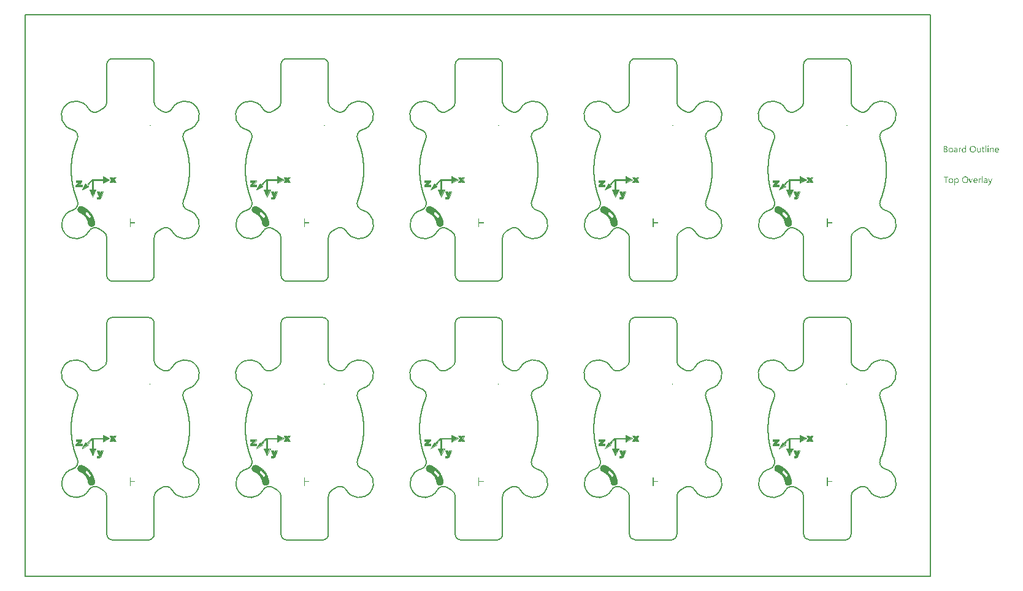
<source format=gto>
G04*
G04 #@! TF.GenerationSoftware,Altium Limited,Altium Designer,21.8.1 (53)*
G04*
G04 Layer_Color=65535*
%FSAX25Y25*%
%MOIN*%
G70*
G04*
G04 #@! TF.SameCoordinates,4444B29A-944C-4237-836D-8D04AF711E9D*
G04*
G04*
G04 #@! TF.FilePolarity,Positive*
G04*
G01*
G75*
%ADD32C,0.00787*%
%ADD39C,0.00591*%
%ADD40C,0.00050*%
G36*
X0503737Y0214153D02*
X0503761D01*
X0503817Y0214128D01*
X0503848Y0214110D01*
X0503879Y0214085D01*
X0503885Y0214079D01*
X0503891Y0214073D01*
X0503922Y0214036D01*
X0503947Y0213974D01*
X0503953Y0213937D01*
X0503960Y0213899D01*
Y0213893D01*
Y0213881D01*
X0503953Y0213862D01*
X0503947Y0213838D01*
X0503929Y0213776D01*
X0503904Y0213745D01*
X0503879Y0213714D01*
X0503873D01*
X0503867Y0213701D01*
X0503829Y0213677D01*
X0503774Y0213652D01*
X0503737Y0213646D01*
X0503699Y0213639D01*
X0503681D01*
X0503662Y0213646D01*
X0503638D01*
X0503576Y0213670D01*
X0503545Y0213683D01*
X0503514Y0213708D01*
Y0213714D01*
X0503501Y0213720D01*
X0503489Y0213738D01*
X0503477Y0213757D01*
X0503452Y0213819D01*
X0503446Y0213856D01*
X0503440Y0213899D01*
Y0213906D01*
Y0213918D01*
X0503446Y0213937D01*
X0503452Y0213968D01*
X0503471Y0214023D01*
X0503489Y0214054D01*
X0503514Y0214085D01*
X0503520Y0214091D01*
X0503526Y0214098D01*
X0503563Y0214122D01*
X0503625Y0214147D01*
X0503662Y0214159D01*
X0503718D01*
X0503737Y0214153D01*
D02*
G37*
G36*
X0491747Y0210489D02*
X0491344D01*
Y0210910D01*
X0491332D01*
Y0210904D01*
X0491320Y0210891D01*
X0491301Y0210866D01*
X0491282Y0210835D01*
X0491251Y0210798D01*
X0491214Y0210761D01*
X0491171Y0210718D01*
X0491121Y0210675D01*
X0491066Y0210625D01*
X0490998Y0210582D01*
X0490930Y0210544D01*
X0490849Y0210507D01*
X0490769Y0210476D01*
X0490676Y0210452D01*
X0490577Y0210439D01*
X0490472Y0210433D01*
X0490428D01*
X0490391Y0210439D01*
X0490354Y0210445D01*
X0490304Y0210452D01*
X0490199Y0210476D01*
X0490075Y0210513D01*
X0489952Y0210576D01*
X0489883Y0210613D01*
X0489828Y0210656D01*
X0489766Y0210712D01*
X0489710Y0210767D01*
Y0210773D01*
X0489698Y0210786D01*
X0489685Y0210805D01*
X0489667Y0210829D01*
X0489648Y0210860D01*
X0489623Y0210904D01*
X0489599Y0210953D01*
X0489574Y0211009D01*
X0489543Y0211071D01*
X0489518Y0211139D01*
X0489494Y0211213D01*
X0489475Y0211294D01*
X0489456Y0211380D01*
X0489444Y0211479D01*
X0489438Y0211578D01*
X0489432Y0211684D01*
Y0211690D01*
Y0211708D01*
Y0211745D01*
X0489438Y0211789D01*
X0489444Y0211838D01*
X0489450Y0211900D01*
X0489456Y0211968D01*
X0489469Y0212042D01*
X0489506Y0212203D01*
X0489562Y0212371D01*
X0489599Y0212451D01*
X0489642Y0212531D01*
X0489685Y0212606D01*
X0489741Y0212680D01*
X0489747Y0212686D01*
X0489753Y0212699D01*
X0489772Y0212717D01*
X0489797Y0212742D01*
X0489828Y0212767D01*
X0489871Y0212798D01*
X0489914Y0212835D01*
X0489964Y0212872D01*
X0490088Y0212940D01*
X0490230Y0213002D01*
X0490310Y0213020D01*
X0490397Y0213039D01*
X0490484Y0213052D01*
X0490583Y0213058D01*
X0490632D01*
X0490670Y0213052D01*
X0490707Y0213045D01*
X0490756Y0213039D01*
X0490868Y0213008D01*
X0490991Y0212959D01*
X0491053Y0212928D01*
X0491115Y0212884D01*
X0491177Y0212841D01*
X0491233Y0212785D01*
X0491282Y0212723D01*
X0491332Y0212649D01*
X0491344D01*
Y0214209D01*
X0491747D01*
Y0210489D01*
D02*
G37*
G36*
X0506015Y0213052D02*
X0506089Y0213045D01*
X0506182Y0213027D01*
X0506281Y0212996D01*
X0506386Y0212946D01*
X0506491Y0212878D01*
X0506534Y0212841D01*
X0506578Y0212791D01*
X0506590Y0212779D01*
X0506615Y0212742D01*
X0506646Y0212680D01*
X0506689Y0212593D01*
X0506726Y0212488D01*
X0506764Y0212358D01*
X0506788Y0212203D01*
X0506795Y0212024D01*
Y0210489D01*
X0506392D01*
Y0211919D01*
Y0211925D01*
Y0211956D01*
X0506386Y0211993D01*
Y0212042D01*
X0506374Y0212104D01*
X0506361Y0212173D01*
X0506343Y0212247D01*
X0506318Y0212321D01*
X0506287Y0212395D01*
X0506250Y0212463D01*
X0506200Y0212531D01*
X0506145Y0212593D01*
X0506083Y0212643D01*
X0506002Y0212680D01*
X0505915Y0212711D01*
X0505810Y0212717D01*
X0505798D01*
X0505761Y0212711D01*
X0505705Y0212705D01*
X0505637Y0212686D01*
X0505556Y0212662D01*
X0505470Y0212618D01*
X0505389Y0212562D01*
X0505309Y0212488D01*
X0505303Y0212476D01*
X0505278Y0212451D01*
X0505247Y0212402D01*
X0505210Y0212333D01*
X0505173Y0212253D01*
X0505142Y0212154D01*
X0505117Y0212042D01*
X0505111Y0211919D01*
Y0210489D01*
X0504708D01*
Y0213002D01*
X0505111D01*
Y0212581D01*
X0505123D01*
X0505129Y0212587D01*
X0505136Y0212600D01*
X0505154Y0212624D01*
X0505179Y0212655D01*
X0505204Y0212692D01*
X0505241Y0212730D01*
X0505284Y0212773D01*
X0505334Y0212822D01*
X0505389Y0212866D01*
X0505451Y0212909D01*
X0505519Y0212946D01*
X0505594Y0212983D01*
X0505668Y0213014D01*
X0505755Y0213039D01*
X0505847Y0213052D01*
X0505946Y0213058D01*
X0505984D01*
X0506015Y0213052D01*
D02*
G37*
G36*
X0489017Y0213039D02*
X0489091Y0213033D01*
X0489134Y0213020D01*
X0489165Y0213008D01*
Y0212593D01*
X0489159Y0212600D01*
X0489147Y0212606D01*
X0489122Y0212618D01*
X0489091Y0212637D01*
X0489048Y0212649D01*
X0488992Y0212662D01*
X0488930Y0212668D01*
X0488862Y0212674D01*
X0488850D01*
X0488819Y0212668D01*
X0488769Y0212662D01*
X0488714Y0212643D01*
X0488639Y0212612D01*
X0488571Y0212569D01*
X0488497Y0212507D01*
X0488429Y0212426D01*
X0488423Y0212414D01*
X0488404Y0212383D01*
X0488373Y0212327D01*
X0488342Y0212253D01*
X0488311Y0212160D01*
X0488280Y0212042D01*
X0488262Y0211912D01*
X0488256Y0211764D01*
Y0210489D01*
X0487853D01*
Y0213002D01*
X0488256D01*
Y0212482D01*
X0488268D01*
Y0212488D01*
X0488274Y0212494D01*
X0488286Y0212525D01*
X0488305Y0212575D01*
X0488336Y0212637D01*
X0488367Y0212699D01*
X0488416Y0212767D01*
X0488466Y0212835D01*
X0488528Y0212897D01*
X0488534Y0212903D01*
X0488559Y0212922D01*
X0488596Y0212946D01*
X0488645Y0212971D01*
X0488701Y0212996D01*
X0488769Y0213020D01*
X0488843Y0213039D01*
X0488924Y0213045D01*
X0488980D01*
X0489017Y0213039D01*
D02*
G37*
G36*
X0499756Y0210489D02*
X0499354D01*
Y0210885D01*
X0499342D01*
Y0210879D01*
X0499329Y0210866D01*
X0499317Y0210842D01*
X0499292Y0210817D01*
X0499236Y0210743D01*
X0499150Y0210662D01*
X0499100Y0210619D01*
X0499045Y0210576D01*
X0498983Y0210538D01*
X0498908Y0210501D01*
X0498834Y0210476D01*
X0498754Y0210452D01*
X0498661Y0210439D01*
X0498568Y0210433D01*
X0498531D01*
X0498488Y0210439D01*
X0498426Y0210452D01*
X0498357Y0210464D01*
X0498283Y0210489D01*
X0498203Y0210520D01*
X0498122Y0210569D01*
X0498036Y0210625D01*
X0497955Y0210693D01*
X0497881Y0210780D01*
X0497813Y0210885D01*
X0497751Y0211003D01*
X0497708Y0211145D01*
X0497683Y0211312D01*
X0497670Y0211399D01*
Y0211498D01*
Y0213002D01*
X0498067D01*
Y0211560D01*
Y0211554D01*
Y0211529D01*
X0498073Y0211485D01*
X0498079Y0211436D01*
X0498085Y0211374D01*
X0498098Y0211312D01*
X0498116Y0211238D01*
X0498141Y0211163D01*
X0498178Y0211089D01*
X0498215Y0211021D01*
X0498265Y0210953D01*
X0498327Y0210891D01*
X0498395Y0210842D01*
X0498475Y0210805D01*
X0498574Y0210773D01*
X0498679Y0210767D01*
X0498692D01*
X0498729Y0210773D01*
X0498785Y0210780D01*
X0498847Y0210792D01*
X0498927Y0210823D01*
X0499008Y0210860D01*
X0499088Y0210910D01*
X0499162Y0210984D01*
X0499168Y0210996D01*
X0499193Y0211021D01*
X0499224Y0211071D01*
X0499261Y0211139D01*
X0499292Y0211219D01*
X0499323Y0211318D01*
X0499348Y0211430D01*
X0499354Y0211554D01*
Y0213002D01*
X0499756D01*
Y0210489D01*
D02*
G37*
G36*
X0503891D02*
X0503489D01*
Y0213002D01*
X0503891D01*
Y0210489D01*
D02*
G37*
G36*
X0502672D02*
X0502270D01*
Y0214209D01*
X0502672D01*
Y0210489D01*
D02*
G37*
G36*
X0486293Y0213052D02*
X0486349Y0213045D01*
X0486417Y0213027D01*
X0486491Y0213008D01*
X0486572Y0212977D01*
X0486658Y0212940D01*
X0486739Y0212891D01*
X0486819Y0212829D01*
X0486894Y0212754D01*
X0486962Y0212662D01*
X0487017Y0212556D01*
X0487061Y0212433D01*
X0487085Y0212290D01*
X0487098Y0212123D01*
Y0210489D01*
X0486696D01*
Y0210879D01*
X0486683D01*
Y0210873D01*
X0486671Y0210860D01*
X0486658Y0210835D01*
X0486634Y0210811D01*
X0486572Y0210736D01*
X0486491Y0210656D01*
X0486380Y0210576D01*
X0486250Y0210501D01*
X0486169Y0210476D01*
X0486089Y0210452D01*
X0486002Y0210439D01*
X0485910Y0210433D01*
X0485872D01*
X0485848Y0210439D01*
X0485779Y0210445D01*
X0485699Y0210458D01*
X0485600Y0210483D01*
X0485507Y0210513D01*
X0485408Y0210563D01*
X0485321Y0210625D01*
X0485315Y0210637D01*
X0485290Y0210662D01*
X0485253Y0210705D01*
X0485216Y0210767D01*
X0485179Y0210842D01*
X0485142Y0210928D01*
X0485117Y0211034D01*
X0485111Y0211151D01*
Y0211157D01*
Y0211182D01*
X0485117Y0211219D01*
X0485123Y0211262D01*
X0485136Y0211318D01*
X0485154Y0211380D01*
X0485179Y0211448D01*
X0485216Y0211516D01*
X0485259Y0211591D01*
X0485315Y0211665D01*
X0485383Y0211733D01*
X0485464Y0211795D01*
X0485557Y0211857D01*
X0485668Y0211906D01*
X0485792Y0211943D01*
X0485940Y0211974D01*
X0486696Y0212080D01*
Y0212086D01*
Y0212104D01*
X0486689Y0212141D01*
Y0212179D01*
X0486677Y0212228D01*
X0486671Y0212284D01*
X0486634Y0212402D01*
X0486603Y0212457D01*
X0486572Y0212513D01*
X0486528Y0212569D01*
X0486479Y0212618D01*
X0486417Y0212662D01*
X0486349Y0212692D01*
X0486269Y0212711D01*
X0486176Y0212717D01*
X0486132D01*
X0486101Y0212711D01*
X0486058D01*
X0486015Y0212699D01*
X0485903Y0212680D01*
X0485779Y0212643D01*
X0485643Y0212587D01*
X0485569Y0212550D01*
X0485501Y0212513D01*
X0485427Y0212463D01*
X0485358Y0212408D01*
Y0212822D01*
X0485365D01*
X0485377Y0212835D01*
X0485396Y0212847D01*
X0485427Y0212860D01*
X0485458Y0212878D01*
X0485501Y0212897D01*
X0485550Y0212915D01*
X0485606Y0212940D01*
X0485730Y0212983D01*
X0485879Y0213020D01*
X0486039Y0213045D01*
X0486213Y0213058D01*
X0486250D01*
X0486293Y0213052D01*
D02*
G37*
G36*
X0480605Y0213999D02*
X0480648D01*
X0480691Y0213992D01*
X0480790Y0213980D01*
X0480908Y0213949D01*
X0481032Y0213912D01*
X0481149Y0213856D01*
X0481255Y0213782D01*
X0481261D01*
X0481267Y0213770D01*
X0481298Y0213745D01*
X0481341Y0213695D01*
X0481391Y0213627D01*
X0481434Y0213541D01*
X0481477Y0213441D01*
X0481508Y0213330D01*
X0481521Y0213268D01*
Y0213200D01*
Y0213194D01*
Y0213188D01*
Y0213151D01*
X0481515Y0213095D01*
X0481502Y0213027D01*
X0481484Y0212940D01*
X0481453Y0212853D01*
X0481416Y0212767D01*
X0481360Y0212680D01*
X0481354Y0212668D01*
X0481329Y0212643D01*
X0481292Y0212606D01*
X0481242Y0212556D01*
X0481180Y0212507D01*
X0481106Y0212451D01*
X0481013Y0212408D01*
X0480914Y0212364D01*
Y0212358D01*
X0480933D01*
X0480951Y0212352D01*
X0480970Y0212346D01*
X0481038Y0212333D01*
X0481118Y0212309D01*
X0481205Y0212271D01*
X0481298Y0212228D01*
X0481391Y0212166D01*
X0481477Y0212086D01*
X0481490Y0212073D01*
X0481515Y0212042D01*
X0481545Y0211999D01*
X0481589Y0211931D01*
X0481626Y0211844D01*
X0481663Y0211745D01*
X0481688Y0211628D01*
X0481694Y0211498D01*
Y0211492D01*
Y0211479D01*
Y0211454D01*
X0481688Y0211423D01*
X0481682Y0211386D01*
X0481675Y0211343D01*
X0481651Y0211238D01*
X0481614Y0211120D01*
X0481558Y0210996D01*
X0481521Y0210941D01*
X0481477Y0210879D01*
X0481422Y0210823D01*
X0481366Y0210767D01*
X0481360D01*
X0481354Y0210755D01*
X0481335Y0210743D01*
X0481310Y0210724D01*
X0481279Y0210705D01*
X0481236Y0210681D01*
X0481143Y0210631D01*
X0481026Y0210576D01*
X0480889Y0210532D01*
X0480728Y0210501D01*
X0480648Y0210495D01*
X0480555Y0210489D01*
X0479528D01*
Y0214005D01*
X0480574D01*
X0480605Y0213999D01*
D02*
G37*
G36*
X0501100Y0213002D02*
X0501737D01*
Y0212655D01*
X0501100D01*
Y0211238D01*
Y0211225D01*
Y0211194D01*
X0501106Y0211151D01*
X0501112Y0211095D01*
X0501137Y0210978D01*
X0501155Y0210922D01*
X0501186Y0210879D01*
X0501193Y0210873D01*
X0501205Y0210860D01*
X0501224Y0210848D01*
X0501255Y0210829D01*
X0501292Y0210805D01*
X0501341Y0210792D01*
X0501403Y0210780D01*
X0501471Y0210773D01*
X0501496D01*
X0501527Y0210780D01*
X0501564Y0210786D01*
X0501651Y0210811D01*
X0501694Y0210829D01*
X0501737Y0210854D01*
Y0210507D01*
X0501731D01*
X0501713Y0210495D01*
X0501682Y0210489D01*
X0501638Y0210476D01*
X0501582Y0210464D01*
X0501521Y0210452D01*
X0501446Y0210445D01*
X0501360Y0210439D01*
X0501329D01*
X0501298Y0210445D01*
X0501255Y0210452D01*
X0501205Y0210464D01*
X0501149Y0210476D01*
X0501093Y0210501D01*
X0501032Y0210532D01*
X0500970Y0210569D01*
X0500908Y0210619D01*
X0500852Y0210675D01*
X0500803Y0210749D01*
X0500759Y0210829D01*
X0500728Y0210928D01*
X0500703Y0211040D01*
X0500697Y0211170D01*
Y0212655D01*
X0500270D01*
Y0213002D01*
X0500697D01*
Y0213615D01*
X0501100Y0213745D01*
Y0213002D01*
D02*
G37*
G36*
X0508627Y0213052D02*
X0508670Y0213045D01*
X0508713Y0213039D01*
X0508825Y0213020D01*
X0508949Y0212977D01*
X0509072Y0212922D01*
X0509134Y0212884D01*
X0509196Y0212841D01*
X0509252Y0212791D01*
X0509308Y0212736D01*
X0509314Y0212730D01*
X0509320Y0212723D01*
X0509332Y0212705D01*
X0509351Y0212680D01*
X0509370Y0212643D01*
X0509394Y0212606D01*
X0509419Y0212562D01*
X0509444Y0212507D01*
X0509469Y0212445D01*
X0509493Y0212383D01*
X0509518Y0212309D01*
X0509537Y0212228D01*
X0509555Y0212141D01*
X0509568Y0212055D01*
X0509580Y0211956D01*
Y0211851D01*
Y0211640D01*
X0507803D01*
Y0211634D01*
Y0211622D01*
Y0211603D01*
X0507810Y0211572D01*
X0507816Y0211535D01*
Y0211498D01*
X0507834Y0211399D01*
X0507865Y0211300D01*
X0507902Y0211188D01*
X0507958Y0211083D01*
X0508026Y0210990D01*
X0508039Y0210978D01*
X0508064Y0210953D01*
X0508113Y0210922D01*
X0508181Y0210879D01*
X0508268Y0210835D01*
X0508367Y0210805D01*
X0508484Y0210780D01*
X0508621Y0210767D01*
X0508664D01*
X0508695Y0210773D01*
X0508732D01*
X0508775Y0210780D01*
X0508881Y0210805D01*
X0508998Y0210835D01*
X0509128Y0210885D01*
X0509264Y0210953D01*
X0509332Y0210996D01*
X0509401Y0211046D01*
Y0210668D01*
X0509394D01*
X0509388Y0210656D01*
X0509370Y0210650D01*
X0509339Y0210631D01*
X0509308Y0210613D01*
X0509270Y0210594D01*
X0509221Y0210576D01*
X0509171Y0210551D01*
X0509110Y0210526D01*
X0509042Y0210507D01*
X0508893Y0210470D01*
X0508720Y0210445D01*
X0508528Y0210433D01*
X0508478D01*
X0508441Y0210439D01*
X0508398Y0210445D01*
X0508342Y0210452D01*
X0508224Y0210476D01*
X0508088Y0210513D01*
X0507952Y0210576D01*
X0507884Y0210619D01*
X0507816Y0210662D01*
X0507754Y0210712D01*
X0507692Y0210773D01*
X0507686Y0210780D01*
X0507680Y0210792D01*
X0507667Y0210811D01*
X0507643Y0210835D01*
X0507624Y0210873D01*
X0507599Y0210916D01*
X0507568Y0210965D01*
X0507544Y0211021D01*
X0507513Y0211083D01*
X0507488Y0211157D01*
X0507457Y0211238D01*
X0507438Y0211324D01*
X0507420Y0211417D01*
X0507401Y0211516D01*
X0507395Y0211622D01*
X0507389Y0211733D01*
Y0211739D01*
Y0211758D01*
Y0211789D01*
X0507395Y0211832D01*
X0507401Y0211881D01*
X0507407Y0211937D01*
X0507413Y0212005D01*
X0507432Y0212073D01*
X0507469Y0212222D01*
X0507525Y0212383D01*
X0507562Y0212463D01*
X0507612Y0212538D01*
X0507661Y0212618D01*
X0507717Y0212686D01*
X0507723Y0212692D01*
X0507735Y0212705D01*
X0507754Y0212723D01*
X0507779Y0212742D01*
X0507810Y0212773D01*
X0507847Y0212804D01*
X0507896Y0212835D01*
X0507946Y0212872D01*
X0508064Y0212940D01*
X0508206Y0213002D01*
X0508286Y0213020D01*
X0508367Y0213039D01*
X0508453Y0213052D01*
X0508546Y0213058D01*
X0508596D01*
X0508627Y0213052D01*
D02*
G37*
G36*
X0495584Y0214060D02*
X0495646Y0214054D01*
X0495721Y0214042D01*
X0495801Y0214023D01*
X0495888Y0214005D01*
X0495974Y0213980D01*
X0496073Y0213949D01*
X0496166Y0213906D01*
X0496265Y0213856D01*
X0496364Y0213800D01*
X0496457Y0213732D01*
X0496550Y0213658D01*
X0496637Y0213571D01*
X0496643Y0213565D01*
X0496655Y0213547D01*
X0496680Y0213522D01*
X0496705Y0213485D01*
X0496742Y0213435D01*
X0496779Y0213373D01*
X0496816Y0213305D01*
X0496860Y0213231D01*
X0496903Y0213138D01*
X0496940Y0213045D01*
X0496977Y0212940D01*
X0497014Y0212822D01*
X0497039Y0212705D01*
X0497064Y0212575D01*
X0497076Y0212433D01*
X0497082Y0212290D01*
Y0212278D01*
Y0212253D01*
Y0212210D01*
X0497076Y0212148D01*
X0497070Y0212073D01*
X0497058Y0211993D01*
X0497045Y0211900D01*
X0497027Y0211795D01*
X0497002Y0211690D01*
X0496971Y0211578D01*
X0496934Y0211467D01*
X0496890Y0211355D01*
X0496835Y0211238D01*
X0496773Y0211133D01*
X0496705Y0211027D01*
X0496624Y0210928D01*
X0496618Y0210922D01*
X0496606Y0210910D01*
X0496575Y0210885D01*
X0496544Y0210854D01*
X0496494Y0210811D01*
X0496439Y0210773D01*
X0496377Y0210724D01*
X0496303Y0210681D01*
X0496222Y0210637D01*
X0496129Y0210588D01*
X0496030Y0210551D01*
X0495919Y0210513D01*
X0495801Y0210476D01*
X0495677Y0210452D01*
X0495547Y0210439D01*
X0495405Y0210433D01*
X0495374D01*
X0495331Y0210439D01*
X0495281D01*
X0495219Y0210445D01*
X0495145Y0210458D01*
X0495064Y0210476D01*
X0494972Y0210495D01*
X0494879Y0210520D01*
X0494780Y0210551D01*
X0494681Y0210594D01*
X0494582Y0210637D01*
X0494483Y0210693D01*
X0494384Y0210761D01*
X0494291Y0210835D01*
X0494204Y0210922D01*
X0494198Y0210928D01*
X0494185Y0210947D01*
X0494161Y0210972D01*
X0494136Y0211009D01*
X0494099Y0211058D01*
X0494062Y0211120D01*
X0494025Y0211188D01*
X0493981Y0211269D01*
X0493938Y0211355D01*
X0493901Y0211448D01*
X0493864Y0211554D01*
X0493826Y0211671D01*
X0493802Y0211789D01*
X0493777Y0211919D01*
X0493765Y0212061D01*
X0493758Y0212203D01*
Y0212216D01*
Y0212241D01*
X0493765Y0212284D01*
Y0212346D01*
X0493771Y0212414D01*
X0493783Y0212501D01*
X0493795Y0212593D01*
X0493814Y0212692D01*
X0493839Y0212798D01*
X0493870Y0212909D01*
X0493907Y0213020D01*
X0493950Y0213132D01*
X0494006Y0213243D01*
X0494068Y0213355D01*
X0494136Y0213460D01*
X0494216Y0213559D01*
X0494223Y0213565D01*
X0494235Y0213584D01*
X0494266Y0213609D01*
X0494303Y0213639D01*
X0494346Y0213677D01*
X0494402Y0213720D01*
X0494470Y0213763D01*
X0494545Y0213813D01*
X0494631Y0213862D01*
X0494724Y0213906D01*
X0494823Y0213949D01*
X0494935Y0213986D01*
X0495058Y0214017D01*
X0495188Y0214048D01*
X0495324Y0214060D01*
X0495467Y0214067D01*
X0495535D01*
X0495584Y0214060D01*
D02*
G37*
G36*
X0483557Y0213052D02*
X0483601Y0213045D01*
X0483656Y0213039D01*
X0483780Y0213014D01*
X0483922Y0212971D01*
X0484065Y0212909D01*
X0484139Y0212872D01*
X0484207Y0212829D01*
X0484275Y0212773D01*
X0484337Y0212711D01*
X0484343Y0212705D01*
X0484350Y0212692D01*
X0484368Y0212674D01*
X0484387Y0212649D01*
X0484411Y0212612D01*
X0484436Y0212569D01*
X0484467Y0212519D01*
X0484498Y0212463D01*
X0484523Y0212395D01*
X0484554Y0212327D01*
X0484579Y0212247D01*
X0484603Y0212160D01*
X0484622Y0212067D01*
X0484641Y0211968D01*
X0484647Y0211863D01*
X0484653Y0211752D01*
Y0211745D01*
Y0211727D01*
Y0211696D01*
X0484647Y0211652D01*
X0484641Y0211603D01*
X0484634Y0211541D01*
X0484622Y0211479D01*
X0484610Y0211405D01*
X0484572Y0211256D01*
X0484511Y0211095D01*
X0484473Y0211015D01*
X0484424Y0210934D01*
X0484374Y0210860D01*
X0484312Y0210792D01*
X0484306Y0210786D01*
X0484294Y0210780D01*
X0484275Y0210761D01*
X0484250Y0210736D01*
X0484213Y0210712D01*
X0484176Y0210681D01*
X0484127Y0210644D01*
X0484071Y0210613D01*
X0484009Y0210582D01*
X0483941Y0210544D01*
X0483867Y0210513D01*
X0483786Y0210489D01*
X0483700Y0210464D01*
X0483607Y0210452D01*
X0483508Y0210439D01*
X0483402Y0210433D01*
X0483347D01*
X0483310Y0210439D01*
X0483266Y0210445D01*
X0483211Y0210452D01*
X0483149Y0210464D01*
X0483081Y0210476D01*
X0482938Y0210520D01*
X0482790Y0210582D01*
X0482715Y0210619D01*
X0482647Y0210668D01*
X0482579Y0210718D01*
X0482511Y0210780D01*
X0482505Y0210786D01*
X0482499Y0210798D01*
X0482480Y0210817D01*
X0482462Y0210842D01*
X0482437Y0210879D01*
X0482406Y0210922D01*
X0482375Y0210972D01*
X0482350Y0211027D01*
X0482319Y0211095D01*
X0482288Y0211163D01*
X0482257Y0211238D01*
X0482233Y0211324D01*
X0482195Y0211510D01*
X0482189Y0211609D01*
X0482183Y0211714D01*
Y0211721D01*
Y0211745D01*
Y0211776D01*
X0482189Y0211820D01*
X0482195Y0211869D01*
X0482202Y0211931D01*
X0482214Y0211999D01*
X0482226Y0212073D01*
X0482264Y0212234D01*
X0482325Y0212395D01*
X0482369Y0212476D01*
X0482412Y0212556D01*
X0482462Y0212631D01*
X0482523Y0212699D01*
X0482530Y0212705D01*
X0482542Y0212717D01*
X0482561Y0212730D01*
X0482585Y0212754D01*
X0482623Y0212779D01*
X0482666Y0212810D01*
X0482715Y0212847D01*
X0482771Y0212878D01*
X0482833Y0212909D01*
X0482907Y0212946D01*
X0482982Y0212977D01*
X0483068Y0213002D01*
X0483155Y0213027D01*
X0483254Y0213045D01*
X0483359Y0213052D01*
X0483464Y0213058D01*
X0483520D01*
X0483557Y0213052D01*
D02*
G37*
G36*
X0407544Y0195802D02*
X0407542Y0195798D01*
X0407540Y0195794D01*
X0407540Y0195793D01*
X0407540Y0195793D01*
X0407540Y0195788D01*
X0407540Y0195784D01*
X0407540Y0195784D01*
X0407540Y0195783D01*
X0407542Y0195779D01*
X0407543Y0195775D01*
X0408426Y0194317D01*
X0407142D01*
X0406847Y0194942D01*
X0406847Y0194942D01*
X0406847Y0194942D01*
X0406846Y0194944D01*
X0406846Y0194944D01*
X0406846Y0194944D01*
X0406845Y0194945D01*
X0406845Y0194945D01*
X0406845Y0194946D01*
Y0194946D01*
X0406844Y0194947D01*
X0406844Y0194947D01*
X0406844Y0194947D01*
X0406844Y0194948D01*
X0406843Y0194949D01*
X0406843Y0194949D01*
X0406843Y0194949D01*
X0406843Y0194951D01*
X0406842Y0194952D01*
X0406842Y0194952D01*
X0406842Y0194952D01*
X0406841Y0194953D01*
Y0194953D01*
X0406841Y0194955D01*
X0406841Y0194955D01*
X0406840Y0194956D01*
X0406840Y0194956D01*
X0406840Y0194956D01*
X0406839Y0194958D01*
X0406839Y0194958D01*
X0406839Y0194959D01*
Y0194959D01*
X0406838Y0194960D01*
X0406838Y0194960D01*
X0406838Y0194961D01*
X0406837Y0194962D01*
X0406837Y0194962D01*
X0406837Y0194963D01*
X0406836Y0194965D01*
Y0194965D01*
X0406835Y0194966D01*
X0406835Y0194966D01*
X0406835Y0194966D01*
X0406835Y0194967D01*
Y0194967D01*
X0406834Y0194969D01*
X0406833Y0194970D01*
X0406833Y0194972D01*
X0406833Y0194972D01*
X0406833Y0194972D01*
X0406832Y0194973D01*
X0406832Y0194973D01*
X0406831Y0194975D01*
X0406831Y0194975D01*
X0406831Y0194975D01*
X0406831Y0194976D01*
X0406830Y0194977D01*
X0406829Y0194979D01*
X0406829Y0194979D01*
X0406829Y0194979D01*
X0406829Y0194981D01*
X0406829Y0194981D01*
X0406828Y0194982D01*
X0406828Y0194982D01*
X0406828Y0194982D01*
X0406827Y0194983D01*
X0406827Y0194983D01*
X0406827Y0194985D01*
X0406827Y0194985D01*
X0406827Y0194985D01*
X0406826Y0194986D01*
X0406826Y0194986D01*
X0406826Y0194986D01*
X0406825Y0194988D01*
X0406825Y0194989D01*
X0406825Y0194989D01*
X0406825Y0194989D01*
X0406824Y0194991D01*
Y0194991D01*
X0406823Y0194992D01*
X0406823Y0194992D01*
X0406823Y0194992D01*
X0406823Y0194993D01*
Y0194993D01*
X0406822Y0194995D01*
X0406822Y0194995D01*
X0406821Y0194997D01*
X0406821Y0194997D01*
X0406821Y0194998D01*
X0406821Y0194998D01*
X0406821Y0194999D01*
X0406820Y0195000D01*
X0406820Y0195000D01*
X0406820Y0195000D01*
X0406819Y0195002D01*
X0406819Y0195002D01*
X0406818Y0195004D01*
X0406818Y0195004D01*
X0406818Y0195005D01*
X0406818Y0195005D01*
X0406818Y0195006D01*
X0406817Y0195007D01*
X0406817Y0195007D01*
X0406816Y0195009D01*
X0406816Y0195009D01*
X0406816Y0195009D01*
X0406815Y0195011D01*
X0406815Y0195011D01*
X0406815Y0195012D01*
Y0195012D01*
X0406814Y0195014D01*
X0406814Y0195014D01*
Y0195014D01*
X0406813Y0195016D01*
Y0195016D01*
X0406812Y0195018D01*
X0406812Y0195019D01*
Y0195019D01*
X0406811Y0195021D01*
X0406811Y0195021D01*
X0406811Y0195021D01*
X0406810Y0195023D01*
Y0195023D01*
X0406809Y0195025D01*
X0406809Y0195027D01*
X0406809Y0195027D01*
X0406809Y0195027D01*
X0406808Y0195028D01*
Y0195028D01*
X0406807Y0195030D01*
X0406807Y0195030D01*
X0406807Y0195030D01*
X0406806Y0195032D01*
Y0195032D01*
X0406806Y0195034D01*
X0406805Y0195035D01*
X0406805Y0195035D01*
Y0195035D01*
X0406804Y0195037D01*
X0406804Y0195037D01*
X0406803Y0195039D01*
X0406803Y0195041D01*
X0406802Y0195043D01*
X0406801Y0195045D01*
X0406801Y0195045D01*
X0406800Y0195047D01*
X0406799Y0195049D01*
X0406798Y0195051D01*
Y0195051D01*
X0406798Y0195053D01*
X0406797Y0195053D01*
X0406797Y0195053D01*
X0406797Y0195055D01*
X0406796Y0195057D01*
X0406796Y0195057D01*
X0406795Y0195059D01*
X0406795Y0195059D01*
X0406795Y0195059D01*
X0406794Y0195061D01*
Y0195061D01*
X0406793Y0195063D01*
X0406793Y0195065D01*
X0406792Y0195065D01*
X0406792Y0195065D01*
X0406792Y0195068D01*
Y0195068D01*
X0406791Y0195070D01*
X0406791Y0195070D01*
X0406790Y0195072D01*
X0406790Y0195072D01*
X0406790Y0195072D01*
X0406789Y0195074D01*
X0406789Y0195074D01*
Y0195074D01*
X0406788Y0195076D01*
X0406788Y0195076D01*
X0406788Y0195076D01*
X0406788Y0195078D01*
Y0195078D01*
X0406787Y0195080D01*
X0406787Y0195080D01*
X0406787Y0195080D01*
X0406786Y0195082D01*
X0406786Y0195082D01*
Y0195082D01*
X0406785Y0195084D01*
Y0195084D01*
X0406784Y0195087D01*
X0406784Y0195087D01*
X0406783Y0195089D01*
X0406783Y0195089D01*
X0406783Y0195089D01*
X0406782Y0195091D01*
X0406781Y0195094D01*
Y0195094D01*
X0406780Y0195096D01*
X0406779Y0195098D01*
X0406779Y0195098D01*
Y0195098D01*
X0406779Y0195101D01*
X0406779Y0195101D01*
X0406778Y0195103D01*
X0406777Y0195105D01*
Y0195105D01*
X0406776Y0195108D01*
X0406775Y0195110D01*
X0406774Y0195112D01*
X0406773Y0195115D01*
X0406772Y0195117D01*
X0406771Y0195119D01*
X0406771Y0195119D01*
X0406771Y0195119D01*
X0406771Y0195122D01*
X0406771Y0195122D01*
X0406770Y0195124D01*
X0406770Y0195124D01*
X0406770Y0195124D01*
X0406769Y0195126D01*
X0406769Y0195126D01*
X0406768Y0195129D01*
X0406767Y0195132D01*
Y0195132D01*
X0406766Y0195134D01*
X0406766Y0195134D01*
Y0195134D01*
X0406765Y0195137D01*
X0406764Y0195140D01*
X0406763Y0195142D01*
X0406763Y0195142D01*
X0406763Y0195142D01*
X0406762Y0195145D01*
Y0195145D01*
X0406761Y0195148D01*
X0406760Y0195150D01*
X0406759Y0195153D01*
X0406758Y0195156D01*
X0406758Y0195156D01*
X0406758Y0195156D01*
X0406757Y0195158D01*
X0406756Y0195161D01*
X0406755Y0195164D01*
X0406754Y0195166D01*
X0406753Y0195169D01*
Y0195169D01*
X0406752Y0195172D01*
X0406752Y0195172D01*
X0406752Y0195172D01*
X0406751Y0195175D01*
Y0195175D01*
X0406749Y0195178D01*
X0406749Y0195178D01*
X0406748Y0195181D01*
X0406748Y0195181D01*
X0406748Y0195181D01*
X0406747Y0195184D01*
Y0195184D01*
X0406746Y0195187D01*
X0406745Y0195190D01*
X0406745Y0195190D01*
X0406744Y0195193D01*
X0406744Y0195193D01*
X0406744Y0195193D01*
X0406743Y0195196D01*
X0406743Y0195196D01*
X0406742Y0195199D01*
Y0195199D01*
X0406741Y0195202D01*
X0406741Y0195202D01*
Y0195202D01*
X0406740Y0195204D01*
Y0195204D01*
X0406739Y0195207D01*
X0406739Y0195207D01*
Y0195207D01*
X0406738Y0195210D01*
Y0195210D01*
X0406737Y0195214D01*
X0406737Y0195214D01*
X0406736Y0195217D01*
X0406735Y0195217D01*
X0406734Y0195220D01*
X0406734Y0195220D01*
X0406733Y0195223D01*
X0406733Y0195223D01*
X0406732Y0195226D01*
Y0195226D01*
X0406731Y0195230D01*
X0406731Y0195230D01*
X0406730Y0195233D01*
X0406730Y0195233D01*
X0406730Y0195233D01*
X0406730Y0195234D01*
X0406729Y0195234D01*
X0406729Y0195235D01*
X0406727Y0195238D01*
X0406724Y0195242D01*
X0406724Y0195243D01*
X0406723Y0195243D01*
X0406720Y0195246D01*
X0406716Y0195248D01*
X0406716Y0195248D01*
X0406715Y0195248D01*
X0406711Y0195249D01*
X0406707Y0195250D01*
X0406706Y0195250D01*
X0406706Y0195250D01*
X0406695D01*
X0406693Y0195250D01*
X0406692Y0195250D01*
X0406689Y0195249D01*
X0406685Y0195248D01*
X0406684Y0195248D01*
X0406683Y0195247D01*
X0406680Y0195245D01*
X0406676Y0195243D01*
X0406676Y0195242D01*
X0406675Y0195241D01*
X0406673Y0195238D01*
X0406671Y0195235D01*
X0406671Y0195234D01*
X0406670Y0195232D01*
X0406670Y0195231D01*
X0406670Y0195231D01*
X0406669Y0195229D01*
Y0195229D01*
X0406669Y0195229D01*
X0406669Y0195227D01*
Y0195227D01*
X0406669Y0195227D01*
X0406668Y0195226D01*
X0406668Y0195224D01*
X0406668Y0195224D01*
X0406668Y0195224D01*
X0406667Y0195222D01*
Y0195222D01*
X0406667Y0195221D01*
X0406667Y0195221D01*
X0406667Y0195221D01*
X0406666Y0195219D01*
Y0195219D01*
X0406666Y0195218D01*
X0406666Y0195218D01*
X0406665Y0195216D01*
X0406665Y0195216D01*
X0406665Y0195216D01*
X0406665Y0195215D01*
Y0195215D01*
X0406664Y0195213D01*
X0406664Y0195213D01*
X0406664Y0195213D01*
X0406664Y0195212D01*
X0406664Y0195212D01*
X0406663Y0195210D01*
Y0195210D01*
X0406663Y0195209D01*
Y0195209D01*
X0406663Y0195209D01*
X0406662Y0195207D01*
X0406662Y0195205D01*
Y0195205D01*
X0406662Y0195205D01*
X0406661Y0195204D01*
X0406661Y0195204D01*
X0406661Y0195202D01*
X0406661Y0195202D01*
X0406661Y0195202D01*
X0406660Y0195201D01*
Y0195201D01*
X0406660Y0195199D01*
X0406659Y0195198D01*
X0406659Y0195198D01*
X0406659Y0195196D01*
X0406658Y0195194D01*
X0406658Y0195193D01*
X0406658Y0195193D01*
X0406658Y0195193D01*
X0406657Y0195191D01*
X0406657Y0195191D01*
X0406657Y0195190D01*
X0406657Y0195190D01*
X0406657Y0195190D01*
X0406657Y0195188D01*
Y0195188D01*
X0406656Y0195187D01*
X0406656Y0195187D01*
X0406656Y0195186D01*
X0406656Y0195185D01*
X0406656Y0195185D01*
X0406655Y0195184D01*
Y0195184D01*
X0406655Y0195183D01*
Y0195183D01*
X0406654Y0195181D01*
Y0195181D01*
X0406654Y0195180D01*
Y0195180D01*
X0406653Y0195179D01*
Y0195179D01*
X0406653Y0195177D01*
Y0195177D01*
X0406653Y0195176D01*
X0406653Y0195176D01*
X0406653Y0195176D01*
X0406652Y0195175D01*
X0406652Y0195173D01*
Y0195173D01*
X0406652Y0195173D01*
X0406651Y0195172D01*
X0406651Y0195170D01*
X0406651Y0195170D01*
X0406651Y0195170D01*
X0406650Y0195169D01*
X0406650Y0195168D01*
X0406650Y0195168D01*
X0406650Y0195168D01*
X0406650Y0195166D01*
X0406649Y0195165D01*
X0406649Y0195165D01*
X0406649Y0195165D01*
X0406649Y0195164D01*
X0406649Y0195164D01*
X0406648Y0195162D01*
Y0195162D01*
X0406648Y0195161D01*
X0406648Y0195161D01*
X0406648Y0195161D01*
X0406647Y0195159D01*
X0406647Y0195159D01*
X0406647Y0195158D01*
X0406647Y0195157D01*
X0406647Y0195157D01*
X0406647Y0195157D01*
X0406646Y0195156D01*
X0406646Y0195155D01*
X0406646Y0195155D01*
X0406646Y0195155D01*
X0406646Y0195154D01*
X0406646Y0195154D01*
X0406645Y0195152D01*
X0406645Y0195151D01*
X0406645Y0195151D01*
X0406645Y0195151D01*
X0406645Y0195150D01*
X0406644Y0195149D01*
X0406644Y0195149D01*
X0406644Y0195149D01*
X0406644Y0195148D01*
X0406643Y0195147D01*
X0406643Y0195147D01*
X0406643Y0195147D01*
X0406643Y0195146D01*
X0406643Y0195145D01*
X0406643Y0195144D01*
X0406643Y0195144D01*
X0406642Y0195143D01*
X0406642Y0195142D01*
X0406642Y0195142D01*
X0406642Y0195142D01*
X0406642Y0195141D01*
X0406641Y0195140D01*
X0406641Y0195140D01*
X0406641Y0195140D01*
X0406641Y0195139D01*
Y0195139D01*
X0406641Y0195139D01*
X0406641Y0195138D01*
X0406640Y0195136D01*
X0406640Y0195136D01*
X0406640Y0195136D01*
X0406640Y0195135D01*
Y0195135D01*
X0406640Y0195135D01*
X0406639Y0195134D01*
X0406639Y0195133D01*
X0406639Y0195133D01*
X0406639Y0195133D01*
X0406639Y0195132D01*
Y0195132D01*
X0406638Y0195131D01*
Y0195131D01*
X0406638Y0195130D01*
X0406638Y0195130D01*
X0406638Y0195129D01*
X0406638Y0195128D01*
Y0195128D01*
X0406637Y0195127D01*
X0406637Y0195127D01*
X0406637Y0195127D01*
X0406637Y0195127D01*
X0406637Y0195127D01*
X0406637Y0195126D01*
X0406637Y0195126D01*
X0406637Y0195126D01*
X0406636Y0195125D01*
X0406636Y0195125D01*
X0406636Y0195124D01*
X0406636Y0195123D01*
X0406636Y0195123D01*
X0406636Y0195123D01*
X0406636Y0195122D01*
X0406636Y0195122D01*
X0406635Y0195121D01*
X0406635Y0195120D01*
X0406635Y0195119D01*
Y0195119D01*
X0406635Y0195118D01*
X0406635Y0195118D01*
X0406635Y0195118D01*
X0406634Y0195117D01*
X0406634Y0195117D01*
X0406634Y0195116D01*
X0406634Y0195116D01*
X0406634Y0195115D01*
X0406633Y0195115D01*
X0406633Y0195114D01*
X0406633Y0195113D01*
X0406633Y0195113D01*
X0406633Y0195113D01*
X0406633Y0195112D01*
X0406632Y0195111D01*
X0406632Y0195111D01*
X0406632Y0195111D01*
X0406632Y0195110D01*
Y0195110D01*
X0406632Y0195110D01*
X0406632Y0195109D01*
X0406632Y0195109D01*
X0406631Y0195108D01*
X0406631Y0195108D01*
X0406631Y0195108D01*
X0406631Y0195108D01*
X0406631Y0195107D01*
X0406631Y0195107D01*
X0406631Y0195107D01*
X0406631Y0195106D01*
X0406630Y0195105D01*
Y0195105D01*
X0406630Y0195104D01*
X0406630Y0195104D01*
X0406630Y0195104D01*
X0406630Y0195103D01*
X0406629Y0195102D01*
X0406629Y0195101D01*
X0406629Y0195100D01*
X0406629Y0195100D01*
X0406629Y0195100D01*
X0406628Y0195099D01*
X0406628Y0195099D01*
X0406628Y0195098D01*
Y0195098D01*
X0406628Y0195098D01*
X0406628Y0195097D01*
X0406628Y0195096D01*
Y0195096D01*
X0406628Y0195096D01*
X0406627Y0195095D01*
X0406627Y0195095D01*
X0406627Y0195095D01*
X0406627Y0195094D01*
X0406627Y0195094D01*
X0406627Y0195094D01*
X0406626Y0195093D01*
X0406626Y0195092D01*
X0406626Y0195092D01*
X0406626Y0195092D01*
X0406626Y0195091D01*
X0406626Y0195090D01*
X0406626Y0195090D01*
X0406626Y0195090D01*
X0406625Y0195089D01*
X0406625Y0195089D01*
X0406625Y0195089D01*
X0406625Y0195089D01*
X0406625Y0195088D01*
X0406625Y0195088D01*
X0406625Y0195088D01*
X0406625Y0195088D01*
X0406625Y0195087D01*
Y0195087D01*
X0406624Y0195087D01*
X0406624Y0195086D01*
X0406624Y0195086D01*
X0406624Y0195086D01*
Y0195086D01*
X0406624Y0195085D01*
X0406624Y0195085D01*
X0406624Y0195085D01*
X0406624Y0195084D01*
X0406624Y0195084D01*
Y0195084D01*
X0406623Y0195083D01*
X0406623Y0195083D01*
X0406623Y0195083D01*
X0406623Y0195082D01*
Y0195082D01*
X0406623Y0195082D01*
Y0195082D01*
X0406623Y0195082D01*
X0406623Y0195082D01*
X0406623Y0195081D01*
X0406623Y0195081D01*
X0406623Y0195081D01*
X0406622Y0195080D01*
X0406622Y0195080D01*
X0406622Y0195080D01*
X0406622Y0195079D01*
X0406622Y0195079D01*
X0406622Y0195079D01*
X0406622Y0195079D01*
X0406622Y0195079D01*
Y0195079D01*
X0406622Y0195079D01*
X0406622Y0195078D01*
X0406622Y0195078D01*
X0406622Y0195078D01*
X0406622Y0195078D01*
Y0195078D01*
X0406622Y0195078D01*
X0406622Y0195078D01*
X0406621Y0195078D01*
Y0195078D01*
X0406621Y0195077D01*
X0406621Y0195077D01*
X0406621Y0195077D01*
X0406621Y0195077D01*
Y0195077D01*
X0406621Y0195077D01*
X0406621Y0195077D01*
X0406621Y0195077D01*
Y0195077D01*
X0406621Y0195077D01*
Y0195077D01*
X0406621Y0195076D01*
X0406621Y0195076D01*
X0406621Y0195076D01*
X0406621Y0195076D01*
X0406621Y0195075D01*
Y0195075D01*
X0406621Y0195075D01*
Y0195075D01*
X0406621Y0195075D01*
X0406620Y0195074D01*
X0406620Y0195074D01*
X0406620Y0195074D01*
X0406620Y0195073D01*
X0406620Y0195072D01*
X0406620Y0195072D01*
Y0195072D01*
X0406619Y0195071D01*
X0406619Y0195071D01*
X0406619Y0195071D01*
X0406619Y0195070D01*
Y0195070D01*
X0406619Y0195070D01*
X0406619Y0195069D01*
Y0195069D01*
X0406619Y0195069D01*
X0406618Y0195068D01*
X0406618Y0195068D01*
X0406618Y0195067D01*
Y0195067D01*
X0406618Y0195067D01*
X0406618Y0195067D01*
X0406618Y0195066D01*
X0406618Y0195066D01*
Y0195066D01*
X0406617Y0195065D01*
X0406617Y0195065D01*
X0406617Y0195065D01*
X0406617Y0195065D01*
X0406617Y0195065D01*
X0406617Y0195065D01*
X0406617Y0195064D01*
Y0195064D01*
X0406617Y0195064D01*
Y0195064D01*
X0406617Y0195064D01*
X0406617Y0195064D01*
X0406617Y0195063D01*
X0406617Y0195063D01*
X0406617Y0195063D01*
X0406617Y0195063D01*
X0406616Y0195062D01*
X0406616Y0195062D01*
X0406616Y0195062D01*
X0406616Y0195062D01*
Y0195062D01*
X0406616Y0195061D01*
X0406616Y0195061D01*
X0406616Y0195061D01*
X0406616Y0195061D01*
Y0195061D01*
X0406616Y0195060D01*
X0406616Y0195060D01*
X0406616Y0195060D01*
X0406615Y0195060D01*
X0406615Y0195059D01*
X0406615Y0195058D01*
X0406615Y0195058D01*
X0406615Y0195057D01*
X0406615Y0195057D01*
Y0195057D01*
X0406615Y0195057D01*
X0406615Y0195056D01*
X0406614Y0195056D01*
X0406614Y0195056D01*
X0406614Y0195056D01*
Y0195056D01*
X0406614Y0195055D01*
X0406614Y0195055D01*
X0406614Y0195055D01*
X0406614Y0195055D01*
Y0195055D01*
X0406614Y0195055D01*
X0406614Y0195054D01*
X0406614Y0195054D01*
X0406614Y0195054D01*
X0406614Y0195054D01*
X0406613Y0195054D01*
Y0195054D01*
X0406613Y0195053D01*
X0406613Y0195053D01*
X0406613Y0195053D01*
X0406613Y0195052D01*
Y0195052D01*
X0406613Y0195052D01*
X0406613Y0195052D01*
X0406613Y0195052D01*
X0406613Y0195051D01*
Y0195051D01*
X0406613Y0195051D01*
X0406613Y0195051D01*
X0406612Y0195050D01*
X0406612Y0195050D01*
Y0195050D01*
X0406612Y0195050D01*
X0406612Y0195050D01*
X0406612Y0195050D01*
X0406612Y0195049D01*
X0406612Y0195049D01*
X0406612Y0195049D01*
X0406612Y0195049D01*
Y0195049D01*
X0406612Y0195048D01*
X0406612Y0195048D01*
X0406611Y0195047D01*
X0406611Y0195047D01*
X0406611Y0195047D01*
X0406611Y0195047D01*
Y0195047D01*
X0406611Y0195046D01*
X0406611Y0195045D01*
X0406611Y0195045D01*
X0406611Y0195045D01*
X0406611Y0195045D01*
X0406611Y0195045D01*
Y0195045D01*
X0406610Y0195044D01*
X0406610Y0195043D01*
X0406610Y0195043D01*
X0406610Y0195043D01*
X0406610Y0195043D01*
X0406610Y0195042D01*
Y0195042D01*
X0406610Y0195042D01*
X0406609Y0195041D01*
X0406609Y0195041D01*
X0406609Y0195040D01*
X0406609Y0195040D01*
X0406609Y0195040D01*
X0406609Y0195040D01*
Y0195040D01*
X0406609Y0195039D01*
X0406609Y0195039D01*
Y0195039D01*
X0406608Y0195038D01*
X0406608Y0195038D01*
X0406608Y0195038D01*
X0406608Y0195038D01*
Y0195038D01*
X0406608Y0195038D01*
X0406608Y0195038D01*
X0406608Y0195037D01*
X0406608Y0195037D01*
X0406608Y0195037D01*
X0406608Y0195037D01*
X0406608Y0195036D01*
X0406608Y0195036D01*
X0406608Y0195036D01*
X0406607Y0195036D01*
X0406607Y0195035D01*
X0406607Y0195035D01*
X0406607Y0195035D01*
X0406607Y0195034D01*
X0406607Y0195034D01*
X0406607Y0195034D01*
X0406607Y0195034D01*
X0406607Y0195033D01*
X0406607Y0195033D01*
X0406607Y0195033D01*
X0406606Y0195033D01*
X0406606Y0195033D01*
X0406606Y0195032D01*
X0406606Y0195032D01*
X0406606Y0195032D01*
X0406606Y0195032D01*
X0406606Y0195031D01*
X0406606Y0195031D01*
X0406606Y0195031D01*
X0406606Y0195031D01*
X0406606Y0195030D01*
X0406606Y0195030D01*
X0406606Y0195030D01*
X0406605Y0195030D01*
Y0195030D01*
X0406605Y0195029D01*
X0406605Y0195029D01*
X0406605Y0195029D01*
X0406605Y0195028D01*
X0406605Y0195028D01*
X0406605Y0195028D01*
X0406605Y0195028D01*
X0406605Y0195028D01*
X0406605Y0195028D01*
X0406605Y0195028D01*
X0406605Y0195028D01*
X0406605Y0195027D01*
X0406605Y0195027D01*
X0406605Y0195027D01*
X0406605Y0195027D01*
X0406605Y0195027D01*
X0406605Y0195027D01*
X0406604Y0195027D01*
X0406604Y0195027D01*
Y0195027D01*
X0406604Y0195026D01*
X0406604Y0195026D01*
X0406604Y0195026D01*
X0406604Y0195026D01*
Y0195026D01*
X0406604Y0195026D01*
X0406604Y0195026D01*
X0406604Y0195026D01*
X0406604Y0195026D01*
X0406604Y0195026D01*
X0406604Y0195025D01*
X0406604Y0195025D01*
X0406604Y0195025D01*
X0406604Y0195025D01*
X0406604Y0195025D01*
X0406604Y0195025D01*
X0406604Y0195025D01*
X0406604Y0195025D01*
X0406604Y0195025D01*
X0406604Y0195024D01*
Y0195024D01*
X0406604Y0195024D01*
X0406604Y0195024D01*
X0406604Y0195024D01*
X0406603Y0195024D01*
Y0195024D01*
X0406603Y0195024D01*
Y0195024D01*
X0406603Y0195024D01*
X0406603Y0195023D01*
X0406603Y0195023D01*
X0406603Y0195023D01*
X0406603Y0195023D01*
X0406603Y0195023D01*
X0406603Y0195023D01*
X0406603Y0195023D01*
X0406603Y0195023D01*
X0406603Y0195022D01*
X0406603Y0195022D01*
X0406603Y0195022D01*
X0406603Y0195022D01*
X0406603Y0195022D01*
Y0195022D01*
X0406603Y0195022D01*
X0406603Y0195022D01*
X0406603Y0195022D01*
X0406603Y0195021D01*
X0406603Y0195021D01*
X0406603Y0195021D01*
Y0195021D01*
X0406602Y0195021D01*
X0406602Y0195021D01*
X0406602Y0195021D01*
X0406602Y0195021D01*
X0406602Y0195021D01*
X0406602Y0195020D01*
Y0195020D01*
X0406602Y0195020D01*
X0406602Y0195020D01*
X0406602Y0195020D01*
X0406602Y0195020D01*
X0406602Y0195020D01*
X0406602Y0195020D01*
X0406602Y0195020D01*
X0406602Y0195019D01*
X0406602Y0195019D01*
X0406602Y0195019D01*
X0406602Y0195019D01*
X0406602Y0195019D01*
X0406602Y0195019D01*
X0406602Y0195018D01*
X0406602Y0195018D01*
X0406601Y0195018D01*
X0406601Y0195018D01*
X0406601Y0195018D01*
Y0195018D01*
X0406601Y0195018D01*
X0406601Y0195018D01*
X0406601Y0195018D01*
X0406601Y0195017D01*
X0406601Y0195017D01*
Y0195017D01*
X0406601Y0195017D01*
X0406601Y0195017D01*
X0406601Y0195017D01*
X0406601Y0195017D01*
Y0195017D01*
X0406601Y0195017D01*
Y0195017D01*
X0406601Y0195016D01*
X0406601Y0195016D01*
X0406601Y0195016D01*
X0406601Y0195016D01*
X0406601Y0195016D01*
X0406601Y0195015D01*
X0406600Y0195015D01*
X0406600Y0195015D01*
X0406600Y0195015D01*
X0406600Y0195015D01*
X0406600Y0195015D01*
X0406600Y0195014D01*
X0406600Y0195014D01*
X0406600Y0195014D01*
X0406600Y0195014D01*
X0406600Y0195014D01*
X0406600Y0195014D01*
Y0195014D01*
X0406600Y0195013D01*
X0406600Y0195013D01*
X0406600Y0195013D01*
X0406600Y0195013D01*
X0406600Y0195013D01*
X0406600Y0195013D01*
X0406600Y0195013D01*
X0406600Y0195013D01*
X0406600Y0195012D01*
X0406599Y0195012D01*
X0406599Y0195012D01*
X0406599Y0195012D01*
X0406599Y0195012D01*
X0406599Y0195012D01*
X0406599Y0195012D01*
X0406599Y0195012D01*
X0406599Y0195012D01*
X0406599Y0195011D01*
X0406599Y0195011D01*
X0406599Y0195011D01*
X0406599Y0195011D01*
X0406599Y0195011D01*
X0406599Y0195011D01*
X0406599Y0195010D01*
X0406599Y0195010D01*
X0406599Y0195010D01*
X0406599Y0195010D01*
X0406599Y0195010D01*
X0406599Y0195010D01*
X0406599Y0195010D01*
Y0195010D01*
X0406599Y0195010D01*
X0406599Y0195010D01*
X0406599Y0195010D01*
X0406599Y0195010D01*
X0406599Y0195010D01*
X0406598Y0195010D01*
X0406598Y0195010D01*
X0406598Y0195010D01*
X0406598Y0195009D01*
X0406598Y0195009D01*
X0406598Y0195009D01*
Y0195009D01*
X0406598Y0195009D01*
X0406598Y0195009D01*
X0406598Y0195009D01*
X0406598Y0195009D01*
X0406598Y0195008D01*
X0406598Y0195008D01*
X0406598Y0195008D01*
X0406598Y0195008D01*
X0406598Y0195008D01*
X0406598Y0195008D01*
X0406598Y0195007D01*
X0406598Y0195007D01*
X0406598Y0195007D01*
Y0195007D01*
X0406598Y0195007D01*
X0406598Y0195007D01*
Y0195007D01*
X0406597Y0195007D01*
X0406597Y0195007D01*
X0406597Y0195007D01*
X0406597Y0195007D01*
Y0195007D01*
X0406597Y0195007D01*
X0406597Y0195006D01*
X0406597Y0195006D01*
X0406597Y0195006D01*
X0406597Y0195006D01*
X0406597Y0195006D01*
X0406597Y0195006D01*
X0406597Y0195006D01*
X0406597Y0195006D01*
X0406597Y0195005D01*
X0406597Y0195005D01*
X0406597Y0195005D01*
X0406597Y0195005D01*
X0406597Y0195005D01*
X0406597Y0195005D01*
X0406597Y0195005D01*
X0406597Y0195004D01*
X0406597Y0195004D01*
X0406596Y0195004D01*
X0406596Y0195004D01*
X0406596Y0195004D01*
X0406596Y0195004D01*
X0406596Y0195004D01*
X0406596Y0195003D01*
X0406596Y0195003D01*
X0406596Y0195003D01*
X0406596Y0195003D01*
X0406596Y0195003D01*
X0406596Y0195003D01*
X0406596Y0195003D01*
X0406596Y0195003D01*
X0406596Y0195003D01*
X0406596Y0195003D01*
X0406596Y0195003D01*
X0406596Y0195002D01*
X0406596Y0195002D01*
X0406596Y0195002D01*
X0406596Y0195002D01*
X0406595Y0195002D01*
X0406595Y0195001D01*
X0406595Y0195001D01*
X0406595Y0195001D01*
X0406595Y0195001D01*
Y0195001D01*
X0406595Y0195001D01*
X0406595Y0195001D01*
X0406595Y0195001D01*
X0406595Y0195001D01*
X0406595Y0195000D01*
X0406595Y0195000D01*
X0406595Y0195000D01*
X0406595Y0195000D01*
X0406595Y0195000D01*
X0406595Y0195000D01*
X0406594Y0195000D01*
X0406594Y0194999D01*
X0406594Y0194999D01*
X0406594Y0194999D01*
X0406594Y0194999D01*
X0406594Y0194999D01*
Y0194999D01*
X0406594Y0194999D01*
X0406594Y0194999D01*
Y0194999D01*
X0406594Y0194998D01*
X0406594Y0194998D01*
X0406594Y0194998D01*
X0406594Y0194998D01*
X0406594Y0194998D01*
X0406594Y0194998D01*
X0406594Y0194998D01*
X0406593Y0194997D01*
X0406593Y0194997D01*
X0406593Y0194997D01*
X0406593Y0194997D01*
X0406593Y0194997D01*
X0406593Y0194997D01*
X0406593Y0194997D01*
Y0194997D01*
X0406593Y0194996D01*
X0406593Y0194996D01*
X0406593Y0194996D01*
X0406593Y0194996D01*
X0406593Y0194996D01*
X0406593Y0194995D01*
X0406593Y0194995D01*
X0406593Y0194995D01*
X0406593Y0194995D01*
X0406593Y0194995D01*
X0406592Y0194995D01*
X0406592Y0194994D01*
X0406592Y0194994D01*
Y0194994D01*
X0406592Y0194994D01*
X0406592Y0194994D01*
X0406592Y0194994D01*
X0406592Y0194993D01*
X0406592Y0194993D01*
X0406592Y0194993D01*
X0406592Y0194993D01*
X0406591Y0194992D01*
X0406591Y0194992D01*
Y0194992D01*
X0406591Y0194992D01*
X0406591Y0194992D01*
X0406591Y0194992D01*
X0406591Y0194992D01*
X0406591Y0194991D01*
X0406591Y0194991D01*
X0406591Y0194991D01*
X0406591Y0194991D01*
X0406591Y0194991D01*
X0406591Y0194991D01*
X0406590Y0194990D01*
X0406590Y0194990D01*
X0406590Y0194990D01*
X0406590Y0194990D01*
X0406590Y0194990D01*
X0406590Y0194989D01*
X0406590Y0194989D01*
X0406590Y0194989D01*
X0406590Y0194989D01*
X0406590Y0194989D01*
X0406590Y0194989D01*
X0406590Y0194988D01*
X0406590Y0194988D01*
X0406590Y0194988D01*
X0406589Y0194988D01*
X0406589Y0194988D01*
X0406589Y0194987D01*
X0406589Y0194987D01*
X0406589Y0194987D01*
X0406589Y0194987D01*
X0406589Y0194986D01*
X0406589Y0194986D01*
X0406588Y0194985D01*
X0406588Y0194985D01*
X0406588Y0194985D01*
X0406588Y0194985D01*
X0406588Y0194985D01*
X0406588Y0194985D01*
X0406588Y0194985D01*
Y0194985D01*
X0406588Y0194985D01*
X0406588Y0194985D01*
X0406588Y0194984D01*
X0406588Y0194984D01*
Y0194984D01*
X0406588Y0194984D01*
X0406587Y0194983D01*
X0406587Y0194983D01*
X0406587Y0194983D01*
X0406587Y0194983D01*
X0406587Y0194983D01*
X0406587Y0194983D01*
X0406587Y0194982D01*
X0406587Y0194982D01*
X0406587Y0194982D01*
X0406587Y0194981D01*
Y0194981D01*
X0406587Y0194981D01*
X0406586Y0194981D01*
X0406586Y0194981D01*
X0406586Y0194980D01*
X0406586Y0194980D01*
X0406586Y0194980D01*
X0406586Y0194980D01*
Y0194980D01*
X0406586Y0194980D01*
X0406586Y0194979D01*
X0406586Y0194979D01*
X0406585Y0194979D01*
X0406585Y0194978D01*
X0406585Y0194978D01*
X0406585Y0194978D01*
X0406585Y0194978D01*
X0406585Y0194978D01*
X0406585Y0194978D01*
X0406585Y0194978D01*
X0406585Y0194978D01*
Y0194978D01*
X0406585Y0194978D01*
X0406585Y0194977D01*
X0406585Y0194977D01*
X0406585Y0194977D01*
X0406584Y0194976D01*
Y0194976D01*
X0406584Y0194976D01*
X0406584Y0194976D01*
X0406584Y0194976D01*
X0406584Y0194975D01*
Y0194975D01*
X0406584Y0194975D01*
X0406584Y0194975D01*
X0406584Y0194975D01*
X0406583Y0194974D01*
X0406583Y0194974D01*
X0406583Y0194974D01*
X0406583Y0194973D01*
X0406583Y0194973D01*
X0406583Y0194973D01*
X0406583Y0194973D01*
Y0194973D01*
X0406583Y0194972D01*
X0406582Y0194972D01*
X0406582Y0194972D01*
X0406582Y0194972D01*
X0406582Y0194972D01*
X0406582Y0194972D01*
X0406582Y0194971D01*
Y0194971D01*
X0406582Y0194971D01*
X0406582Y0194971D01*
X0406582Y0194970D01*
X0406581Y0194970D01*
X0406581Y0194970D01*
X0406581Y0194969D01*
X0406581Y0194969D01*
X0406581Y0194969D01*
X0406581Y0194969D01*
X0406581Y0194968D01*
X0406581Y0194968D01*
X0406581Y0194968D01*
X0406581Y0194968D01*
X0406580Y0194968D01*
X0406580Y0194967D01*
X0406580Y0194967D01*
X0406580Y0194967D01*
X0406580Y0194966D01*
X0406580Y0194966D01*
X0406580Y0194966D01*
X0406579Y0194965D01*
X0406579Y0194965D01*
X0406579Y0194965D01*
X0406579Y0194965D01*
X0406579Y0194965D01*
X0406579Y0194964D01*
X0406579Y0194963D01*
X0406578Y0194963D01*
X0406578Y0194963D01*
X0406578Y0194963D01*
X0406578Y0194963D01*
X0406578Y0194963D01*
X0406578Y0194962D01*
X0406578Y0194962D01*
X0406578Y0194962D01*
X0406578Y0194961D01*
X0406578Y0194961D01*
X0406577Y0194961D01*
Y0194961D01*
X0406577Y0194960D01*
X0406577Y0194960D01*
X0406577Y0194960D01*
X0406577Y0194960D01*
X0406577Y0194959D01*
X0406576Y0194958D01*
X0406576Y0194958D01*
X0406576Y0194958D01*
X0406576Y0194958D01*
X0406576Y0194957D01*
X0406576Y0194957D01*
X0406576Y0194957D01*
X0406576Y0194957D01*
X0406575Y0194956D01*
X0406575Y0194956D01*
X0406575Y0194956D01*
X0406575Y0194955D01*
X0406575Y0194955D01*
X0406575Y0194955D01*
X0406575Y0194955D01*
X0406575Y0194955D01*
X0406574Y0194954D01*
X0406574Y0194953D01*
X0406574Y0194953D01*
X0406574Y0194953D01*
X0406574Y0194953D01*
X0406574Y0194952D01*
X0406573Y0194952D01*
X0406573Y0194952D01*
X0406573Y0194951D01*
X0406573Y0194951D01*
X0406573Y0194951D01*
X0406573Y0194950D01*
X0406573Y0194950D01*
X0406572Y0194950D01*
X0406572Y0194950D01*
X0406572Y0194949D01*
X0406572Y0194949D01*
X0406572Y0194949D01*
X0406572Y0194948D01*
X0406572Y0194948D01*
X0406572Y0194948D01*
X0406571Y0194948D01*
X0406571Y0194948D01*
X0406571Y0194947D01*
X0406571Y0194947D01*
X0406571Y0194947D01*
X0406571Y0194947D01*
X0406571Y0194947D01*
X0406571Y0194947D01*
X0406571Y0194946D01*
X0406571Y0194946D01*
X0406571Y0194946D01*
X0406571Y0194946D01*
X0406570Y0194945D01*
X0406570Y0194945D01*
X0406570Y0194944D01*
X0406570Y0194944D01*
X0406570Y0194944D01*
X0406570Y0194943D01*
X0406570Y0194943D01*
X0406570Y0194943D01*
X0406569Y0194943D01*
X0406569Y0194942D01*
X0406569Y0194942D01*
X0406569Y0194942D01*
X0406569Y0194941D01*
X0406568Y0194941D01*
X0406568Y0194940D01*
X0406568Y0194940D01*
X0406568Y0194940D01*
X0406568Y0194940D01*
X0406568Y0194940D01*
X0406568Y0194939D01*
X0406568Y0194939D01*
X0406567Y0194939D01*
X0406567Y0194938D01*
X0406567Y0194938D01*
X0406567Y0194938D01*
X0406567Y0194937D01*
X0406567Y0194937D01*
X0406567Y0194937D01*
X0406566Y0194936D01*
X0406566Y0194936D01*
X0406566Y0194936D01*
X0406566Y0194935D01*
X0406566Y0194935D01*
X0406566Y0194935D01*
X0406566Y0194934D01*
X0406565Y0194934D01*
X0406565Y0194933D01*
X0406565Y0194932D01*
X0406565Y0194932D01*
X0406565Y0194932D01*
X0406564Y0194932D01*
Y0194932D01*
X0406564Y0194931D01*
Y0194931D01*
X0406564Y0194931D01*
X0406564Y0194931D01*
X0406564Y0194930D01*
X0406564Y0194930D01*
Y0194930D01*
X0406563Y0194929D01*
Y0194929D01*
X0406563Y0194929D01*
X0406563Y0194929D01*
X0406563Y0194928D01*
X0406563Y0194928D01*
X0406563Y0194928D01*
X0406563Y0194927D01*
X0406562Y0194927D01*
X0406562Y0194927D01*
X0406562Y0194927D01*
X0406562Y0194926D01*
X0406562Y0194926D01*
X0406562Y0194925D01*
X0406562Y0194925D01*
X0406562Y0194925D01*
X0406561Y0194925D01*
X0406561Y0194925D01*
X0406561Y0194924D01*
Y0194924D01*
X0406561Y0194923D01*
X0406561Y0194923D01*
X0406561Y0194923D01*
X0406560Y0194923D01*
X0406560Y0194923D01*
X0406560Y0194922D01*
X0406560Y0194922D01*
X0406560Y0194921D01*
X0406560Y0194921D01*
X0406560Y0194921D01*
X0406559Y0194921D01*
X0406559Y0194920D01*
X0406559Y0194920D01*
X0406559Y0194919D01*
X0406559Y0194919D01*
X0406559Y0194919D01*
X0406558Y0194919D01*
X0406558Y0194918D01*
X0406558Y0194917D01*
X0406558Y0194917D01*
X0406558Y0194917D01*
X0406558Y0194916D01*
X0406557Y0194916D01*
X0406557Y0194916D01*
X0406557Y0194915D01*
X0406557Y0194915D01*
X0406557Y0194915D01*
X0406557Y0194915D01*
X0406556Y0194914D01*
X0406556Y0194914D01*
X0406556Y0194913D01*
X0406556Y0194913D01*
Y0194913D01*
X0406556Y0194913D01*
X0406556Y0194913D01*
X0406556Y0194913D01*
X0406555Y0194912D01*
Y0194912D01*
X0406555Y0194911D01*
X0406555Y0194911D01*
X0406555Y0194911D01*
X0406555Y0194910D01*
X0406555Y0194910D01*
X0406554Y0194909D01*
X0406554Y0194908D01*
Y0194908D01*
X0406554Y0194908D01*
X0406554Y0194908D01*
X0406554Y0194908D01*
X0406553Y0194907D01*
Y0194907D01*
X0406553Y0194906D01*
X0406553Y0194906D01*
X0406553Y0194906D01*
X0406553Y0194905D01*
Y0194905D01*
X0406552Y0194905D01*
X0406552Y0194905D01*
X0406552Y0194905D01*
X0406552Y0194904D01*
X0406552Y0194904D01*
X0406551Y0194903D01*
X0406551Y0194903D01*
X0406551Y0194902D01*
X0406551Y0194902D01*
X0406551Y0194901D01*
X0406550Y0194900D01*
X0406550Y0194900D01*
X0406550Y0194900D01*
X0406549Y0194899D01*
X0406549Y0194899D01*
X0406549Y0194897D01*
X0406548Y0194896D01*
Y0194896D01*
X0406548Y0194895D01*
X0406547Y0194894D01*
X0406547Y0194894D01*
X0406547Y0194893D01*
X0406547Y0194893D01*
X0406546Y0194892D01*
X0406546Y0194892D01*
X0406546Y0194892D01*
X0406546Y0194890D01*
X0406546Y0194890D01*
X0406545Y0194889D01*
X0406544Y0194887D01*
X0406544Y0194887D01*
X0406544Y0194887D01*
X0406544Y0194886D01*
X0406544Y0194886D01*
X0406543Y0194884D01*
X0406543Y0194884D01*
X0406543Y0194884D01*
X0406542Y0194883D01*
X0406542Y0194882D01*
X0406542Y0194881D01*
X0406542Y0194881D01*
X0406541Y0194880D01*
Y0194880D01*
X0406540Y0194879D01*
X0406540Y0194879D01*
X0406540Y0194879D01*
X0406540Y0194877D01*
Y0194877D01*
X0406539Y0194876D01*
X0406538Y0194874D01*
X0406538Y0194874D01*
X0406538Y0194874D01*
X0406538Y0194873D01*
X0406537Y0194871D01*
X0406536Y0194870D01*
X0406536Y0194869D01*
X0406535Y0194867D01*
X0406534Y0194866D01*
X0406534Y0194866D01*
X0406534Y0194866D01*
X0406534Y0194864D01*
Y0194864D01*
X0406533Y0194863D01*
X0406532Y0194861D01*
X0406532Y0194861D01*
X0406532Y0194860D01*
X0406532Y0194860D01*
X0406532Y0194860D01*
X0406531Y0194858D01*
X0406531Y0194857D01*
X0406531Y0194857D01*
X0406531Y0194857D01*
X0406530Y0194855D01*
Y0194855D01*
X0406529Y0194854D01*
X0406529Y0194852D01*
X0406528Y0194851D01*
X0406528Y0194851D01*
X0406528Y0194851D01*
X0406527Y0194850D01*
Y0194850D01*
X0406527Y0194848D01*
Y0194848D01*
X0406526Y0194847D01*
X0406526Y0194847D01*
X0406526Y0194847D01*
X0406525Y0194845D01*
X0406525Y0194844D01*
X0406525Y0194844D01*
X0406525Y0194844D01*
X0406524Y0194842D01*
Y0194842D01*
X0406523Y0194841D01*
Y0194841D01*
X0406523Y0194840D01*
X0406523Y0194840D01*
X0406523Y0194839D01*
X0406522Y0194838D01*
X0406521Y0194837D01*
X0406521Y0194837D01*
X0406521Y0194837D01*
X0406521Y0194835D01*
X0406521Y0194835D01*
X0406520Y0194834D01*
X0406520Y0194834D01*
X0406520Y0194834D01*
X0406519Y0194832D01*
X0406519Y0194831D01*
Y0194831D01*
X0406518Y0194829D01*
X0406518Y0194829D01*
X0406518Y0194829D01*
X0406517Y0194828D01*
Y0194828D01*
X0406517Y0194827D01*
X0406517Y0194827D01*
X0406517Y0194826D01*
X0406516Y0194825D01*
X0406516Y0194824D01*
X0406516Y0194824D01*
X0406515Y0194824D01*
X0406515Y0194822D01*
X0406514Y0194821D01*
X0406514Y0194819D01*
Y0194819D01*
X0406513Y0194818D01*
X0406512Y0194817D01*
Y0194817D01*
X0406512Y0194816D01*
X0406512Y0194815D01*
X0406512Y0194815D01*
X0406511Y0194814D01*
X0406511Y0194814D01*
X0406510Y0194813D01*
Y0194813D01*
X0406510Y0194811D01*
X0406509Y0194810D01*
Y0194810D01*
X0406508Y0194808D01*
X0406508Y0194808D01*
X0406508Y0194808D01*
X0406508Y0194807D01*
X0406508Y0194807D01*
X0406508Y0194807D01*
X0406507Y0194806D01*
Y0194806D01*
X0406507Y0194805D01*
X0406507Y0194804D01*
X0406506Y0194804D01*
X0406506Y0194803D01*
X0406506Y0194803D01*
X0406505Y0194801D01*
X0406505Y0194801D01*
X0406505Y0194800D01*
X0406505Y0194800D01*
X0406505Y0194800D01*
X0406504Y0194799D01*
X0406503Y0194797D01*
X0406503Y0194797D01*
X0406503Y0194797D01*
X0406503Y0194796D01*
Y0194796D01*
X0406502Y0194795D01*
X0406502Y0194795D01*
X0406501Y0194793D01*
X0406501Y0194793D01*
X0406501Y0194793D01*
X0406501Y0194792D01*
Y0194792D01*
X0406500Y0194790D01*
X0406500Y0194790D01*
X0406500Y0194790D01*
X0406499Y0194789D01*
Y0194789D01*
X0406499Y0194788D01*
X0406499Y0194788D01*
X0406499Y0194787D01*
X0406498Y0194786D01*
Y0194786D01*
X0406498Y0194785D01*
X0406498Y0194785D01*
X0406497Y0194783D01*
X0406497Y0194783D01*
X0406497Y0194783D01*
X0406496Y0194781D01*
Y0194781D01*
X0406496Y0194781D01*
X0406495Y0194779D01*
X0406494Y0194777D01*
Y0194777D01*
X0406494Y0194777D01*
X0406493Y0194775D01*
X0406493Y0194775D01*
X0406492Y0194772D01*
X0406491Y0194770D01*
Y0194770D01*
X0406491Y0194770D01*
X0406490Y0194768D01*
X0406489Y0194766D01*
X0406489Y0194766D01*
X0406489Y0194766D01*
X0406488Y0194764D01*
X0406488Y0194764D01*
X0406487Y0194762D01*
X0406487Y0194761D01*
X0406486Y0194759D01*
Y0194759D01*
X0406485Y0194757D01*
Y0194757D01*
X0406485Y0194757D01*
X0406484Y0194755D01*
X0406483Y0194753D01*
X0406482Y0194750D01*
X0406482Y0194750D01*
X0406482Y0194750D01*
X0406481Y0194748D01*
X0406480Y0194746D01*
Y0194746D01*
X0406480Y0194746D01*
X0406479Y0194744D01*
Y0194744D01*
X0406479Y0194744D01*
X0406478Y0194741D01*
X0406478Y0194741D01*
X0406477Y0194739D01*
Y0194739D01*
X0406476Y0194737D01*
X0406476Y0194737D01*
X0406476Y0194737D01*
X0406475Y0194735D01*
X0406474Y0194732D01*
X0406473Y0194730D01*
Y0194730D01*
X0406471Y0194728D01*
X0406470Y0194725D01*
X0406470Y0194725D01*
X0406469Y0194723D01*
Y0194723D01*
X0406468Y0194721D01*
X0406468Y0194721D01*
X0406468Y0194721D01*
X0406467Y0194718D01*
Y0194718D01*
X0406466Y0194716D01*
X0406466Y0194716D01*
X0406465Y0194714D01*
X0406464Y0194712D01*
X0406464Y0194711D01*
X0406463Y0194709D01*
X0406463Y0194709D01*
X0406462Y0194707D01*
X0406462Y0194707D01*
X0406461Y0194704D01*
Y0194704D01*
X0406461Y0194704D01*
X0406460Y0194702D01*
X0406459Y0194700D01*
Y0194700D01*
X0406459Y0194700D01*
X0406458Y0194697D01*
X0406457Y0194695D01*
X0406457Y0194695D01*
X0406456Y0194693D01*
X0406456Y0194693D01*
X0406455Y0194690D01*
X0406453Y0194688D01*
Y0194688D01*
X0406453Y0194688D01*
X0406452Y0194686D01*
Y0194686D01*
X0406451Y0194683D01*
X0406450Y0194681D01*
X0406449Y0194679D01*
X0406449Y0194679D01*
Y0194679D01*
X0406448Y0194676D01*
X0406448Y0194676D01*
Y0194676D01*
X0406447Y0194674D01*
Y0194674D01*
X0406446Y0194671D01*
X0406446Y0194671D01*
X0406445Y0194669D01*
X0406445Y0194669D01*
X0406445Y0194669D01*
X0406444Y0194667D01*
Y0194667D01*
X0406442Y0194664D01*
X0406441Y0194662D01*
X0406440Y0194659D01*
X0406439Y0194657D01*
Y0194657D01*
X0406438Y0194655D01*
X0406438Y0194655D01*
X0406438Y0194655D01*
X0406437Y0194652D01*
Y0194652D01*
X0406436Y0194650D01*
Y0194650D01*
X0406436Y0194650D01*
X0406435Y0194647D01*
Y0194647D01*
X0406435Y0194647D01*
X0406433Y0194644D01*
X0406433Y0194644D01*
X0406432Y0194641D01*
Y0194641D01*
X0406430Y0194638D01*
X0406430Y0194638D01*
X0406430Y0194638D01*
X0406429Y0194634D01*
X0406429Y0194634D01*
X0406427Y0194631D01*
X0406427Y0194631D01*
X0406427Y0194631D01*
X0406426Y0194628D01*
Y0194628D01*
X0406424Y0194625D01*
X0406424Y0194625D01*
X0406423Y0194622D01*
X0406423Y0194622D01*
X0406421Y0194618D01*
Y0194618D01*
X0406420Y0194615D01*
X0406420Y0194615D01*
X0406420Y0194615D01*
X0406418Y0194612D01*
X0406418Y0194612D01*
X0406417Y0194609D01*
X0406417Y0194608D01*
X0406415Y0194605D01*
X0406415Y0194605D01*
X0406415Y0194605D01*
X0406414Y0194602D01*
Y0194602D01*
X0406412Y0194599D01*
X0406412Y0194599D01*
X0406411Y0194596D01*
Y0194596D01*
X0406411Y0194596D01*
X0406409Y0194592D01*
X0406409Y0194592D01*
X0406408Y0194589D01*
X0406408Y0194589D01*
X0406406Y0194586D01*
X0406405Y0194582D01*
X0406405Y0194582D01*
X0406403Y0194579D01*
X0406403Y0194579D01*
X0406402Y0194576D01*
X0406402Y0194576D01*
Y0194576D01*
X0406400Y0194572D01*
Y0194572D01*
X0406399Y0194569D01*
X0406399Y0194569D01*
X0406397Y0194566D01*
X0406397Y0194566D01*
X0406396Y0194563D01*
X0406394Y0194560D01*
X0406394Y0194559D01*
X0406394Y0194559D01*
X0406393Y0194556D01*
Y0194556D01*
X0406391Y0194553D01*
X0406391Y0194553D01*
X0406391Y0194553D01*
X0406390Y0194550D01*
Y0194550D01*
X0406388Y0194546D01*
X0406388Y0194546D01*
X0406387Y0194543D01*
X0406385Y0194540D01*
X0406385Y0194540D01*
X0406384Y0194536D01*
Y0194536D01*
X0406384Y0194536D01*
X0406382Y0194532D01*
X0406382Y0194532D01*
Y0194532D01*
X0406380Y0194528D01*
X0406378Y0194524D01*
X0406376Y0194520D01*
X0406376Y0194520D01*
Y0194520D01*
X0406375Y0194516D01*
Y0194516D01*
X0406375Y0194516D01*
X0406373Y0194512D01*
Y0194512D01*
X0406371Y0194508D01*
Y0194508D01*
X0406371Y0194508D01*
X0406369Y0194504D01*
X0406367Y0194500D01*
Y0194500D01*
X0406367Y0194500D01*
X0406365Y0194496D01*
X0406363Y0194492D01*
X0406361Y0194488D01*
Y0194488D01*
X0406360Y0194484D01*
Y0194484D01*
X0406359Y0194484D01*
X0406358Y0194480D01*
X0406356Y0194476D01*
X0406356Y0194475D01*
X0406354Y0194472D01*
X0406354Y0194472D01*
Y0194472D01*
X0406352Y0194468D01*
X0406350Y0194464D01*
X0406349Y0194460D01*
Y0194460D01*
X0406349Y0194460D01*
X0406347Y0194456D01*
Y0194456D01*
X0406345Y0194452D01*
X0406345Y0194452D01*
X0406345Y0194452D01*
X0406343Y0194448D01*
X0406343Y0194448D01*
X0406341Y0194443D01*
X0406339Y0194438D01*
X0406339Y0194438D01*
Y0194438D01*
X0406336Y0194433D01*
X0406336Y0194433D01*
Y0194433D01*
X0406334Y0194429D01*
X0406334Y0194429D01*
X0406332Y0194424D01*
X0406330Y0194419D01*
X0406330Y0194419D01*
X0406328Y0194415D01*
X0406328Y0194415D01*
X0406326Y0194410D01*
Y0194410D01*
X0406324Y0194405D01*
X0406321Y0194401D01*
Y0194401D01*
X0406319Y0194396D01*
X0406319Y0194396D01*
Y0194396D01*
X0406317Y0194392D01*
X0406315Y0194387D01*
X0406313Y0194383D01*
Y0194383D01*
X0406311Y0194378D01*
X0406309Y0194374D01*
X0406307Y0194369D01*
X0406307Y0194369D01*
X0406305Y0194365D01*
X0406305Y0194365D01*
X0406303Y0194360D01*
X0406303Y0194360D01*
X0406301Y0194356D01*
Y0194356D01*
X0406299Y0194352D01*
X0406297Y0194347D01*
X0406297Y0194347D01*
X0406297Y0194347D01*
X0406295Y0194343D01*
X0406295Y0194343D01*
X0406293Y0194339D01*
X0406293Y0194339D01*
X0406291Y0194334D01*
X0406291Y0194334D01*
X0406291Y0194334D01*
X0406289Y0194330D01*
Y0194330D01*
X0406287Y0194326D01*
X0406287Y0194326D01*
X0406287Y0194326D01*
X0406285Y0194322D01*
X0406285Y0194322D01*
X0406283Y0194318D01*
X0406283Y0194318D01*
Y0194318D01*
X0406283Y0194317D01*
X0405010D01*
X0405917Y0195694D01*
X0405919Y0195699D01*
X0405921Y0195703D01*
X0405921Y0195703D01*
X0405921Y0195703D01*
X0405921Y0195708D01*
X0405921Y0195712D01*
X0405921Y0195713D01*
Y0195713D01*
X0405919Y0195717D01*
X0405917Y0195722D01*
X0405063Y0197077D01*
X0406352D01*
X0406647Y0196439D01*
X0406647Y0196438D01*
X0406647Y0196437D01*
X0406648Y0196436D01*
X0406649Y0196434D01*
X0406649Y0196434D01*
X0406649Y0196434D01*
X0406650Y0196433D01*
X0406650Y0196433D01*
X0406650Y0196432D01*
X0406650Y0196432D01*
X0406650Y0196431D01*
X0406651Y0196430D01*
X0406651Y0196430D01*
X0406652Y0196429D01*
X0406652Y0196429D01*
X0406653Y0196427D01*
X0406653Y0196427D01*
X0406653Y0196427D01*
X0406653Y0196426D01*
X0406654Y0196424D01*
X0406655Y0196423D01*
X0406656Y0196422D01*
X0406656Y0196420D01*
X0406657Y0196419D01*
X0406658Y0196417D01*
X0406658Y0196417D01*
X0406658Y0196417D01*
X0406659Y0196416D01*
X0406659Y0196414D01*
X0406659Y0196414D01*
X0406660Y0196413D01*
X0406660Y0196413D01*
X0406661Y0196411D01*
X0406661Y0196411D01*
Y0196411D01*
X0406662Y0196409D01*
X0406662Y0196409D01*
X0406663Y0196408D01*
X0406663Y0196408D01*
X0406663Y0196406D01*
X0406663Y0196406D01*
X0406664Y0196406D01*
X0406664Y0196404D01*
X0406664Y0196404D01*
X0406665Y0196403D01*
X0406665Y0196403D01*
X0406666Y0196401D01*
X0406666Y0196401D01*
X0406666Y0196401D01*
X0406667Y0196399D01*
X0406668Y0196397D01*
X0406669Y0196396D01*
X0406669Y0196395D01*
X0406669Y0196394D01*
X0406669Y0196394D01*
X0406670Y0196392D01*
X0406670Y0196392D01*
X0406670Y0196392D01*
X0406671Y0196390D01*
Y0196390D01*
X0406672Y0196388D01*
Y0196388D01*
X0406673Y0196387D01*
X0406673Y0196387D01*
X0406673Y0196386D01*
X0406673Y0196385D01*
Y0196385D01*
X0406674Y0196383D01*
X0406675Y0196381D01*
X0406675Y0196381D01*
X0406676Y0196379D01*
X0406676Y0196379D01*
X0406676Y0196379D01*
X0406677Y0196378D01*
X0406677Y0196377D01*
X0406678Y0196376D01*
Y0196376D01*
X0406678Y0196374D01*
X0406678Y0196374D01*
X0406678Y0196374D01*
X0406679Y0196372D01*
Y0196372D01*
X0406680Y0196370D01*
Y0196370D01*
X0406681Y0196369D01*
X0406681Y0196369D01*
X0406682Y0196367D01*
X0406682Y0196367D01*
X0406682Y0196367D01*
X0406682Y0196365D01*
X0406682Y0196365D01*
X0406683Y0196363D01*
Y0196363D01*
X0406684Y0196361D01*
X0406684Y0196361D01*
X0406685Y0196359D01*
X0406685Y0196359D01*
X0406685Y0196359D01*
X0406686Y0196357D01*
X0406686Y0196357D01*
X0406687Y0196355D01*
X0406687Y0196355D01*
X0406688Y0196353D01*
Y0196353D01*
X0406689Y0196351D01*
X0406689Y0196351D01*
Y0196351D01*
X0406690Y0196348D01*
Y0196348D01*
X0406691Y0196346D01*
X0406691Y0196346D01*
X0406691Y0196344D01*
X0406691Y0196344D01*
X0406692Y0196342D01*
X0406692Y0196342D01*
X0406693Y0196340D01*
Y0196340D01*
X0406694Y0196338D01*
X0406694Y0196338D01*
X0406694Y0196338D01*
X0406695Y0196336D01*
Y0196336D01*
X0406696Y0196334D01*
Y0196334D01*
X0406697Y0196332D01*
X0406697Y0196331D01*
Y0196331D01*
X0406698Y0196329D01*
X0406698Y0196329D01*
X0406698Y0196327D01*
X0406699Y0196325D01*
X0406700Y0196323D01*
X0406700Y0196323D01*
X0406700Y0196323D01*
X0406701Y0196321D01*
Y0196321D01*
X0406702Y0196319D01*
Y0196319D01*
X0406703Y0196316D01*
X0406703Y0196316D01*
Y0196316D01*
X0406704Y0196314D01*
X0406704Y0196314D01*
X0406705Y0196312D01*
Y0196312D01*
X0406706Y0196309D01*
Y0196309D01*
X0406707Y0196307D01*
X0406707Y0196307D01*
X0406707Y0196307D01*
X0406708Y0196304D01*
X0406708Y0196304D01*
X0406708Y0196302D01*
X0406708Y0196302D01*
X0406708Y0196302D01*
X0406709Y0196300D01*
Y0196300D01*
X0406710Y0196297D01*
X0406711Y0196295D01*
Y0196295D01*
X0406712Y0196292D01*
X0406713Y0196290D01*
X0406714Y0196288D01*
X0406715Y0196285D01*
X0406715Y0196285D01*
X0406716Y0196283D01*
X0406717Y0196280D01*
X0406717Y0196280D01*
X0406718Y0196278D01*
X0406719Y0196275D01*
X0406719Y0196273D01*
X0406720Y0196271D01*
X0406720Y0196270D01*
X0406721Y0196268D01*
X0406721Y0196268D01*
Y0196268D01*
X0406722Y0196265D01*
Y0196265D01*
X0406723Y0196263D01*
X0406724Y0196260D01*
X0406725Y0196257D01*
Y0196257D01*
X0406726Y0196254D01*
X0406727Y0196251D01*
X0406727Y0196251D01*
X0406728Y0196249D01*
X0406728Y0196249D01*
X0406728Y0196249D01*
X0406729Y0196246D01*
X0406729Y0196246D01*
X0406730Y0196243D01*
X0406730Y0196243D01*
X0406731Y0196240D01*
X0406731Y0196240D01*
Y0196240D01*
X0406732Y0196238D01*
Y0196238D01*
X0406733Y0196235D01*
Y0196235D01*
X0406734Y0196232D01*
X0406734Y0196232D01*
Y0196232D01*
X0406735Y0196229D01*
Y0196229D01*
X0406736Y0196226D01*
X0406737Y0196224D01*
X0406737Y0196223D01*
X0406738Y0196221D01*
X0406738Y0196221D01*
Y0196221D01*
X0406739Y0196218D01*
X0406739Y0196218D01*
X0406740Y0196215D01*
X0406740Y0196215D01*
X0406740Y0196215D01*
X0406741Y0196212D01*
Y0196212D01*
X0406742Y0196209D01*
Y0196209D01*
X0406743Y0196206D01*
X0406743Y0196206D01*
X0406744Y0196202D01*
X0406745Y0196199D01*
X0406746Y0196196D01*
Y0196196D01*
X0406747Y0196193D01*
X0406747Y0196193D01*
X0406748Y0196190D01*
Y0196190D01*
X0406749Y0196187D01*
X0406750Y0196187D01*
X0406751Y0196184D01*
Y0196184D01*
X0406752Y0196181D01*
X0406752Y0196181D01*
X0406753Y0196177D01*
X0406754Y0196175D01*
Y0196175D01*
X0406755Y0196171D01*
X0406755Y0196171D01*
X0406756Y0196168D01*
X0406757Y0196165D01*
X0406757Y0196165D01*
Y0196164D01*
X0406758Y0196161D01*
Y0196161D01*
X0406759Y0196158D01*
X0406760Y0196154D01*
X0406761Y0196151D01*
X0406761Y0196151D01*
X0406762Y0196147D01*
X0406763Y0196144D01*
Y0196144D01*
X0406764Y0196141D01*
Y0196141D01*
X0406765Y0196137D01*
X0406766Y0196134D01*
X0406767Y0196133D01*
X0406767Y0196132D01*
X0406769Y0196129D01*
X0406771Y0196126D01*
X0406772Y0196125D01*
X0406773Y0196124D01*
X0406776Y0196122D01*
X0406779Y0196119D01*
X0406780Y0196119D01*
X0406781Y0196118D01*
X0406785Y0196118D01*
X0406788Y0196117D01*
X0406789Y0196117D01*
X0406791Y0196116D01*
X0406802D01*
X0406803Y0196117D01*
X0406804Y0196117D01*
X0406807Y0196118D01*
X0406811Y0196118D01*
X0406812Y0196119D01*
X0406813Y0196119D01*
X0406816Y0196122D01*
X0406820Y0196124D01*
X0406820Y0196125D01*
X0406821Y0196125D01*
X0406823Y0196129D01*
X0406825Y0196132D01*
X0406825Y0196133D01*
X0406826Y0196134D01*
X0406827Y0196137D01*
X0406827Y0196139D01*
Y0196139D01*
X0406827Y0196139D01*
X0406828Y0196142D01*
Y0196142D01*
X0406828Y0196142D01*
X0406829Y0196144D01*
X0406830Y0196146D01*
X0406831Y0196149D01*
X0406831Y0196149D01*
X0406831Y0196149D01*
X0406832Y0196151D01*
X0406832Y0196154D01*
X0406832Y0196154D01*
X0406832Y0196154D01*
X0406833Y0196156D01*
X0406834Y0196158D01*
X0406834Y0196158D01*
X0406835Y0196160D01*
X0406835Y0196160D01*
X0406835Y0196160D01*
X0406835Y0196162D01*
X0406835Y0196162D01*
X0406836Y0196165D01*
Y0196165D01*
X0406836Y0196165D01*
X0406837Y0196167D01*
Y0196167D01*
X0406837Y0196167D01*
X0406838Y0196169D01*
Y0196169D01*
X0406838Y0196171D01*
X0406839Y0196174D01*
X0406839Y0196174D01*
X0406839Y0196174D01*
X0406840Y0196176D01*
X0406840Y0196176D01*
X0406841Y0196178D01*
X0406841Y0196180D01*
X0406841Y0196180D01*
X0406841Y0196180D01*
X0406842Y0196183D01*
Y0196183D01*
X0406842Y0196183D01*
X0406843Y0196185D01*
X0406844Y0196187D01*
Y0196187D01*
X0406844Y0196187D01*
X0406844Y0196189D01*
X0406844Y0196189D01*
X0406845Y0196192D01*
X0406845Y0196192D01*
X0406846Y0196194D01*
X0406846Y0196194D01*
X0406847Y0196196D01*
X0406847Y0196196D01*
X0406847Y0196196D01*
X0406847Y0196198D01*
Y0196198D01*
X0406848Y0196200D01*
Y0196200D01*
X0406848Y0196200D01*
X0406849Y0196202D01*
Y0196202D01*
X0406849Y0196204D01*
X0406850Y0196206D01*
X0406851Y0196208D01*
X0406851Y0196210D01*
Y0196210D01*
X0406851Y0196210D01*
X0406852Y0196212D01*
Y0196212D01*
X0406853Y0196214D01*
X0406853Y0196214D01*
X0406853Y0196216D01*
X0406853Y0196216D01*
X0406853Y0196216D01*
X0406854Y0196218D01*
X0406855Y0196220D01*
Y0196220D01*
X0406855Y0196221D01*
X0406855Y0196221D01*
X0406855Y0196222D01*
X0406856Y0196224D01*
Y0196224D01*
X0406857Y0196226D01*
Y0196226D01*
X0406857Y0196226D01*
X0406857Y0196228D01*
Y0196228D01*
X0406857Y0196228D01*
X0406858Y0196230D01*
Y0196230D01*
X0406859Y0196231D01*
X0406859Y0196233D01*
X0406860Y0196235D01*
X0406861Y0196237D01*
Y0196237D01*
X0406861Y0196239D01*
X0406861Y0196239D01*
X0406861Y0196239D01*
X0406862Y0196241D01*
Y0196241D01*
X0406862Y0196242D01*
X0406863Y0196244D01*
X0406863Y0196244D01*
X0406863Y0196244D01*
X0406864Y0196246D01*
Y0196246D01*
X0406864Y0196247D01*
X0406864Y0196247D01*
X0406865Y0196249D01*
Y0196249D01*
X0406865Y0196249D01*
X0406865Y0196250D01*
X0406865Y0196251D01*
X0406865Y0196251D01*
X0406866Y0196252D01*
X0406866Y0196254D01*
Y0196254D01*
X0406866Y0196254D01*
X0406867Y0196255D01*
X0406867Y0196255D01*
X0406868Y0196257D01*
X0406868Y0196257D01*
X0406868Y0196259D01*
X0406868Y0196259D01*
X0406868Y0196259D01*
X0406869Y0196260D01*
X0406869Y0196260D01*
X0406869Y0196262D01*
X0406869Y0196262D01*
X0406870Y0196264D01*
X0406870Y0196264D01*
X0406870Y0196265D01*
X0406870Y0196265D01*
X0406870Y0196265D01*
X0406871Y0196267D01*
X0406872Y0196268D01*
X0406872Y0196270D01*
Y0196270D01*
X0406872Y0196270D01*
X0406873Y0196272D01*
X0406873Y0196272D01*
X0406873Y0196272D01*
X0406873Y0196274D01*
X0406874Y0196275D01*
X0406874Y0196275D01*
Y0196275D01*
X0406874Y0196277D01*
X0406874Y0196277D01*
X0406874Y0196277D01*
X0406875Y0196278D01*
Y0196278D01*
X0406875Y0196280D01*
X0406875Y0196280D01*
X0406876Y0196281D01*
X0406876Y0196282D01*
X0406876Y0196282D01*
X0406877Y0196283D01*
X0406877Y0196283D01*
X0406877Y0196285D01*
X0406877Y0196285D01*
X0406877Y0196285D01*
X0406878Y0196286D01*
X0406878Y0196286D01*
X0406878Y0196288D01*
Y0196288D01*
X0406879Y0196289D01*
Y0196289D01*
X0406879Y0196289D01*
X0406879Y0196291D01*
X0406880Y0196292D01*
Y0196292D01*
X0406880Y0196292D01*
X0406880Y0196293D01*
X0406881Y0196294D01*
X0406881Y0196295D01*
X0406881Y0196297D01*
X0406881Y0196297D01*
X0406881Y0196297D01*
X0406882Y0196298D01*
X0406882Y0196299D01*
X0406882Y0196299D01*
X0406882Y0196299D01*
X0406883Y0196301D01*
X0406883Y0196302D01*
X0406883Y0196302D01*
X0406883Y0196302D01*
X0406884Y0196303D01*
X0406884Y0196303D01*
X0406884Y0196304D01*
X0406884Y0196304D01*
X0406884Y0196304D01*
X0406884Y0196306D01*
Y0196306D01*
X0406885Y0196307D01*
X0406885Y0196307D01*
X0406885Y0196307D01*
X0406885Y0196308D01*
X0406885Y0196308D01*
X0406886Y0196309D01*
X0406886Y0196309D01*
X0406886Y0196309D01*
X0406886Y0196311D01*
X0406887Y0196312D01*
X0406887Y0196312D01*
X0406887Y0196312D01*
X0406887Y0196313D01*
X0406887Y0196313D01*
X0406888Y0196314D01*
X0406888Y0196315D01*
X0406888Y0196315D01*
X0406888Y0196316D01*
X0406888Y0196316D01*
X0406888Y0196317D01*
X0406888Y0196317D01*
X0406889Y0196318D01*
X0406889Y0196318D01*
X0406889Y0196318D01*
X0406889Y0196319D01*
X0406890Y0196321D01*
X0406890Y0196322D01*
X0406890Y0196322D01*
X0406891Y0196323D01*
X0406891Y0196323D01*
X0406891Y0196324D01*
X0406891Y0196324D01*
X0406892Y0196326D01*
X0406892Y0196326D01*
X0406892Y0196327D01*
X0406892Y0196327D01*
X0406892Y0196328D01*
X0406892Y0196328D01*
X0406893Y0196329D01*
X0406893Y0196329D01*
X0406893Y0196330D01*
Y0196330D01*
X0406894Y0196331D01*
X0406894Y0196331D01*
X0406894Y0196332D01*
X0406894Y0196332D01*
Y0196332D01*
X0406894Y0196333D01*
Y0196333D01*
X0406895Y0196334D01*
X0406895Y0196334D01*
X0406895Y0196335D01*
X0406895Y0196335D01*
X0406895Y0196335D01*
X0406895Y0196336D01*
Y0196336D01*
X0406896Y0196337D01*
X0406896Y0196337D01*
X0406896Y0196338D01*
X0406896Y0196338D01*
X0406896Y0196338D01*
X0406896Y0196339D01*
Y0196339D01*
X0406897Y0196339D01*
X0406897Y0196340D01*
X0406897Y0196341D01*
X0406897Y0196341D01*
X0406897Y0196342D01*
X0406898Y0196342D01*
X0406898Y0196342D01*
X0406898Y0196342D01*
X0406898Y0196343D01*
X0406898Y0196344D01*
X0406899Y0196345D01*
X0406899Y0196345D01*
X0406899Y0196345D01*
X0406899Y0196346D01*
X0406899Y0196347D01*
X0406899Y0196347D01*
X0406899Y0196347D01*
X0406900Y0196348D01*
X0406900Y0196349D01*
X0406900Y0196349D01*
X0406900Y0196349D01*
X0406900Y0196350D01*
X0406901Y0196351D01*
X0406901Y0196352D01*
X0406901Y0196352D01*
X0406901Y0196352D01*
X0406901Y0196353D01*
X0406901Y0196353D01*
X0406902Y0196353D01*
X0406902Y0196354D01*
X0406902Y0196354D01*
X0406902Y0196355D01*
X0406902Y0196355D01*
X0406902Y0196355D01*
X0406903Y0196356D01*
X0406903Y0196356D01*
X0406903Y0196356D01*
X0406903Y0196357D01*
X0406903Y0196358D01*
X0406903Y0196358D01*
X0406904Y0196359D01*
X0406904Y0196359D01*
X0406904Y0196360D01*
X0406904Y0196360D01*
X0406904Y0196360D01*
X0406905Y0196361D01*
X0406905Y0196362D01*
X0406905Y0196363D01*
X0406905Y0196363D01*
X0406905Y0196363D01*
X0406906Y0196364D01*
X0406906Y0196365D01*
X0406906Y0196365D01*
X0406906Y0196365D01*
X0406906Y0196366D01*
X0406907Y0196367D01*
X0406907Y0196368D01*
X0406907Y0196368D01*
X0406907Y0196368D01*
X0406907Y0196369D01*
X0406907Y0196369D01*
X0406907Y0196369D01*
X0406908Y0196370D01*
X0406908Y0196371D01*
X0406908Y0196372D01*
X0406909Y0196373D01*
X0406909Y0196374D01*
X0406910Y0196375D01*
X0406910Y0196376D01*
X0406910Y0196377D01*
X0406910Y0196377D01*
X0406910Y0196377D01*
X0406911Y0196377D01*
X0406911Y0196378D01*
Y0196378D01*
X0406911Y0196379D01*
X0406911Y0196379D01*
X0406911Y0196379D01*
X0406912Y0196380D01*
X0406912Y0196380D01*
X0406912Y0196380D01*
X0406912Y0196381D01*
X0406912Y0196382D01*
X0406912Y0196382D01*
X0406912Y0196382D01*
X0406913Y0196383D01*
X0406913Y0196384D01*
X0406913Y0196385D01*
X0406914Y0196386D01*
X0406914Y0196387D01*
X0406915Y0196388D01*
Y0196388D01*
X0406915Y0196388D01*
X0406915Y0196388D01*
X0406915Y0196389D01*
X0406915Y0196389D01*
Y0196389D01*
X0406915Y0196390D01*
Y0196390D01*
X0406916Y0196390D01*
Y0196390D01*
X0406916Y0196391D01*
X0406916Y0196391D01*
X0406916Y0196391D01*
X0406916Y0196392D01*
Y0196392D01*
X0406916Y0196392D01*
Y0196392D01*
X0406916Y0196393D01*
X0406917Y0196393D01*
X0406917Y0196393D01*
X0406917Y0196394D01*
X0406917Y0196394D01*
Y0196394D01*
X0406917Y0196395D01*
X0406917Y0196395D01*
X0406917Y0196395D01*
X0406917Y0196395D01*
Y0196395D01*
X0406918Y0196396D01*
Y0196396D01*
X0406918Y0196397D01*
X0406918Y0196397D01*
X0406918Y0196397D01*
X0406918Y0196397D01*
Y0196397D01*
X0406918Y0196398D01*
X0406918Y0196398D01*
X0406918Y0196398D01*
X0406919Y0196399D01*
X0406919Y0196399D01*
X0406919Y0196399D01*
X0406919Y0196399D01*
X0406919Y0196400D01*
Y0196400D01*
X0406919Y0196400D01*
Y0196400D01*
X0406919Y0196401D01*
Y0196401D01*
X0406920Y0196401D01*
X0406920Y0196402D01*
X0406920Y0196402D01*
X0406920Y0196402D01*
X0406920Y0196403D01*
Y0196403D01*
X0406920Y0196403D01*
X0406921Y0196404D01*
X0406921Y0196404D01*
X0406921Y0196404D01*
X0406921Y0196405D01*
X0406921Y0196405D01*
X0406921Y0196405D01*
X0406921Y0196405D01*
X0406921Y0196406D01*
X0406921Y0196406D01*
X0406922Y0196406D01*
X0406922Y0196407D01*
X0406922Y0196407D01*
X0406922Y0196407D01*
X0406922Y0196408D01*
Y0196408D01*
X0406922Y0196408D01*
X0406922Y0196408D01*
X0406922Y0196408D01*
X0406922Y0196408D01*
X0406923Y0196409D01*
X0406923Y0196409D01*
X0406923Y0196409D01*
X0406923Y0196410D01*
X0406923Y0196410D01*
X0406923Y0196410D01*
X0406923Y0196411D01*
X0406923Y0196411D01*
X0406923Y0196411D01*
X0406924Y0196411D01*
Y0196412D01*
X0406924Y0196412D01*
X0406924Y0196412D01*
X0406924Y0196412D01*
X0406924Y0196413D01*
Y0196413D01*
X0406924Y0196413D01*
X0406924Y0196413D01*
X0406924Y0196413D01*
X0406925Y0196414D01*
Y0196414D01*
X0406925Y0196414D01*
X0406925Y0196414D01*
X0406925Y0196415D01*
X0406925Y0196415D01*
Y0196415D01*
X0406925Y0196415D01*
X0406925Y0196416D01*
X0406925Y0196416D01*
X0406926Y0196416D01*
X0406926Y0196417D01*
X0406926Y0196417D01*
X0406926Y0196417D01*
X0406926Y0196417D01*
X0406926Y0196418D01*
X0406926Y0196418D01*
X0406927Y0196419D01*
X0406927Y0196419D01*
X0406927Y0196419D01*
X0406927Y0196420D01*
X0406927Y0196420D01*
X0406927Y0196420D01*
X0406927Y0196420D01*
X0406927Y0196420D01*
X0406927Y0196421D01*
X0406928Y0196421D01*
Y0196421D01*
X0406928Y0196422D01*
X0406928Y0196422D01*
X0406928Y0196422D01*
X0406928Y0196422D01*
Y0196422D01*
X0406928Y0196423D01*
X0406928Y0196423D01*
X0406928Y0196423D01*
X0406928Y0196423D01*
X0406929Y0196424D01*
Y0196424D01*
X0406929Y0196424D01*
X0406929Y0196425D01*
X0406929Y0196425D01*
X0406929Y0196425D01*
Y0196425D01*
X0406929Y0196426D01*
X0406930Y0196426D01*
Y0196426D01*
X0406930Y0196427D01*
X0406930Y0196427D01*
X0406930Y0196427D01*
X0406930Y0196428D01*
X0406930Y0196428D01*
X0406930Y0196428D01*
Y0196428D01*
X0406931Y0196429D01*
X0406931Y0196429D01*
X0406931Y0196429D01*
X0406931Y0196430D01*
X0406931Y0196430D01*
X0406931Y0196430D01*
X0406931Y0196430D01*
X0406931Y0196430D01*
X0406931Y0196431D01*
X0406931Y0196431D01*
X0406932Y0196431D01*
X0406932Y0196432D01*
X0406932Y0196432D01*
X0406932Y0196432D01*
X0406932Y0196432D01*
X0406932Y0196433D01*
X0406932Y0196433D01*
X0406932Y0196433D01*
X0406933Y0196433D01*
X0406933Y0196434D01*
X0406933Y0196434D01*
X0406933Y0196434D01*
X0406933Y0196434D01*
X0406933Y0196434D01*
X0406933Y0196435D01*
X0406933Y0196435D01*
X0406934Y0196436D01*
X0406934Y0196436D01*
X0406934Y0196436D01*
X0406934Y0196436D01*
X0406934Y0196437D01*
X0406934Y0196437D01*
X0406934Y0196437D01*
X0406934Y0196437D01*
X0406934Y0196437D01*
X0406934Y0196438D01*
Y0196438D01*
X0406934Y0196438D01*
X0406934Y0196438D01*
X0406935Y0196438D01*
X0406935Y0196439D01*
X0406935Y0196439D01*
X0406935Y0196439D01*
X0406935Y0196439D01*
X0406935Y0196439D01*
X0406935Y0196440D01*
Y0196440D01*
X0406935Y0196440D01*
X0406935Y0196440D01*
X0406936Y0196440D01*
X0406936Y0196440D01*
X0406936Y0196441D01*
X0406936Y0196441D01*
X0406936Y0196441D01*
X0406936Y0196441D01*
X0406936Y0196442D01*
X0406936Y0196442D01*
X0406936Y0196442D01*
X0406937Y0196442D01*
X0406937Y0196442D01*
X0406937Y0196442D01*
X0406937Y0196442D01*
X0406937Y0196442D01*
X0406937Y0196443D01*
X0406937Y0196443D01*
Y0196443D01*
X0406937Y0196443D01*
X0406937Y0196443D01*
X0406937Y0196443D01*
X0406937Y0196444D01*
X0406937Y0196444D01*
X0406937Y0196445D01*
X0406938Y0196445D01*
X0406938Y0196445D01*
X0407216Y0197077D01*
X0408428D01*
X0407544Y0195802D01*
D02*
G37*
G36*
X0312859D02*
X0312857Y0195798D01*
X0312855Y0195794D01*
X0312855Y0195793D01*
X0312855Y0195793D01*
X0312855Y0195788D01*
X0312855Y0195784D01*
X0312855Y0195784D01*
X0312855Y0195783D01*
X0312857Y0195779D01*
X0312858Y0195775D01*
X0313741Y0194317D01*
X0312457D01*
X0312162Y0194942D01*
X0312161Y0194942D01*
X0312161Y0194942D01*
X0312161Y0194944D01*
X0312161Y0194944D01*
X0312161Y0194944D01*
X0312160Y0194945D01*
X0312160Y0194945D01*
X0312160Y0194946D01*
Y0194946D01*
X0312159Y0194947D01*
X0312159Y0194947D01*
X0312159Y0194947D01*
X0312159Y0194948D01*
X0312158Y0194949D01*
X0312158Y0194949D01*
X0312158Y0194949D01*
X0312157Y0194951D01*
X0312157Y0194952D01*
X0312157Y0194952D01*
X0312157Y0194952D01*
X0312156Y0194953D01*
Y0194953D01*
X0312156Y0194955D01*
X0312155Y0194955D01*
X0312155Y0194956D01*
X0312155Y0194956D01*
X0312155Y0194956D01*
X0312154Y0194958D01*
X0312154Y0194958D01*
X0312154Y0194959D01*
Y0194959D01*
X0312153Y0194960D01*
X0312153Y0194960D01*
X0312153Y0194961D01*
X0312152Y0194962D01*
X0312152Y0194962D01*
X0312152Y0194963D01*
X0312151Y0194965D01*
Y0194965D01*
X0312150Y0194966D01*
X0312150Y0194966D01*
X0312150Y0194966D01*
X0312150Y0194967D01*
Y0194967D01*
X0312149Y0194969D01*
X0312148Y0194970D01*
X0312148Y0194972D01*
X0312148Y0194972D01*
X0312148Y0194972D01*
X0312147Y0194973D01*
X0312147Y0194973D01*
X0312146Y0194975D01*
X0312146Y0194975D01*
X0312146Y0194975D01*
X0312146Y0194976D01*
X0312145Y0194977D01*
X0312144Y0194979D01*
X0312144Y0194979D01*
X0312144Y0194979D01*
X0312144Y0194981D01*
X0312144Y0194981D01*
X0312143Y0194982D01*
X0312143Y0194982D01*
X0312143Y0194982D01*
X0312142Y0194983D01*
X0312142Y0194983D01*
X0312142Y0194985D01*
X0312142Y0194985D01*
X0312142Y0194985D01*
X0312141Y0194986D01*
X0312141Y0194986D01*
X0312141Y0194986D01*
X0312140Y0194988D01*
X0312140Y0194989D01*
X0312140Y0194989D01*
X0312140Y0194989D01*
X0312139Y0194991D01*
Y0194991D01*
X0312139Y0194992D01*
X0312138Y0194992D01*
X0312138Y0194992D01*
X0312138Y0194993D01*
Y0194993D01*
X0312137Y0194995D01*
X0312137Y0194995D01*
X0312136Y0194997D01*
X0312136Y0194997D01*
X0312136Y0194998D01*
X0312136Y0194998D01*
X0312136Y0194999D01*
X0312135Y0195000D01*
X0312135Y0195000D01*
X0312135Y0195000D01*
X0312134Y0195002D01*
X0312134Y0195002D01*
X0312133Y0195004D01*
X0312133Y0195004D01*
X0312133Y0195005D01*
X0312133Y0195005D01*
X0312133Y0195006D01*
X0312132Y0195007D01*
X0312132Y0195007D01*
X0312131Y0195009D01*
X0312131Y0195009D01*
X0312131Y0195009D01*
X0312130Y0195011D01*
X0312130Y0195011D01*
X0312129Y0195012D01*
Y0195012D01*
X0312129Y0195014D01*
X0312129Y0195014D01*
Y0195014D01*
X0312128Y0195016D01*
Y0195016D01*
X0312127Y0195018D01*
X0312126Y0195019D01*
Y0195019D01*
X0312126Y0195021D01*
X0312126Y0195021D01*
X0312126Y0195021D01*
X0312125Y0195023D01*
Y0195023D01*
X0312124Y0195025D01*
X0312123Y0195027D01*
X0312123Y0195027D01*
X0312123Y0195027D01*
X0312123Y0195028D01*
Y0195028D01*
X0312122Y0195030D01*
X0312122Y0195030D01*
X0312122Y0195030D01*
X0312121Y0195032D01*
Y0195032D01*
X0312121Y0195034D01*
X0312120Y0195035D01*
X0312120Y0195035D01*
Y0195035D01*
X0312119Y0195037D01*
X0312119Y0195037D01*
X0312118Y0195039D01*
X0312117Y0195041D01*
X0312117Y0195043D01*
X0312116Y0195045D01*
X0312116Y0195045D01*
X0312115Y0195047D01*
X0312114Y0195049D01*
X0312113Y0195051D01*
Y0195051D01*
X0312112Y0195053D01*
X0312112Y0195053D01*
X0312112Y0195053D01*
X0312111Y0195055D01*
X0312111Y0195057D01*
X0312111Y0195057D01*
X0312110Y0195059D01*
X0312110Y0195059D01*
X0312110Y0195059D01*
X0312109Y0195061D01*
Y0195061D01*
X0312108Y0195063D01*
X0312107Y0195065D01*
X0312107Y0195065D01*
X0312107Y0195065D01*
X0312107Y0195068D01*
Y0195068D01*
X0312106Y0195070D01*
X0312106Y0195070D01*
X0312105Y0195072D01*
X0312105Y0195072D01*
X0312105Y0195072D01*
X0312104Y0195074D01*
X0312104Y0195074D01*
Y0195074D01*
X0312103Y0195076D01*
X0312103Y0195076D01*
X0312103Y0195076D01*
X0312103Y0195078D01*
Y0195078D01*
X0312102Y0195080D01*
X0312102Y0195080D01*
X0312102Y0195080D01*
X0312101Y0195082D01*
X0312101Y0195082D01*
Y0195082D01*
X0312100Y0195084D01*
Y0195084D01*
X0312099Y0195087D01*
X0312099Y0195087D01*
X0312098Y0195089D01*
X0312098Y0195089D01*
X0312098Y0195089D01*
X0312097Y0195091D01*
X0312096Y0195094D01*
Y0195094D01*
X0312095Y0195096D01*
X0312094Y0195098D01*
X0312094Y0195098D01*
Y0195098D01*
X0312094Y0195101D01*
X0312094Y0195101D01*
X0312093Y0195103D01*
X0312092Y0195105D01*
Y0195105D01*
X0312091Y0195108D01*
X0312090Y0195110D01*
X0312089Y0195112D01*
X0312088Y0195115D01*
X0312087Y0195117D01*
X0312086Y0195119D01*
X0312086Y0195119D01*
X0312086Y0195119D01*
X0312085Y0195122D01*
X0312085Y0195122D01*
X0312085Y0195124D01*
X0312085Y0195124D01*
X0312085Y0195124D01*
X0312084Y0195126D01*
X0312084Y0195126D01*
X0312083Y0195129D01*
X0312082Y0195132D01*
Y0195132D01*
X0312081Y0195134D01*
X0312081Y0195134D01*
Y0195134D01*
X0312080Y0195137D01*
X0312079Y0195140D01*
X0312078Y0195142D01*
X0312078Y0195142D01*
X0312078Y0195142D01*
X0312077Y0195145D01*
Y0195145D01*
X0312076Y0195148D01*
X0312075Y0195150D01*
X0312074Y0195153D01*
X0312073Y0195156D01*
X0312073Y0195156D01*
X0312073Y0195156D01*
X0312072Y0195158D01*
X0312071Y0195161D01*
X0312070Y0195164D01*
X0312069Y0195166D01*
X0312068Y0195169D01*
Y0195169D01*
X0312067Y0195172D01*
X0312067Y0195172D01*
X0312067Y0195172D01*
X0312066Y0195175D01*
Y0195175D01*
X0312065Y0195178D01*
X0312065Y0195178D01*
X0312063Y0195181D01*
X0312063Y0195181D01*
X0312063Y0195181D01*
X0312062Y0195184D01*
Y0195184D01*
X0312061Y0195187D01*
X0312060Y0195190D01*
X0312060Y0195190D01*
X0312059Y0195193D01*
X0312059Y0195193D01*
X0312059Y0195193D01*
X0312058Y0195196D01*
X0312058Y0195196D01*
X0312057Y0195199D01*
Y0195199D01*
X0312056Y0195202D01*
X0312056Y0195202D01*
Y0195202D01*
X0312055Y0195204D01*
Y0195204D01*
X0312054Y0195207D01*
X0312054Y0195207D01*
Y0195207D01*
X0312053Y0195210D01*
Y0195210D01*
X0312052Y0195214D01*
X0312052Y0195214D01*
X0312050Y0195217D01*
X0312050Y0195217D01*
X0312049Y0195220D01*
X0312049Y0195220D01*
X0312048Y0195223D01*
X0312048Y0195223D01*
X0312047Y0195226D01*
Y0195226D01*
X0312046Y0195230D01*
X0312046Y0195230D01*
X0312045Y0195233D01*
X0312045Y0195233D01*
X0312045Y0195233D01*
X0312045Y0195234D01*
X0312044Y0195234D01*
X0312044Y0195235D01*
X0312042Y0195238D01*
X0312039Y0195242D01*
X0312039Y0195243D01*
X0312038Y0195243D01*
X0312035Y0195246D01*
X0312031Y0195248D01*
X0312031Y0195248D01*
X0312030Y0195248D01*
X0312026Y0195249D01*
X0312022Y0195250D01*
X0312021Y0195250D01*
X0312020Y0195250D01*
X0312010D01*
X0312008Y0195250D01*
X0312007Y0195250D01*
X0312003Y0195249D01*
X0312000Y0195248D01*
X0311999Y0195248D01*
X0311998Y0195247D01*
X0311995Y0195245D01*
X0311992Y0195243D01*
X0311991Y0195242D01*
X0311990Y0195241D01*
X0311988Y0195238D01*
X0311986Y0195235D01*
X0311986Y0195234D01*
X0311985Y0195232D01*
X0311985Y0195231D01*
X0311985Y0195231D01*
X0311984Y0195229D01*
Y0195229D01*
X0311984Y0195229D01*
X0311983Y0195227D01*
Y0195227D01*
X0311983Y0195227D01*
X0311983Y0195226D01*
X0311982Y0195224D01*
X0311982Y0195224D01*
X0311982Y0195224D01*
X0311982Y0195222D01*
Y0195222D01*
X0311982Y0195221D01*
X0311982Y0195221D01*
X0311982Y0195221D01*
X0311981Y0195219D01*
Y0195219D01*
X0311981Y0195218D01*
X0311981Y0195218D01*
X0311980Y0195216D01*
X0311980Y0195216D01*
X0311980Y0195216D01*
X0311980Y0195215D01*
Y0195215D01*
X0311979Y0195213D01*
X0311979Y0195213D01*
X0311979Y0195213D01*
X0311979Y0195212D01*
X0311979Y0195212D01*
X0311978Y0195210D01*
Y0195210D01*
X0311978Y0195209D01*
Y0195209D01*
X0311978Y0195209D01*
X0311977Y0195207D01*
X0311977Y0195205D01*
Y0195205D01*
X0311977Y0195205D01*
X0311976Y0195204D01*
X0311976Y0195204D01*
X0311976Y0195202D01*
X0311976Y0195202D01*
X0311976Y0195202D01*
X0311975Y0195201D01*
Y0195201D01*
X0311975Y0195199D01*
X0311974Y0195198D01*
X0311974Y0195198D01*
X0311974Y0195196D01*
X0311973Y0195194D01*
X0311973Y0195193D01*
X0311973Y0195193D01*
X0311973Y0195193D01*
X0311972Y0195191D01*
X0311972Y0195191D01*
X0311972Y0195190D01*
X0311972Y0195190D01*
X0311972Y0195190D01*
X0311971Y0195188D01*
Y0195188D01*
X0311971Y0195187D01*
X0311971Y0195187D01*
X0311971Y0195186D01*
X0311971Y0195185D01*
X0311971Y0195185D01*
X0311970Y0195184D01*
Y0195184D01*
X0311970Y0195183D01*
Y0195183D01*
X0311969Y0195181D01*
Y0195181D01*
X0311969Y0195180D01*
Y0195180D01*
X0311968Y0195179D01*
Y0195179D01*
X0311968Y0195177D01*
Y0195177D01*
X0311968Y0195176D01*
X0311968Y0195176D01*
X0311968Y0195176D01*
X0311967Y0195175D01*
X0311967Y0195173D01*
Y0195173D01*
X0311967Y0195173D01*
X0311966Y0195172D01*
X0311966Y0195170D01*
X0311966Y0195170D01*
X0311966Y0195170D01*
X0311965Y0195169D01*
X0311965Y0195168D01*
X0311965Y0195168D01*
X0311965Y0195168D01*
X0311965Y0195166D01*
X0311964Y0195165D01*
X0311964Y0195165D01*
X0311964Y0195165D01*
X0311964Y0195164D01*
X0311964Y0195164D01*
X0311963Y0195162D01*
Y0195162D01*
X0311963Y0195161D01*
X0311963Y0195161D01*
X0311963Y0195161D01*
X0311962Y0195159D01*
X0311962Y0195159D01*
X0311962Y0195158D01*
X0311962Y0195157D01*
X0311962Y0195157D01*
X0311962Y0195157D01*
X0311961Y0195156D01*
X0311961Y0195155D01*
X0311961Y0195155D01*
X0311961Y0195155D01*
X0311961Y0195154D01*
X0311961Y0195154D01*
X0311960Y0195152D01*
X0311960Y0195151D01*
X0311960Y0195151D01*
X0311960Y0195151D01*
X0311960Y0195150D01*
X0311959Y0195149D01*
X0311959Y0195149D01*
X0311959Y0195149D01*
X0311959Y0195148D01*
X0311959Y0195147D01*
X0311959Y0195147D01*
X0311958Y0195147D01*
X0311958Y0195146D01*
X0311958Y0195145D01*
X0311958Y0195144D01*
X0311958Y0195144D01*
X0311957Y0195143D01*
X0311957Y0195142D01*
X0311957Y0195142D01*
X0311957Y0195142D01*
X0311957Y0195141D01*
X0311956Y0195140D01*
X0311956Y0195140D01*
X0311956Y0195140D01*
X0311956Y0195139D01*
Y0195139D01*
X0311956Y0195139D01*
X0311955Y0195138D01*
X0311955Y0195136D01*
X0311955Y0195136D01*
X0311955Y0195136D01*
X0311955Y0195135D01*
Y0195135D01*
X0311955Y0195135D01*
X0311954Y0195134D01*
X0311954Y0195133D01*
X0311954Y0195133D01*
X0311954Y0195133D01*
X0311954Y0195132D01*
Y0195132D01*
X0311953Y0195131D01*
Y0195131D01*
X0311953Y0195130D01*
X0311953Y0195130D01*
X0311953Y0195129D01*
X0311953Y0195128D01*
Y0195128D01*
X0311952Y0195127D01*
X0311952Y0195127D01*
X0311952Y0195127D01*
X0311952Y0195127D01*
X0311952Y0195127D01*
X0311952Y0195126D01*
X0311952Y0195126D01*
X0311952Y0195126D01*
X0311951Y0195125D01*
X0311951Y0195125D01*
X0311951Y0195124D01*
X0311951Y0195123D01*
X0311951Y0195123D01*
X0311951Y0195123D01*
X0311951Y0195122D01*
X0311951Y0195122D01*
X0311950Y0195121D01*
X0311950Y0195120D01*
X0311950Y0195119D01*
Y0195119D01*
X0311949Y0195118D01*
X0311949Y0195118D01*
X0311949Y0195118D01*
X0311949Y0195117D01*
X0311949Y0195117D01*
X0311949Y0195116D01*
X0311949Y0195116D01*
X0311949Y0195115D01*
X0311948Y0195115D01*
X0311948Y0195114D01*
X0311948Y0195113D01*
X0311948Y0195113D01*
X0311948Y0195113D01*
X0311947Y0195112D01*
X0311947Y0195111D01*
X0311947Y0195111D01*
X0311947Y0195111D01*
X0311947Y0195110D01*
Y0195110D01*
X0311947Y0195110D01*
X0311947Y0195109D01*
X0311947Y0195109D01*
X0311946Y0195108D01*
X0311946Y0195108D01*
X0311946Y0195108D01*
X0311946Y0195108D01*
X0311946Y0195107D01*
X0311946Y0195107D01*
X0311946Y0195107D01*
X0311946Y0195106D01*
X0311945Y0195105D01*
Y0195105D01*
X0311945Y0195104D01*
X0311945Y0195104D01*
X0311945Y0195104D01*
X0311945Y0195103D01*
X0311944Y0195102D01*
X0311944Y0195101D01*
X0311944Y0195100D01*
X0311944Y0195100D01*
X0311944Y0195100D01*
X0311943Y0195099D01*
X0311943Y0195099D01*
X0311943Y0195098D01*
Y0195098D01*
X0311943Y0195098D01*
X0311943Y0195097D01*
X0311943Y0195096D01*
Y0195096D01*
X0311942Y0195096D01*
X0311942Y0195095D01*
X0311942Y0195095D01*
X0311942Y0195095D01*
X0311942Y0195094D01*
X0311942Y0195094D01*
X0311942Y0195094D01*
X0311941Y0195093D01*
X0311941Y0195092D01*
X0311941Y0195092D01*
X0311941Y0195092D01*
X0311941Y0195091D01*
X0311941Y0195090D01*
X0311941Y0195090D01*
X0311940Y0195090D01*
X0311940Y0195089D01*
X0311940Y0195089D01*
X0311940Y0195089D01*
X0311940Y0195089D01*
X0311940Y0195088D01*
X0311940Y0195088D01*
X0311940Y0195088D01*
X0311940Y0195088D01*
X0311939Y0195087D01*
Y0195087D01*
X0311939Y0195087D01*
X0311939Y0195086D01*
X0311939Y0195086D01*
X0311939Y0195086D01*
Y0195086D01*
X0311939Y0195085D01*
X0311939Y0195085D01*
X0311939Y0195085D01*
X0311939Y0195084D01*
X0311938Y0195084D01*
Y0195084D01*
X0311938Y0195083D01*
X0311938Y0195083D01*
X0311938Y0195083D01*
X0311938Y0195082D01*
Y0195082D01*
X0311938Y0195082D01*
Y0195082D01*
X0311938Y0195082D01*
X0311938Y0195082D01*
X0311938Y0195081D01*
X0311938Y0195081D01*
X0311937Y0195081D01*
X0311937Y0195080D01*
X0311937Y0195080D01*
X0311937Y0195080D01*
X0311937Y0195079D01*
X0311937Y0195079D01*
X0311937Y0195079D01*
X0311937Y0195079D01*
X0311937Y0195079D01*
Y0195079D01*
X0311937Y0195079D01*
X0311937Y0195078D01*
X0311937Y0195078D01*
X0311937Y0195078D01*
X0311936Y0195078D01*
Y0195078D01*
X0311936Y0195078D01*
X0311936Y0195078D01*
X0311936Y0195078D01*
Y0195078D01*
X0311936Y0195077D01*
X0311936Y0195077D01*
X0311936Y0195077D01*
X0311936Y0195077D01*
Y0195077D01*
X0311936Y0195077D01*
X0311936Y0195077D01*
X0311936Y0195077D01*
Y0195077D01*
X0311936Y0195077D01*
Y0195077D01*
X0311936Y0195076D01*
X0311936Y0195076D01*
X0311936Y0195076D01*
X0311936Y0195076D01*
X0311936Y0195075D01*
Y0195075D01*
X0311935Y0195075D01*
Y0195075D01*
X0311935Y0195075D01*
X0311935Y0195074D01*
X0311935Y0195074D01*
X0311935Y0195074D01*
X0311935Y0195073D01*
X0311935Y0195072D01*
X0311934Y0195072D01*
Y0195072D01*
X0311934Y0195071D01*
X0311934Y0195071D01*
X0311934Y0195071D01*
X0311934Y0195070D01*
Y0195070D01*
X0311934Y0195070D01*
X0311934Y0195069D01*
Y0195069D01*
X0311933Y0195069D01*
X0311933Y0195068D01*
X0311933Y0195068D01*
X0311933Y0195067D01*
Y0195067D01*
X0311933Y0195067D01*
X0311933Y0195067D01*
X0311933Y0195066D01*
X0311932Y0195066D01*
Y0195066D01*
X0311932Y0195065D01*
X0311932Y0195065D01*
X0311932Y0195065D01*
X0311932Y0195065D01*
X0311932Y0195065D01*
X0311932Y0195065D01*
X0311932Y0195064D01*
Y0195064D01*
X0311932Y0195064D01*
Y0195064D01*
X0311932Y0195064D01*
X0311932Y0195064D01*
X0311932Y0195063D01*
X0311932Y0195063D01*
X0311932Y0195063D01*
X0311932Y0195063D01*
X0311931Y0195062D01*
X0311931Y0195062D01*
X0311931Y0195062D01*
X0311931Y0195062D01*
Y0195062D01*
X0311931Y0195061D01*
X0311931Y0195061D01*
X0311931Y0195061D01*
X0311931Y0195061D01*
Y0195061D01*
X0311931Y0195060D01*
X0311931Y0195060D01*
X0311931Y0195060D01*
X0311930Y0195060D01*
X0311930Y0195059D01*
X0311930Y0195058D01*
X0311930Y0195058D01*
X0311930Y0195057D01*
X0311930Y0195057D01*
Y0195057D01*
X0311930Y0195057D01*
X0311929Y0195056D01*
X0311929Y0195056D01*
X0311929Y0195056D01*
X0311929Y0195056D01*
Y0195056D01*
X0311929Y0195055D01*
X0311929Y0195055D01*
X0311929Y0195055D01*
X0311929Y0195055D01*
Y0195055D01*
X0311929Y0195055D01*
X0311929Y0195054D01*
X0311929Y0195054D01*
X0311929Y0195054D01*
X0311929Y0195054D01*
X0311929Y0195054D01*
Y0195054D01*
X0311928Y0195053D01*
X0311928Y0195053D01*
X0311928Y0195053D01*
X0311928Y0195052D01*
Y0195052D01*
X0311928Y0195052D01*
X0311928Y0195052D01*
X0311928Y0195052D01*
X0311928Y0195051D01*
Y0195051D01*
X0311928Y0195051D01*
X0311928Y0195051D01*
X0311928Y0195050D01*
X0311928Y0195050D01*
Y0195050D01*
X0311927Y0195050D01*
X0311927Y0195050D01*
X0311927Y0195050D01*
X0311927Y0195049D01*
X0311927Y0195049D01*
X0311927Y0195049D01*
X0311927Y0195049D01*
Y0195049D01*
X0311927Y0195048D01*
X0311927Y0195048D01*
X0311926Y0195047D01*
X0311926Y0195047D01*
X0311926Y0195047D01*
X0311926Y0195047D01*
Y0195047D01*
X0311926Y0195046D01*
X0311926Y0195045D01*
X0311926Y0195045D01*
X0311926Y0195045D01*
X0311926Y0195045D01*
X0311926Y0195045D01*
Y0195045D01*
X0311925Y0195044D01*
X0311925Y0195043D01*
X0311925Y0195043D01*
X0311925Y0195043D01*
X0311925Y0195043D01*
X0311925Y0195042D01*
Y0195042D01*
X0311925Y0195042D01*
X0311924Y0195041D01*
X0311924Y0195041D01*
X0311924Y0195040D01*
X0311924Y0195040D01*
X0311924Y0195040D01*
X0311924Y0195040D01*
Y0195040D01*
X0311924Y0195039D01*
X0311924Y0195039D01*
Y0195039D01*
X0311923Y0195038D01*
X0311923Y0195038D01*
X0311923Y0195038D01*
X0311923Y0195038D01*
Y0195038D01*
X0311923Y0195038D01*
X0311923Y0195038D01*
X0311923Y0195037D01*
X0311923Y0195037D01*
X0311923Y0195037D01*
X0311923Y0195037D01*
X0311923Y0195036D01*
X0311923Y0195036D01*
X0311923Y0195036D01*
X0311923Y0195036D01*
X0311922Y0195035D01*
X0311922Y0195035D01*
X0311922Y0195035D01*
X0311922Y0195034D01*
X0311922Y0195034D01*
X0311922Y0195034D01*
X0311922Y0195034D01*
X0311922Y0195033D01*
X0311922Y0195033D01*
X0311922Y0195033D01*
X0311922Y0195033D01*
X0311922Y0195033D01*
X0311921Y0195032D01*
X0311921Y0195032D01*
X0311921Y0195032D01*
X0311921Y0195032D01*
X0311921Y0195031D01*
X0311921Y0195031D01*
X0311921Y0195031D01*
X0311921Y0195031D01*
X0311921Y0195030D01*
X0311921Y0195030D01*
X0311921Y0195030D01*
X0311920Y0195030D01*
Y0195030D01*
X0311920Y0195029D01*
X0311920Y0195029D01*
X0311920Y0195029D01*
X0311920Y0195028D01*
X0311920Y0195028D01*
X0311920Y0195028D01*
X0311920Y0195028D01*
X0311920Y0195028D01*
X0311920Y0195028D01*
X0311920Y0195028D01*
X0311920Y0195028D01*
X0311920Y0195027D01*
X0311920Y0195027D01*
X0311920Y0195027D01*
X0311920Y0195027D01*
X0311920Y0195027D01*
X0311919Y0195027D01*
X0311919Y0195027D01*
X0311919Y0195027D01*
Y0195027D01*
X0311919Y0195026D01*
X0311919Y0195026D01*
X0311919Y0195026D01*
X0311919Y0195026D01*
Y0195026D01*
X0311919Y0195026D01*
X0311919Y0195026D01*
X0311919Y0195026D01*
X0311919Y0195026D01*
X0311919Y0195026D01*
X0311919Y0195025D01*
X0311919Y0195025D01*
X0311919Y0195025D01*
X0311919Y0195025D01*
X0311919Y0195025D01*
X0311919Y0195025D01*
X0311919Y0195025D01*
X0311919Y0195025D01*
X0311919Y0195025D01*
X0311919Y0195024D01*
Y0195024D01*
X0311919Y0195024D01*
X0311919Y0195024D01*
X0311919Y0195024D01*
X0311918Y0195024D01*
Y0195024D01*
X0311918Y0195024D01*
Y0195024D01*
X0311918Y0195024D01*
X0311918Y0195023D01*
X0311918Y0195023D01*
X0311918Y0195023D01*
X0311918Y0195023D01*
X0311918Y0195023D01*
X0311918Y0195023D01*
X0311918Y0195023D01*
X0311918Y0195023D01*
X0311918Y0195022D01*
X0311918Y0195022D01*
X0311918Y0195022D01*
X0311918Y0195022D01*
X0311918Y0195022D01*
Y0195022D01*
X0311918Y0195022D01*
X0311918Y0195022D01*
X0311918Y0195022D01*
X0311918Y0195021D01*
X0311918Y0195021D01*
X0311917Y0195021D01*
Y0195021D01*
X0311917Y0195021D01*
X0311917Y0195021D01*
X0311917Y0195021D01*
X0311917Y0195021D01*
X0311917Y0195021D01*
X0311917Y0195020D01*
Y0195020D01*
X0311917Y0195020D01*
X0311917Y0195020D01*
X0311917Y0195020D01*
X0311917Y0195020D01*
X0311917Y0195020D01*
X0311917Y0195020D01*
X0311917Y0195020D01*
X0311917Y0195019D01*
X0311917Y0195019D01*
X0311917Y0195019D01*
X0311917Y0195019D01*
X0311917Y0195019D01*
X0311917Y0195019D01*
X0311917Y0195018D01*
X0311916Y0195018D01*
X0311916Y0195018D01*
X0311916Y0195018D01*
X0311916Y0195018D01*
Y0195018D01*
X0311916Y0195018D01*
X0311916Y0195018D01*
X0311916Y0195018D01*
X0311916Y0195017D01*
X0311916Y0195017D01*
Y0195017D01*
X0311916Y0195017D01*
X0311916Y0195017D01*
X0311916Y0195017D01*
X0311916Y0195017D01*
Y0195017D01*
X0311916Y0195017D01*
Y0195017D01*
X0311916Y0195016D01*
X0311916Y0195016D01*
X0311916Y0195016D01*
X0311916Y0195016D01*
X0311915Y0195016D01*
X0311915Y0195015D01*
X0311915Y0195015D01*
X0311915Y0195015D01*
X0311915Y0195015D01*
X0311915Y0195015D01*
X0311915Y0195015D01*
X0311915Y0195014D01*
X0311915Y0195014D01*
X0311915Y0195014D01*
X0311915Y0195014D01*
X0311915Y0195014D01*
X0311915Y0195014D01*
Y0195014D01*
X0311915Y0195013D01*
X0311915Y0195013D01*
X0311915Y0195013D01*
X0311915Y0195013D01*
X0311915Y0195013D01*
X0311915Y0195013D01*
X0311915Y0195013D01*
X0311914Y0195013D01*
X0311914Y0195012D01*
X0311914Y0195012D01*
X0311914Y0195012D01*
X0311914Y0195012D01*
X0311914Y0195012D01*
X0311914Y0195012D01*
X0311914Y0195012D01*
X0311914Y0195012D01*
X0311914Y0195012D01*
X0311914Y0195011D01*
X0311914Y0195011D01*
X0311914Y0195011D01*
X0311914Y0195011D01*
X0311914Y0195011D01*
X0311914Y0195011D01*
X0311914Y0195010D01*
X0311914Y0195010D01*
X0311914Y0195010D01*
X0311914Y0195010D01*
X0311914Y0195010D01*
X0311914Y0195010D01*
X0311914Y0195010D01*
Y0195010D01*
X0311914Y0195010D01*
X0311914Y0195010D01*
X0311914Y0195010D01*
X0311913Y0195010D01*
X0311913Y0195010D01*
X0311913Y0195010D01*
X0311913Y0195010D01*
X0311913Y0195010D01*
X0311913Y0195009D01*
X0311913Y0195009D01*
X0311913Y0195009D01*
Y0195009D01*
X0311913Y0195009D01*
X0311913Y0195009D01*
X0311913Y0195009D01*
X0311913Y0195009D01*
X0311913Y0195008D01*
X0311913Y0195008D01*
X0311913Y0195008D01*
X0311913Y0195008D01*
X0311913Y0195008D01*
X0311913Y0195008D01*
X0311913Y0195007D01*
X0311913Y0195007D01*
X0311912Y0195007D01*
Y0195007D01*
X0311912Y0195007D01*
X0311912Y0195007D01*
Y0195007D01*
X0311912Y0195007D01*
X0311912Y0195007D01*
X0311912Y0195007D01*
X0311912Y0195007D01*
Y0195007D01*
X0311912Y0195007D01*
X0311912Y0195006D01*
X0311912Y0195006D01*
X0311912Y0195006D01*
X0311912Y0195006D01*
X0311912Y0195006D01*
X0311912Y0195006D01*
X0311912Y0195006D01*
X0311912Y0195006D01*
X0311912Y0195005D01*
X0311912Y0195005D01*
X0311912Y0195005D01*
X0311912Y0195005D01*
X0311912Y0195005D01*
X0311912Y0195005D01*
X0311912Y0195005D01*
X0311911Y0195004D01*
X0311911Y0195004D01*
X0311911Y0195004D01*
X0311911Y0195004D01*
X0311911Y0195004D01*
X0311911Y0195004D01*
X0311911Y0195004D01*
X0311911Y0195003D01*
X0311911Y0195003D01*
X0311911Y0195003D01*
X0311911Y0195003D01*
X0311911Y0195003D01*
X0311911Y0195003D01*
X0311911Y0195003D01*
X0311911Y0195003D01*
X0311911Y0195003D01*
X0311911Y0195003D01*
X0311911Y0195003D01*
X0311911Y0195002D01*
X0311911Y0195002D01*
X0311911Y0195002D01*
X0311910Y0195002D01*
X0311910Y0195002D01*
X0311910Y0195001D01*
X0311910Y0195001D01*
X0311910Y0195001D01*
X0311910Y0195001D01*
Y0195001D01*
X0311910Y0195001D01*
X0311910Y0195001D01*
X0311910Y0195001D01*
X0311910Y0195001D01*
X0311910Y0195000D01*
X0311910Y0195000D01*
X0311910Y0195000D01*
X0311910Y0195000D01*
X0311910Y0195000D01*
X0311910Y0195000D01*
X0311909Y0195000D01*
X0311909Y0194999D01*
X0311909Y0194999D01*
X0311909Y0194999D01*
X0311909Y0194999D01*
X0311909Y0194999D01*
Y0194999D01*
X0311909Y0194999D01*
X0311909Y0194999D01*
Y0194999D01*
X0311909Y0194998D01*
X0311909Y0194998D01*
X0311909Y0194998D01*
X0311909Y0194998D01*
X0311909Y0194998D01*
X0311909Y0194998D01*
X0311909Y0194998D01*
X0311908Y0194997D01*
X0311908Y0194997D01*
X0311908Y0194997D01*
X0311908Y0194997D01*
X0311908Y0194997D01*
X0311908Y0194997D01*
X0311908Y0194997D01*
Y0194997D01*
X0311908Y0194996D01*
X0311908Y0194996D01*
X0311908Y0194996D01*
X0311908Y0194996D01*
X0311908Y0194996D01*
X0311908Y0194995D01*
X0311908Y0194995D01*
X0311908Y0194995D01*
X0311908Y0194995D01*
X0311908Y0194995D01*
X0311907Y0194995D01*
X0311907Y0194994D01*
X0311907Y0194994D01*
Y0194994D01*
X0311907Y0194994D01*
X0311907Y0194994D01*
X0311907Y0194994D01*
X0311907Y0194993D01*
X0311907Y0194993D01*
X0311907Y0194993D01*
X0311906Y0194993D01*
X0311906Y0194992D01*
X0311906Y0194992D01*
Y0194992D01*
X0311906Y0194992D01*
X0311906Y0194992D01*
X0311906Y0194992D01*
X0311906Y0194992D01*
X0311906Y0194991D01*
X0311906Y0194991D01*
X0311906Y0194991D01*
X0311906Y0194991D01*
X0311906Y0194991D01*
X0311906Y0194991D01*
X0311905Y0194990D01*
X0311905Y0194990D01*
X0311905Y0194990D01*
X0311905Y0194990D01*
X0311905Y0194990D01*
X0311905Y0194989D01*
X0311905Y0194989D01*
X0311905Y0194989D01*
X0311905Y0194989D01*
X0311905Y0194989D01*
X0311905Y0194989D01*
X0311905Y0194988D01*
X0311905Y0194988D01*
X0311904Y0194988D01*
X0311904Y0194988D01*
X0311904Y0194988D01*
X0311904Y0194987D01*
X0311904Y0194987D01*
X0311904Y0194987D01*
X0311904Y0194987D01*
X0311904Y0194986D01*
X0311904Y0194986D01*
X0311903Y0194985D01*
X0311903Y0194985D01*
X0311903Y0194985D01*
X0311903Y0194985D01*
X0311903Y0194985D01*
X0311903Y0194985D01*
X0311903Y0194985D01*
Y0194985D01*
X0311903Y0194985D01*
X0311903Y0194985D01*
X0311903Y0194984D01*
X0311903Y0194984D01*
Y0194984D01*
X0311903Y0194984D01*
X0311902Y0194983D01*
X0311902Y0194983D01*
X0311902Y0194983D01*
X0311902Y0194983D01*
X0311902Y0194983D01*
X0311902Y0194983D01*
X0311902Y0194982D01*
X0311902Y0194982D01*
X0311902Y0194982D01*
X0311901Y0194981D01*
Y0194981D01*
X0311901Y0194981D01*
X0311901Y0194981D01*
X0311901Y0194981D01*
X0311901Y0194980D01*
X0311901Y0194980D01*
X0311901Y0194980D01*
X0311901Y0194980D01*
Y0194980D01*
X0311901Y0194980D01*
X0311901Y0194979D01*
X0311900Y0194979D01*
X0311900Y0194979D01*
X0311900Y0194978D01*
X0311900Y0194978D01*
X0311900Y0194978D01*
X0311900Y0194978D01*
X0311900Y0194978D01*
X0311900Y0194978D01*
X0311900Y0194978D01*
X0311900Y0194978D01*
Y0194978D01*
X0311900Y0194978D01*
X0311900Y0194977D01*
X0311900Y0194977D01*
X0311900Y0194977D01*
X0311899Y0194976D01*
Y0194976D01*
X0311899Y0194976D01*
X0311899Y0194976D01*
X0311899Y0194976D01*
X0311899Y0194975D01*
Y0194975D01*
X0311899Y0194975D01*
X0311899Y0194975D01*
X0311899Y0194975D01*
X0311898Y0194974D01*
X0311898Y0194974D01*
X0311898Y0194974D01*
X0311898Y0194973D01*
X0311898Y0194973D01*
X0311898Y0194973D01*
X0311898Y0194973D01*
Y0194973D01*
X0311897Y0194972D01*
X0311897Y0194972D01*
X0311897Y0194972D01*
X0311897Y0194972D01*
X0311897Y0194972D01*
X0311897Y0194972D01*
X0311897Y0194971D01*
Y0194971D01*
X0311897Y0194971D01*
X0311897Y0194971D01*
X0311897Y0194970D01*
X0311896Y0194970D01*
X0311896Y0194970D01*
X0311896Y0194969D01*
X0311896Y0194969D01*
X0311896Y0194969D01*
X0311896Y0194969D01*
X0311896Y0194968D01*
X0311896Y0194968D01*
X0311896Y0194968D01*
X0311896Y0194968D01*
X0311895Y0194968D01*
X0311895Y0194967D01*
X0311895Y0194967D01*
X0311895Y0194967D01*
X0311895Y0194966D01*
X0311895Y0194966D01*
X0311895Y0194966D01*
X0311894Y0194965D01*
X0311894Y0194965D01*
X0311894Y0194965D01*
X0311894Y0194965D01*
X0311894Y0194965D01*
X0311894Y0194964D01*
X0311894Y0194963D01*
X0311893Y0194963D01*
X0311893Y0194963D01*
X0311893Y0194963D01*
X0311893Y0194963D01*
X0311893Y0194963D01*
X0311893Y0194962D01*
X0311893Y0194962D01*
X0311893Y0194962D01*
X0311893Y0194961D01*
X0311893Y0194961D01*
X0311892Y0194961D01*
Y0194961D01*
X0311892Y0194960D01*
X0311892Y0194960D01*
X0311892Y0194960D01*
X0311892Y0194960D01*
X0311892Y0194959D01*
X0311891Y0194958D01*
X0311891Y0194958D01*
X0311891Y0194958D01*
X0311891Y0194958D01*
X0311891Y0194957D01*
X0311891Y0194957D01*
X0311891Y0194957D01*
X0311891Y0194957D01*
X0311890Y0194956D01*
X0311890Y0194956D01*
X0311890Y0194956D01*
X0311890Y0194955D01*
X0311890Y0194955D01*
X0311890Y0194955D01*
X0311890Y0194955D01*
X0311890Y0194955D01*
X0311889Y0194954D01*
X0311889Y0194953D01*
X0311889Y0194953D01*
X0311889Y0194953D01*
X0311889Y0194953D01*
X0311889Y0194952D01*
X0311888Y0194952D01*
X0311888Y0194952D01*
X0311888Y0194951D01*
X0311888Y0194951D01*
X0311888Y0194951D01*
X0311888Y0194950D01*
X0311888Y0194950D01*
X0311887Y0194950D01*
X0311887Y0194950D01*
X0311887Y0194949D01*
X0311887Y0194949D01*
X0311887Y0194949D01*
X0311887Y0194948D01*
X0311887Y0194948D01*
X0311887Y0194948D01*
X0311887Y0194948D01*
X0311887Y0194948D01*
X0311886Y0194947D01*
X0311886Y0194947D01*
X0311886Y0194947D01*
X0311886Y0194947D01*
X0311886Y0194947D01*
X0311886Y0194947D01*
X0311886Y0194946D01*
X0311886Y0194946D01*
X0311886Y0194946D01*
X0311886Y0194946D01*
X0311885Y0194945D01*
X0311885Y0194945D01*
X0311885Y0194944D01*
X0311885Y0194944D01*
X0311885Y0194944D01*
X0311885Y0194943D01*
X0311885Y0194943D01*
X0311884Y0194943D01*
X0311884Y0194943D01*
X0311884Y0194942D01*
X0311884Y0194942D01*
X0311884Y0194942D01*
X0311884Y0194941D01*
X0311883Y0194941D01*
X0311883Y0194940D01*
X0311883Y0194940D01*
X0311883Y0194940D01*
X0311883Y0194940D01*
X0311883Y0194940D01*
X0311883Y0194939D01*
X0311883Y0194939D01*
X0311882Y0194939D01*
X0311882Y0194938D01*
X0311882Y0194938D01*
X0311882Y0194938D01*
X0311882Y0194937D01*
X0311882Y0194937D01*
X0311882Y0194937D01*
X0311881Y0194936D01*
X0311881Y0194936D01*
X0311881Y0194936D01*
X0311881Y0194935D01*
X0311881Y0194935D01*
X0311881Y0194935D01*
X0311881Y0194934D01*
X0311880Y0194934D01*
X0311880Y0194933D01*
X0311880Y0194932D01*
X0311880Y0194932D01*
X0311880Y0194932D01*
X0311879Y0194932D01*
Y0194932D01*
X0311879Y0194931D01*
Y0194931D01*
X0311879Y0194931D01*
X0311879Y0194931D01*
X0311879Y0194930D01*
X0311878Y0194930D01*
Y0194930D01*
X0311878Y0194929D01*
Y0194929D01*
X0311878Y0194929D01*
X0311878Y0194929D01*
X0311878Y0194928D01*
X0311878Y0194928D01*
X0311877Y0194928D01*
X0311877Y0194927D01*
X0311877Y0194927D01*
X0311877Y0194927D01*
X0311877Y0194927D01*
X0311877Y0194926D01*
X0311877Y0194926D01*
X0311877Y0194925D01*
X0311877Y0194925D01*
X0311876Y0194925D01*
X0311876Y0194925D01*
X0311876Y0194925D01*
X0311876Y0194924D01*
Y0194924D01*
X0311876Y0194923D01*
X0311876Y0194923D01*
X0311876Y0194923D01*
X0311875Y0194923D01*
X0311875Y0194923D01*
X0311875Y0194922D01*
X0311875Y0194922D01*
X0311875Y0194921D01*
X0311875Y0194921D01*
X0311874Y0194921D01*
X0311874Y0194921D01*
X0311874Y0194920D01*
X0311874Y0194920D01*
X0311874Y0194919D01*
X0311874Y0194919D01*
X0311874Y0194919D01*
X0311873Y0194919D01*
X0311873Y0194918D01*
X0311873Y0194917D01*
X0311873Y0194917D01*
X0311873Y0194917D01*
X0311873Y0194916D01*
X0311872Y0194916D01*
X0311872Y0194916D01*
X0311872Y0194915D01*
X0311872Y0194915D01*
X0311872Y0194915D01*
X0311872Y0194915D01*
X0311871Y0194914D01*
X0311871Y0194914D01*
X0311871Y0194913D01*
X0311871Y0194913D01*
Y0194913D01*
X0311871Y0194913D01*
X0311871Y0194913D01*
X0311871Y0194913D01*
X0311870Y0194912D01*
Y0194912D01*
X0311870Y0194911D01*
X0311870Y0194911D01*
X0311870Y0194911D01*
X0311870Y0194910D01*
X0311869Y0194910D01*
X0311869Y0194909D01*
X0311869Y0194908D01*
Y0194908D01*
X0311869Y0194908D01*
X0311869Y0194908D01*
X0311869Y0194908D01*
X0311868Y0194907D01*
Y0194907D01*
X0311868Y0194906D01*
X0311868Y0194906D01*
X0311868Y0194906D01*
X0311867Y0194905D01*
Y0194905D01*
X0311867Y0194905D01*
X0311867Y0194905D01*
X0311867Y0194905D01*
X0311867Y0194904D01*
X0311867Y0194904D01*
X0311866Y0194903D01*
X0311866Y0194903D01*
X0311866Y0194902D01*
X0311866Y0194902D01*
X0311866Y0194901D01*
X0311865Y0194900D01*
X0311865Y0194900D01*
X0311865Y0194900D01*
X0311864Y0194899D01*
X0311864Y0194899D01*
X0311864Y0194897D01*
X0311863Y0194896D01*
Y0194896D01*
X0311862Y0194895D01*
X0311862Y0194894D01*
X0311862Y0194894D01*
X0311862Y0194893D01*
X0311862Y0194893D01*
X0311861Y0194892D01*
X0311861Y0194892D01*
X0311861Y0194892D01*
X0311861Y0194890D01*
X0311861Y0194890D01*
X0311860Y0194889D01*
X0311859Y0194887D01*
X0311859Y0194887D01*
X0311859Y0194887D01*
X0311859Y0194886D01*
X0311859Y0194886D01*
X0311858Y0194884D01*
X0311858Y0194884D01*
X0311858Y0194884D01*
X0311857Y0194883D01*
X0311857Y0194882D01*
X0311857Y0194881D01*
X0311857Y0194881D01*
X0311856Y0194880D01*
Y0194880D01*
X0311855Y0194879D01*
X0311855Y0194879D01*
X0311855Y0194879D01*
X0311855Y0194877D01*
Y0194877D01*
X0311854Y0194876D01*
X0311853Y0194874D01*
X0311853Y0194874D01*
X0311853Y0194874D01*
X0311853Y0194873D01*
X0311852Y0194871D01*
X0311851Y0194870D01*
X0311851Y0194869D01*
X0311850Y0194867D01*
X0311849Y0194866D01*
X0311849Y0194866D01*
X0311849Y0194866D01*
X0311849Y0194864D01*
Y0194864D01*
X0311848Y0194863D01*
X0311847Y0194861D01*
X0311847Y0194861D01*
X0311847Y0194860D01*
X0311847Y0194860D01*
X0311847Y0194860D01*
X0311846Y0194858D01*
X0311845Y0194857D01*
X0311845Y0194857D01*
X0311845Y0194857D01*
X0311845Y0194855D01*
Y0194855D01*
X0311844Y0194854D01*
X0311843Y0194852D01*
X0311843Y0194851D01*
X0311843Y0194851D01*
X0311843Y0194851D01*
X0311842Y0194850D01*
Y0194850D01*
X0311842Y0194848D01*
Y0194848D01*
X0311841Y0194847D01*
X0311841Y0194847D01*
X0311841Y0194847D01*
X0311840Y0194845D01*
X0311840Y0194844D01*
X0311840Y0194844D01*
X0311840Y0194844D01*
X0311839Y0194842D01*
Y0194842D01*
X0311838Y0194841D01*
Y0194841D01*
X0311838Y0194840D01*
X0311838Y0194840D01*
X0311838Y0194839D01*
X0311837Y0194838D01*
X0311836Y0194837D01*
X0311836Y0194837D01*
X0311836Y0194837D01*
X0311836Y0194835D01*
X0311836Y0194835D01*
X0311835Y0194834D01*
X0311835Y0194834D01*
X0311835Y0194834D01*
X0311834Y0194832D01*
X0311834Y0194831D01*
Y0194831D01*
X0311833Y0194829D01*
X0311833Y0194829D01*
X0311833Y0194829D01*
X0311832Y0194828D01*
Y0194828D01*
X0311832Y0194827D01*
X0311832Y0194827D01*
X0311832Y0194826D01*
X0311831Y0194825D01*
X0311830Y0194824D01*
X0311830Y0194824D01*
X0311830Y0194824D01*
X0311830Y0194822D01*
X0311829Y0194821D01*
X0311828Y0194819D01*
Y0194819D01*
X0311828Y0194818D01*
X0311827Y0194817D01*
Y0194817D01*
X0311827Y0194816D01*
X0311827Y0194815D01*
X0311826Y0194815D01*
X0311826Y0194814D01*
X0311826Y0194814D01*
X0311825Y0194813D01*
Y0194813D01*
X0311825Y0194811D01*
X0311824Y0194810D01*
Y0194810D01*
X0311823Y0194808D01*
X0311823Y0194808D01*
X0311823Y0194808D01*
X0311823Y0194807D01*
X0311823Y0194807D01*
X0311823Y0194807D01*
X0311822Y0194806D01*
Y0194806D01*
X0311822Y0194805D01*
X0311822Y0194804D01*
X0311822Y0194804D01*
X0311821Y0194803D01*
X0311821Y0194803D01*
X0311820Y0194801D01*
X0311820Y0194801D01*
X0311820Y0194800D01*
X0311820Y0194800D01*
X0311820Y0194800D01*
X0311819Y0194799D01*
X0311818Y0194797D01*
X0311818Y0194797D01*
X0311818Y0194797D01*
X0311818Y0194796D01*
Y0194796D01*
X0311817Y0194795D01*
X0311817Y0194795D01*
X0311816Y0194793D01*
X0311816Y0194793D01*
X0311816Y0194793D01*
X0311816Y0194792D01*
Y0194792D01*
X0311815Y0194790D01*
X0311815Y0194790D01*
X0311815Y0194790D01*
X0311814Y0194789D01*
Y0194789D01*
X0311814Y0194788D01*
X0311814Y0194788D01*
X0311814Y0194787D01*
X0311813Y0194786D01*
Y0194786D01*
X0311813Y0194785D01*
X0311813Y0194785D01*
X0311812Y0194783D01*
X0311812Y0194783D01*
X0311812Y0194783D01*
X0311811Y0194781D01*
Y0194781D01*
X0311811Y0194781D01*
X0311810Y0194779D01*
X0311809Y0194777D01*
Y0194777D01*
X0311809Y0194777D01*
X0311808Y0194775D01*
X0311808Y0194775D01*
X0311807Y0194772D01*
X0311806Y0194770D01*
Y0194770D01*
X0311806Y0194770D01*
X0311805Y0194768D01*
X0311804Y0194766D01*
X0311804Y0194766D01*
X0311804Y0194766D01*
X0311803Y0194764D01*
X0311803Y0194764D01*
X0311802Y0194762D01*
X0311802Y0194761D01*
X0311801Y0194759D01*
Y0194759D01*
X0311800Y0194757D01*
Y0194757D01*
X0311800Y0194757D01*
X0311799Y0194755D01*
X0311798Y0194753D01*
X0311797Y0194750D01*
X0311797Y0194750D01*
X0311797Y0194750D01*
X0311796Y0194748D01*
X0311795Y0194746D01*
Y0194746D01*
X0311795Y0194746D01*
X0311794Y0194744D01*
Y0194744D01*
X0311794Y0194744D01*
X0311793Y0194741D01*
X0311793Y0194741D01*
X0311792Y0194739D01*
Y0194739D01*
X0311791Y0194737D01*
X0311791Y0194737D01*
X0311791Y0194737D01*
X0311790Y0194735D01*
X0311789Y0194732D01*
X0311788Y0194730D01*
Y0194730D01*
X0311787Y0194728D01*
X0311785Y0194725D01*
X0311785Y0194725D01*
X0311784Y0194723D01*
Y0194723D01*
X0311783Y0194721D01*
X0311783Y0194721D01*
X0311783Y0194721D01*
X0311782Y0194718D01*
Y0194718D01*
X0311781Y0194716D01*
X0311781Y0194716D01*
X0311780Y0194714D01*
X0311779Y0194712D01*
X0311779Y0194711D01*
X0311778Y0194709D01*
X0311778Y0194709D01*
X0311777Y0194707D01*
X0311777Y0194707D01*
X0311776Y0194704D01*
Y0194704D01*
X0311776Y0194704D01*
X0311775Y0194702D01*
X0311774Y0194700D01*
Y0194700D01*
X0311774Y0194700D01*
X0311773Y0194697D01*
X0311772Y0194695D01*
X0311772Y0194695D01*
X0311771Y0194693D01*
X0311771Y0194693D01*
X0311769Y0194690D01*
X0311768Y0194688D01*
Y0194688D01*
X0311768Y0194688D01*
X0311767Y0194686D01*
Y0194686D01*
X0311766Y0194683D01*
X0311765Y0194681D01*
X0311764Y0194679D01*
X0311764Y0194679D01*
Y0194679D01*
X0311763Y0194676D01*
X0311763Y0194676D01*
Y0194676D01*
X0311762Y0194674D01*
Y0194674D01*
X0311761Y0194671D01*
X0311761Y0194671D01*
X0311760Y0194669D01*
X0311760Y0194669D01*
X0311760Y0194669D01*
X0311758Y0194667D01*
Y0194667D01*
X0311757Y0194664D01*
X0311756Y0194662D01*
X0311755Y0194659D01*
X0311754Y0194657D01*
Y0194657D01*
X0311753Y0194655D01*
X0311753Y0194655D01*
X0311753Y0194655D01*
X0311752Y0194652D01*
Y0194652D01*
X0311751Y0194650D01*
Y0194650D01*
X0311751Y0194650D01*
X0311750Y0194647D01*
Y0194647D01*
X0311750Y0194647D01*
X0311748Y0194644D01*
X0311748Y0194644D01*
X0311747Y0194641D01*
Y0194641D01*
X0311745Y0194638D01*
X0311745Y0194638D01*
X0311745Y0194638D01*
X0311744Y0194634D01*
X0311744Y0194634D01*
X0311742Y0194631D01*
X0311742Y0194631D01*
X0311742Y0194631D01*
X0311741Y0194628D01*
Y0194628D01*
X0311739Y0194625D01*
X0311739Y0194625D01*
X0311738Y0194622D01*
X0311738Y0194622D01*
X0311736Y0194618D01*
Y0194618D01*
X0311735Y0194615D01*
X0311735Y0194615D01*
X0311735Y0194615D01*
X0311733Y0194612D01*
X0311733Y0194612D01*
X0311732Y0194609D01*
X0311732Y0194608D01*
X0311730Y0194605D01*
X0311730Y0194605D01*
X0311730Y0194605D01*
X0311729Y0194602D01*
Y0194602D01*
X0311727Y0194599D01*
X0311727Y0194599D01*
X0311726Y0194596D01*
Y0194596D01*
X0311726Y0194596D01*
X0311724Y0194592D01*
X0311724Y0194592D01*
X0311723Y0194589D01*
X0311723Y0194589D01*
X0311721Y0194586D01*
X0311720Y0194582D01*
X0311720Y0194582D01*
X0311718Y0194579D01*
X0311718Y0194579D01*
X0311717Y0194576D01*
X0311717Y0194576D01*
Y0194576D01*
X0311715Y0194572D01*
Y0194572D01*
X0311714Y0194569D01*
X0311714Y0194569D01*
X0311712Y0194566D01*
X0311712Y0194566D01*
X0311711Y0194563D01*
X0311709Y0194560D01*
X0311709Y0194559D01*
X0311709Y0194559D01*
X0311708Y0194556D01*
Y0194556D01*
X0311706Y0194553D01*
X0311706Y0194553D01*
X0311706Y0194553D01*
X0311705Y0194550D01*
Y0194550D01*
X0311703Y0194546D01*
X0311703Y0194546D01*
X0311702Y0194543D01*
X0311700Y0194540D01*
X0311700Y0194540D01*
X0311699Y0194536D01*
Y0194536D01*
X0311699Y0194536D01*
X0311697Y0194532D01*
X0311697Y0194532D01*
Y0194532D01*
X0311695Y0194528D01*
X0311693Y0194524D01*
X0311691Y0194520D01*
X0311691Y0194520D01*
Y0194520D01*
X0311689Y0194516D01*
Y0194516D01*
X0311689Y0194516D01*
X0311688Y0194512D01*
Y0194512D01*
X0311686Y0194508D01*
Y0194508D01*
X0311686Y0194508D01*
X0311684Y0194504D01*
X0311682Y0194500D01*
Y0194500D01*
X0311682Y0194500D01*
X0311680Y0194496D01*
X0311678Y0194492D01*
X0311676Y0194488D01*
Y0194488D01*
X0311674Y0194484D01*
Y0194484D01*
X0311674Y0194484D01*
X0311673Y0194480D01*
X0311671Y0194476D01*
X0311671Y0194475D01*
X0311669Y0194472D01*
X0311669Y0194472D01*
Y0194472D01*
X0311667Y0194468D01*
X0311665Y0194464D01*
X0311664Y0194460D01*
Y0194460D01*
X0311663Y0194460D01*
X0311662Y0194456D01*
Y0194456D01*
X0311660Y0194452D01*
X0311660Y0194452D01*
X0311660Y0194452D01*
X0311658Y0194448D01*
X0311658Y0194448D01*
X0311656Y0194443D01*
X0311654Y0194438D01*
X0311654Y0194438D01*
Y0194438D01*
X0311651Y0194433D01*
X0311651Y0194433D01*
Y0194433D01*
X0311649Y0194429D01*
X0311649Y0194429D01*
X0311647Y0194424D01*
X0311645Y0194419D01*
X0311645Y0194419D01*
X0311643Y0194415D01*
X0311643Y0194415D01*
X0311641Y0194410D01*
Y0194410D01*
X0311639Y0194405D01*
X0311636Y0194401D01*
Y0194401D01*
X0311634Y0194396D01*
X0311634Y0194396D01*
Y0194396D01*
X0311632Y0194392D01*
X0311630Y0194387D01*
X0311628Y0194383D01*
Y0194383D01*
X0311626Y0194378D01*
X0311624Y0194374D01*
X0311622Y0194369D01*
X0311622Y0194369D01*
X0311620Y0194365D01*
X0311620Y0194365D01*
X0311618Y0194360D01*
X0311618Y0194360D01*
X0311616Y0194356D01*
Y0194356D01*
X0311614Y0194352D01*
X0311612Y0194347D01*
X0311612Y0194347D01*
X0311612Y0194347D01*
X0311610Y0194343D01*
X0311610Y0194343D01*
X0311608Y0194339D01*
X0311608Y0194339D01*
X0311606Y0194334D01*
X0311606Y0194334D01*
X0311606Y0194334D01*
X0311604Y0194330D01*
Y0194330D01*
X0311602Y0194326D01*
X0311602Y0194326D01*
X0311602Y0194326D01*
X0311600Y0194322D01*
X0311600Y0194322D01*
X0311598Y0194318D01*
X0311598Y0194318D01*
Y0194318D01*
X0311598Y0194317D01*
X0310324D01*
X0311232Y0195694D01*
X0311234Y0195699D01*
X0311235Y0195703D01*
X0311235Y0195703D01*
X0311236Y0195703D01*
X0311236Y0195708D01*
X0311236Y0195712D01*
X0311235Y0195713D01*
Y0195713D01*
X0311234Y0195717D01*
X0311232Y0195722D01*
X0310378Y0197077D01*
X0311666D01*
X0311962Y0196439D01*
X0311962Y0196438D01*
X0311962Y0196437D01*
X0311963Y0196436D01*
X0311964Y0196434D01*
X0311964Y0196434D01*
X0311964Y0196434D01*
X0311965Y0196433D01*
X0311965Y0196433D01*
X0311965Y0196432D01*
X0311965Y0196432D01*
X0311965Y0196431D01*
X0311966Y0196430D01*
X0311966Y0196430D01*
X0311967Y0196429D01*
X0311967Y0196429D01*
X0311968Y0196427D01*
X0311968Y0196427D01*
X0311968Y0196427D01*
X0311968Y0196426D01*
X0311969Y0196424D01*
X0311970Y0196423D01*
X0311971Y0196422D01*
X0311971Y0196420D01*
X0311972Y0196419D01*
X0311973Y0196417D01*
X0311973Y0196417D01*
X0311973Y0196417D01*
X0311974Y0196416D01*
X0311974Y0196414D01*
X0311974Y0196414D01*
X0311975Y0196413D01*
X0311975Y0196413D01*
X0311976Y0196411D01*
X0311976Y0196411D01*
Y0196411D01*
X0311977Y0196409D01*
X0311977Y0196409D01*
X0311978Y0196408D01*
X0311978Y0196408D01*
X0311978Y0196406D01*
X0311978Y0196406D01*
X0311978Y0196406D01*
X0311979Y0196404D01*
X0311979Y0196404D01*
X0311980Y0196403D01*
X0311980Y0196403D01*
X0311981Y0196401D01*
X0311981Y0196401D01*
X0311981Y0196401D01*
X0311982Y0196399D01*
X0311983Y0196397D01*
X0311983Y0196396D01*
X0311983Y0196395D01*
X0311984Y0196394D01*
X0311984Y0196394D01*
X0311985Y0196392D01*
X0311985Y0196392D01*
X0311985Y0196392D01*
X0311986Y0196390D01*
Y0196390D01*
X0311987Y0196388D01*
Y0196388D01*
X0311988Y0196387D01*
X0311988Y0196387D01*
X0311988Y0196386D01*
X0311988Y0196385D01*
Y0196385D01*
X0311989Y0196383D01*
X0311990Y0196381D01*
X0311990Y0196381D01*
X0311991Y0196379D01*
X0311991Y0196379D01*
X0311991Y0196379D01*
X0311992Y0196378D01*
X0311992Y0196377D01*
X0311993Y0196376D01*
Y0196376D01*
X0311993Y0196374D01*
X0311993Y0196374D01*
X0311993Y0196374D01*
X0311994Y0196372D01*
Y0196372D01*
X0311995Y0196370D01*
Y0196370D01*
X0311996Y0196369D01*
X0311996Y0196369D01*
X0311997Y0196367D01*
X0311997Y0196367D01*
X0311997Y0196367D01*
X0311997Y0196365D01*
X0311997Y0196365D01*
X0311998Y0196363D01*
Y0196363D01*
X0311999Y0196361D01*
X0311999Y0196361D01*
X0312000Y0196359D01*
X0312000Y0196359D01*
X0312000Y0196359D01*
X0312001Y0196357D01*
X0312001Y0196357D01*
X0312002Y0196355D01*
X0312002Y0196355D01*
X0312003Y0196353D01*
Y0196353D01*
X0312004Y0196351D01*
X0312004Y0196351D01*
Y0196351D01*
X0312005Y0196348D01*
Y0196348D01*
X0312005Y0196346D01*
X0312005Y0196346D01*
X0312006Y0196344D01*
X0312006Y0196344D01*
X0312007Y0196342D01*
X0312007Y0196342D01*
X0312008Y0196340D01*
Y0196340D01*
X0312009Y0196338D01*
X0312009Y0196338D01*
X0312009Y0196338D01*
X0312010Y0196336D01*
Y0196336D01*
X0312011Y0196334D01*
Y0196334D01*
X0312012Y0196332D01*
X0312012Y0196331D01*
Y0196331D01*
X0312013Y0196329D01*
X0312013Y0196329D01*
X0312013Y0196327D01*
X0312014Y0196325D01*
X0312015Y0196323D01*
X0312015Y0196323D01*
X0312015Y0196323D01*
X0312016Y0196321D01*
Y0196321D01*
X0312017Y0196319D01*
Y0196319D01*
X0312018Y0196316D01*
X0312018Y0196316D01*
Y0196316D01*
X0312019Y0196314D01*
X0312019Y0196314D01*
X0312020Y0196312D01*
Y0196312D01*
X0312021Y0196309D01*
Y0196309D01*
X0312021Y0196307D01*
X0312022Y0196307D01*
X0312022Y0196307D01*
X0312022Y0196304D01*
X0312022Y0196304D01*
X0312023Y0196302D01*
X0312023Y0196302D01*
X0312023Y0196302D01*
X0312024Y0196300D01*
Y0196300D01*
X0312025Y0196297D01*
X0312026Y0196295D01*
Y0196295D01*
X0312027Y0196292D01*
X0312028Y0196290D01*
X0312029Y0196288D01*
X0312030Y0196285D01*
X0312030Y0196285D01*
X0312031Y0196283D01*
X0312032Y0196280D01*
X0312032Y0196280D01*
X0312033Y0196278D01*
X0312034Y0196275D01*
X0312035Y0196273D01*
X0312035Y0196271D01*
X0312035Y0196270D01*
X0312036Y0196268D01*
X0312036Y0196268D01*
Y0196268D01*
X0312037Y0196265D01*
Y0196265D01*
X0312038Y0196263D01*
X0312039Y0196260D01*
X0312040Y0196257D01*
Y0196257D01*
X0312041Y0196254D01*
X0312042Y0196251D01*
X0312042Y0196251D01*
X0312043Y0196249D01*
X0312043Y0196249D01*
X0312043Y0196249D01*
X0312044Y0196246D01*
X0312044Y0196246D01*
X0312045Y0196243D01*
X0312045Y0196243D01*
X0312046Y0196240D01*
X0312046Y0196240D01*
Y0196240D01*
X0312047Y0196238D01*
Y0196238D01*
X0312048Y0196235D01*
Y0196235D01*
X0312049Y0196232D01*
X0312049Y0196232D01*
Y0196232D01*
X0312050Y0196229D01*
Y0196229D01*
X0312051Y0196226D01*
X0312052Y0196224D01*
X0312052Y0196223D01*
X0312053Y0196221D01*
X0312053Y0196221D01*
Y0196221D01*
X0312054Y0196218D01*
X0312054Y0196218D01*
X0312055Y0196215D01*
X0312055Y0196215D01*
X0312055Y0196215D01*
X0312056Y0196212D01*
Y0196212D01*
X0312057Y0196209D01*
Y0196209D01*
X0312058Y0196206D01*
X0312058Y0196206D01*
X0312059Y0196202D01*
X0312060Y0196199D01*
X0312061Y0196196D01*
Y0196196D01*
X0312062Y0196193D01*
X0312062Y0196193D01*
X0312064Y0196190D01*
Y0196190D01*
X0312065Y0196187D01*
X0312065Y0196187D01*
X0312066Y0196184D01*
Y0196184D01*
X0312067Y0196181D01*
X0312067Y0196181D01*
X0312068Y0196177D01*
X0312069Y0196175D01*
Y0196175D01*
X0312070Y0196171D01*
X0312070Y0196171D01*
X0312071Y0196168D01*
X0312072Y0196165D01*
X0312072Y0196165D01*
Y0196164D01*
X0312073Y0196161D01*
Y0196161D01*
X0312074Y0196158D01*
X0312075Y0196154D01*
X0312076Y0196151D01*
X0312076Y0196151D01*
X0312077Y0196147D01*
X0312078Y0196144D01*
Y0196144D01*
X0312079Y0196141D01*
Y0196141D01*
X0312080Y0196137D01*
X0312081Y0196134D01*
X0312082Y0196133D01*
X0312082Y0196132D01*
X0312084Y0196129D01*
X0312086Y0196126D01*
X0312087Y0196125D01*
X0312088Y0196124D01*
X0312091Y0196122D01*
X0312094Y0196119D01*
X0312095Y0196119D01*
X0312096Y0196118D01*
X0312100Y0196118D01*
X0312103Y0196117D01*
X0312104Y0196117D01*
X0312106Y0196116D01*
X0312117D01*
X0312118Y0196117D01*
X0312118Y0196117D01*
X0312122Y0196118D01*
X0312126Y0196118D01*
X0312127Y0196119D01*
X0312128Y0196119D01*
X0312131Y0196122D01*
X0312135Y0196124D01*
X0312135Y0196125D01*
X0312136Y0196125D01*
X0312138Y0196129D01*
X0312140Y0196132D01*
X0312140Y0196133D01*
X0312141Y0196134D01*
X0312142Y0196137D01*
X0312142Y0196139D01*
Y0196139D01*
X0312142Y0196139D01*
X0312143Y0196142D01*
Y0196142D01*
X0312143Y0196142D01*
X0312144Y0196144D01*
X0312145Y0196146D01*
X0312146Y0196149D01*
X0312146Y0196149D01*
X0312146Y0196149D01*
X0312147Y0196151D01*
X0312147Y0196154D01*
X0312147Y0196154D01*
X0312147Y0196154D01*
X0312148Y0196156D01*
X0312149Y0196158D01*
X0312149Y0196158D01*
X0312150Y0196160D01*
X0312150Y0196160D01*
X0312150Y0196160D01*
X0312150Y0196162D01*
X0312150Y0196162D01*
X0312151Y0196165D01*
Y0196165D01*
X0312151Y0196165D01*
X0312152Y0196167D01*
Y0196167D01*
X0312152Y0196167D01*
X0312153Y0196169D01*
Y0196169D01*
X0312153Y0196171D01*
X0312154Y0196174D01*
X0312154Y0196174D01*
X0312154Y0196174D01*
X0312155Y0196176D01*
X0312155Y0196176D01*
X0312156Y0196178D01*
X0312156Y0196180D01*
X0312156Y0196180D01*
X0312156Y0196180D01*
X0312157Y0196183D01*
Y0196183D01*
X0312157Y0196183D01*
X0312158Y0196185D01*
X0312159Y0196187D01*
Y0196187D01*
X0312159Y0196187D01*
X0312159Y0196189D01*
X0312159Y0196189D01*
X0312160Y0196192D01*
X0312160Y0196192D01*
X0312161Y0196194D01*
X0312161Y0196194D01*
X0312162Y0196196D01*
X0312162Y0196196D01*
X0312162Y0196196D01*
X0312162Y0196198D01*
Y0196198D01*
X0312163Y0196200D01*
Y0196200D01*
X0312163Y0196200D01*
X0312164Y0196202D01*
Y0196202D01*
X0312164Y0196204D01*
X0312165Y0196206D01*
X0312166Y0196208D01*
X0312166Y0196210D01*
Y0196210D01*
X0312166Y0196210D01*
X0312167Y0196212D01*
Y0196212D01*
X0312168Y0196214D01*
X0312168Y0196214D01*
X0312168Y0196216D01*
X0312168Y0196216D01*
X0312168Y0196216D01*
X0312169Y0196218D01*
X0312170Y0196220D01*
Y0196220D01*
X0312170Y0196221D01*
X0312170Y0196221D01*
X0312170Y0196222D01*
X0312171Y0196224D01*
Y0196224D01*
X0312172Y0196226D01*
Y0196226D01*
X0312172Y0196226D01*
X0312172Y0196228D01*
Y0196228D01*
X0312172Y0196228D01*
X0312173Y0196230D01*
Y0196230D01*
X0312174Y0196231D01*
X0312174Y0196233D01*
X0312175Y0196235D01*
X0312176Y0196237D01*
Y0196237D01*
X0312176Y0196239D01*
X0312176Y0196239D01*
X0312176Y0196239D01*
X0312177Y0196241D01*
Y0196241D01*
X0312177Y0196242D01*
X0312178Y0196244D01*
X0312178Y0196244D01*
X0312178Y0196244D01*
X0312179Y0196246D01*
Y0196246D01*
X0312179Y0196247D01*
X0312179Y0196247D01*
X0312180Y0196249D01*
Y0196249D01*
X0312180Y0196249D01*
X0312180Y0196250D01*
X0312180Y0196251D01*
X0312180Y0196251D01*
X0312181Y0196252D01*
X0312181Y0196254D01*
Y0196254D01*
X0312181Y0196254D01*
X0312182Y0196255D01*
X0312182Y0196255D01*
X0312182Y0196257D01*
X0312182Y0196257D01*
X0312183Y0196259D01*
X0312183Y0196259D01*
X0312183Y0196259D01*
X0312184Y0196260D01*
X0312184Y0196260D01*
X0312184Y0196262D01*
X0312184Y0196262D01*
X0312185Y0196264D01*
X0312185Y0196264D01*
X0312185Y0196265D01*
X0312185Y0196265D01*
X0312185Y0196265D01*
X0312186Y0196267D01*
X0312186Y0196268D01*
X0312187Y0196270D01*
Y0196270D01*
X0312187Y0196270D01*
X0312188Y0196272D01*
X0312188Y0196272D01*
X0312188Y0196272D01*
X0312188Y0196274D01*
X0312189Y0196275D01*
X0312189Y0196275D01*
Y0196275D01*
X0312189Y0196277D01*
X0312189Y0196277D01*
X0312189Y0196277D01*
X0312190Y0196278D01*
Y0196278D01*
X0312190Y0196280D01*
X0312190Y0196280D01*
X0312191Y0196281D01*
X0312191Y0196282D01*
X0312191Y0196282D01*
X0312192Y0196283D01*
X0312192Y0196283D01*
X0312192Y0196285D01*
X0312192Y0196285D01*
X0312192Y0196285D01*
X0312193Y0196286D01*
X0312193Y0196286D01*
X0312193Y0196288D01*
Y0196288D01*
X0312194Y0196289D01*
Y0196289D01*
X0312194Y0196289D01*
X0312194Y0196291D01*
X0312195Y0196292D01*
Y0196292D01*
X0312195Y0196292D01*
X0312195Y0196293D01*
X0312195Y0196294D01*
X0312196Y0196295D01*
X0312196Y0196297D01*
X0312196Y0196297D01*
X0312196Y0196297D01*
X0312197Y0196298D01*
X0312197Y0196299D01*
X0312197Y0196299D01*
X0312197Y0196299D01*
X0312198Y0196301D01*
X0312198Y0196302D01*
X0312198Y0196302D01*
X0312198Y0196302D01*
X0312199Y0196303D01*
X0312199Y0196303D01*
X0312199Y0196304D01*
X0312199Y0196304D01*
X0312199Y0196304D01*
X0312199Y0196306D01*
Y0196306D01*
X0312200Y0196307D01*
X0312200Y0196307D01*
X0312200Y0196307D01*
X0312200Y0196308D01*
X0312200Y0196308D01*
X0312201Y0196309D01*
X0312201Y0196309D01*
X0312201Y0196309D01*
X0312201Y0196311D01*
X0312202Y0196312D01*
X0312202Y0196312D01*
X0312202Y0196312D01*
X0312202Y0196313D01*
X0312202Y0196313D01*
X0312203Y0196314D01*
X0312203Y0196315D01*
X0312203Y0196315D01*
X0312203Y0196316D01*
X0312203Y0196316D01*
X0312203Y0196317D01*
X0312203Y0196317D01*
X0312204Y0196318D01*
X0312204Y0196318D01*
X0312204Y0196318D01*
X0312204Y0196319D01*
X0312205Y0196321D01*
X0312205Y0196322D01*
X0312205Y0196322D01*
X0312206Y0196323D01*
X0312206Y0196323D01*
X0312206Y0196324D01*
X0312206Y0196324D01*
X0312207Y0196326D01*
X0312207Y0196326D01*
X0312207Y0196327D01*
X0312207Y0196327D01*
X0312207Y0196328D01*
X0312207Y0196328D01*
X0312208Y0196329D01*
X0312208Y0196329D01*
X0312208Y0196330D01*
Y0196330D01*
X0312209Y0196331D01*
X0312209Y0196331D01*
X0312209Y0196332D01*
X0312209Y0196332D01*
Y0196332D01*
X0312209Y0196333D01*
Y0196333D01*
X0312210Y0196334D01*
X0312210Y0196334D01*
X0312210Y0196335D01*
X0312210Y0196335D01*
X0312210Y0196335D01*
X0312210Y0196336D01*
Y0196336D01*
X0312211Y0196337D01*
X0312211Y0196337D01*
X0312211Y0196338D01*
X0312211Y0196338D01*
X0312211Y0196338D01*
X0312211Y0196339D01*
Y0196339D01*
X0312212Y0196339D01*
X0312212Y0196340D01*
X0312212Y0196341D01*
X0312212Y0196341D01*
X0312212Y0196342D01*
X0312213Y0196342D01*
X0312213Y0196342D01*
X0312213Y0196342D01*
X0312213Y0196343D01*
X0312213Y0196344D01*
X0312214Y0196345D01*
X0312214Y0196345D01*
X0312214Y0196345D01*
X0312214Y0196346D01*
X0312214Y0196347D01*
X0312214Y0196347D01*
X0312214Y0196347D01*
X0312215Y0196348D01*
X0312215Y0196349D01*
X0312215Y0196349D01*
X0312215Y0196349D01*
X0312215Y0196350D01*
X0312216Y0196351D01*
X0312216Y0196352D01*
X0312216Y0196352D01*
X0312216Y0196352D01*
X0312216Y0196353D01*
X0312216Y0196353D01*
X0312216Y0196353D01*
X0312217Y0196354D01*
X0312217Y0196354D01*
X0312217Y0196355D01*
X0312217Y0196355D01*
X0312217Y0196355D01*
X0312218Y0196356D01*
X0312218Y0196356D01*
X0312218Y0196356D01*
X0312218Y0196357D01*
X0312218Y0196358D01*
X0312218Y0196358D01*
X0312218Y0196359D01*
X0312219Y0196359D01*
X0312219Y0196360D01*
X0312219Y0196360D01*
X0312219Y0196360D01*
X0312220Y0196361D01*
X0312220Y0196362D01*
X0312220Y0196363D01*
X0312220Y0196363D01*
X0312220Y0196363D01*
X0312221Y0196364D01*
X0312221Y0196365D01*
X0312221Y0196365D01*
X0312221Y0196365D01*
X0312221Y0196366D01*
X0312222Y0196367D01*
X0312222Y0196368D01*
X0312222Y0196368D01*
X0312222Y0196368D01*
X0312222Y0196369D01*
X0312222Y0196369D01*
X0312222Y0196369D01*
X0312223Y0196370D01*
X0312223Y0196371D01*
X0312223Y0196372D01*
X0312224Y0196373D01*
X0312224Y0196374D01*
X0312225Y0196375D01*
X0312225Y0196376D01*
X0312225Y0196377D01*
X0312225Y0196377D01*
X0312225Y0196377D01*
X0312226Y0196377D01*
X0312226Y0196378D01*
Y0196378D01*
X0312226Y0196379D01*
X0312226Y0196379D01*
X0312226Y0196379D01*
X0312227Y0196380D01*
X0312227Y0196380D01*
X0312227Y0196380D01*
X0312227Y0196381D01*
X0312227Y0196382D01*
X0312227Y0196382D01*
X0312227Y0196382D01*
X0312228Y0196383D01*
X0312228Y0196384D01*
X0312228Y0196385D01*
X0312229Y0196386D01*
X0312229Y0196387D01*
X0312229Y0196388D01*
Y0196388D01*
X0312230Y0196388D01*
X0312230Y0196388D01*
X0312230Y0196389D01*
X0312230Y0196389D01*
Y0196389D01*
X0312230Y0196390D01*
Y0196390D01*
X0312230Y0196390D01*
Y0196390D01*
X0312231Y0196391D01*
X0312231Y0196391D01*
X0312231Y0196391D01*
X0312231Y0196392D01*
Y0196392D01*
X0312231Y0196392D01*
Y0196392D01*
X0312231Y0196393D01*
X0312231Y0196393D01*
X0312231Y0196393D01*
X0312232Y0196394D01*
X0312232Y0196394D01*
Y0196394D01*
X0312232Y0196395D01*
X0312232Y0196395D01*
X0312232Y0196395D01*
X0312232Y0196395D01*
Y0196395D01*
X0312232Y0196396D01*
Y0196396D01*
X0312233Y0196397D01*
X0312233Y0196397D01*
X0312233Y0196397D01*
X0312233Y0196397D01*
Y0196397D01*
X0312233Y0196398D01*
X0312233Y0196398D01*
X0312233Y0196398D01*
X0312234Y0196399D01*
X0312234Y0196399D01*
X0312234Y0196399D01*
X0312234Y0196399D01*
X0312234Y0196400D01*
Y0196400D01*
X0312234Y0196400D01*
Y0196400D01*
X0312234Y0196401D01*
Y0196401D01*
X0312235Y0196401D01*
X0312235Y0196402D01*
X0312235Y0196402D01*
X0312235Y0196402D01*
X0312235Y0196403D01*
Y0196403D01*
X0312235Y0196403D01*
X0312236Y0196404D01*
X0312236Y0196404D01*
X0312236Y0196404D01*
X0312236Y0196405D01*
X0312236Y0196405D01*
X0312236Y0196405D01*
X0312236Y0196405D01*
X0312236Y0196406D01*
X0312236Y0196406D01*
X0312236Y0196406D01*
X0312237Y0196407D01*
X0312237Y0196407D01*
X0312237Y0196407D01*
X0312237Y0196408D01*
Y0196408D01*
X0312237Y0196408D01*
X0312237Y0196408D01*
X0312237Y0196408D01*
X0312237Y0196408D01*
X0312238Y0196409D01*
X0312238Y0196409D01*
X0312238Y0196409D01*
X0312238Y0196410D01*
X0312238Y0196410D01*
X0312238Y0196410D01*
X0312238Y0196411D01*
X0312238Y0196411D01*
X0312238Y0196411D01*
X0312239Y0196411D01*
Y0196412D01*
X0312239Y0196412D01*
X0312239Y0196412D01*
X0312239Y0196412D01*
X0312239Y0196413D01*
Y0196413D01*
X0312239Y0196413D01*
X0312239Y0196413D01*
X0312239Y0196413D01*
X0312240Y0196414D01*
Y0196414D01*
X0312240Y0196414D01*
X0312240Y0196414D01*
X0312240Y0196415D01*
X0312240Y0196415D01*
Y0196415D01*
X0312240Y0196415D01*
X0312240Y0196416D01*
X0312240Y0196416D01*
X0312241Y0196416D01*
X0312241Y0196417D01*
X0312241Y0196417D01*
X0312241Y0196417D01*
X0312241Y0196417D01*
X0312241Y0196418D01*
X0312241Y0196418D01*
X0312242Y0196419D01*
X0312242Y0196419D01*
X0312242Y0196419D01*
X0312242Y0196420D01*
X0312242Y0196420D01*
X0312242Y0196420D01*
X0312242Y0196420D01*
X0312242Y0196420D01*
X0312242Y0196421D01*
X0312243Y0196421D01*
Y0196421D01*
X0312243Y0196422D01*
X0312243Y0196422D01*
X0312243Y0196422D01*
X0312243Y0196422D01*
Y0196422D01*
X0312243Y0196423D01*
X0312243Y0196423D01*
X0312243Y0196423D01*
X0312244Y0196423D01*
X0312244Y0196424D01*
Y0196424D01*
X0312244Y0196424D01*
X0312244Y0196425D01*
X0312244Y0196425D01*
X0312244Y0196425D01*
Y0196425D01*
X0312244Y0196426D01*
X0312245Y0196426D01*
Y0196426D01*
X0312245Y0196427D01*
X0312245Y0196427D01*
X0312245Y0196427D01*
X0312245Y0196428D01*
X0312245Y0196428D01*
X0312245Y0196428D01*
Y0196428D01*
X0312246Y0196429D01*
X0312246Y0196429D01*
X0312246Y0196429D01*
X0312246Y0196430D01*
X0312246Y0196430D01*
X0312246Y0196430D01*
X0312246Y0196430D01*
X0312246Y0196430D01*
X0312246Y0196431D01*
X0312246Y0196431D01*
X0312247Y0196431D01*
X0312247Y0196432D01*
X0312247Y0196432D01*
X0312247Y0196432D01*
X0312247Y0196432D01*
X0312247Y0196433D01*
X0312247Y0196433D01*
X0312247Y0196433D01*
X0312247Y0196433D01*
X0312248Y0196434D01*
X0312248Y0196434D01*
X0312248Y0196434D01*
X0312248Y0196434D01*
X0312248Y0196434D01*
X0312248Y0196435D01*
X0312248Y0196435D01*
X0312248Y0196436D01*
X0312248Y0196436D01*
X0312249Y0196436D01*
X0312249Y0196436D01*
X0312249Y0196437D01*
X0312249Y0196437D01*
X0312249Y0196437D01*
X0312249Y0196437D01*
X0312249Y0196437D01*
X0312249Y0196438D01*
Y0196438D01*
X0312249Y0196438D01*
X0312249Y0196438D01*
X0312249Y0196438D01*
X0312250Y0196439D01*
X0312250Y0196439D01*
X0312250Y0196439D01*
X0312250Y0196439D01*
X0312250Y0196439D01*
X0312250Y0196440D01*
Y0196440D01*
X0312250Y0196440D01*
X0312250Y0196440D01*
X0312250Y0196440D01*
X0312251Y0196440D01*
X0312251Y0196441D01*
X0312251Y0196441D01*
X0312251Y0196441D01*
X0312251Y0196441D01*
X0312251Y0196442D01*
X0312251Y0196442D01*
X0312251Y0196442D01*
X0312251Y0196442D01*
X0312251Y0196442D01*
X0312251Y0196442D01*
X0312251Y0196442D01*
X0312251Y0196442D01*
X0312252Y0196443D01*
X0312252Y0196443D01*
Y0196443D01*
X0312252Y0196443D01*
X0312252Y0196443D01*
X0312252Y0196443D01*
X0312252Y0196444D01*
X0312252Y0196444D01*
X0312252Y0196445D01*
X0312252Y0196445D01*
X0312252Y0196445D01*
X0312531Y0197077D01*
X0313743D01*
X0312859Y0195802D01*
D02*
G37*
G36*
X0218174D02*
X0218172Y0195798D01*
X0218170Y0195794D01*
X0218170Y0195793D01*
X0218170Y0195793D01*
X0218170Y0195788D01*
X0218170Y0195784D01*
X0218170Y0195784D01*
X0218170Y0195783D01*
X0218172Y0195779D01*
X0218173Y0195775D01*
X0219056Y0194317D01*
X0217772D01*
X0217477Y0194942D01*
X0217477Y0194942D01*
X0217476Y0194942D01*
X0217476Y0194944D01*
X0217476Y0194944D01*
X0217476Y0194944D01*
X0217475Y0194945D01*
X0217475Y0194945D01*
X0217475Y0194946D01*
Y0194946D01*
X0217474Y0194947D01*
X0217474Y0194947D01*
X0217474Y0194947D01*
X0217474Y0194948D01*
X0217473Y0194949D01*
X0217473Y0194949D01*
X0217473Y0194949D01*
X0217472Y0194951D01*
X0217472Y0194952D01*
X0217472Y0194952D01*
X0217472Y0194952D01*
X0217471Y0194953D01*
Y0194953D01*
X0217470Y0194955D01*
X0217470Y0194955D01*
X0217470Y0194956D01*
X0217470Y0194956D01*
X0217470Y0194956D01*
X0217469Y0194958D01*
X0217469Y0194958D01*
X0217469Y0194959D01*
Y0194959D01*
X0217468Y0194960D01*
X0217468Y0194960D01*
X0217468Y0194961D01*
X0217467Y0194962D01*
X0217467Y0194962D01*
X0217466Y0194963D01*
X0217466Y0194965D01*
Y0194965D01*
X0217465Y0194966D01*
X0217465Y0194966D01*
X0217465Y0194966D01*
X0217464Y0194967D01*
Y0194967D01*
X0217464Y0194969D01*
X0217463Y0194970D01*
X0217462Y0194972D01*
X0217462Y0194972D01*
X0217462Y0194972D01*
X0217462Y0194973D01*
X0217462Y0194973D01*
X0217461Y0194975D01*
X0217461Y0194975D01*
X0217461Y0194975D01*
X0217461Y0194976D01*
X0217460Y0194977D01*
X0217459Y0194979D01*
X0217459Y0194979D01*
X0217459Y0194979D01*
X0217459Y0194981D01*
X0217459Y0194981D01*
X0217458Y0194982D01*
X0217458Y0194982D01*
X0217458Y0194982D01*
X0217457Y0194983D01*
X0217457Y0194983D01*
X0217457Y0194985D01*
X0217457Y0194985D01*
X0217457Y0194985D01*
X0217456Y0194986D01*
X0217456Y0194986D01*
X0217456Y0194986D01*
X0217455Y0194988D01*
X0217455Y0194989D01*
X0217455Y0194989D01*
X0217455Y0194989D01*
X0217454Y0194991D01*
Y0194991D01*
X0217453Y0194992D01*
X0217453Y0194992D01*
X0217453Y0194992D01*
X0217453Y0194993D01*
Y0194993D01*
X0217452Y0194995D01*
X0217452Y0194995D01*
X0217451Y0194997D01*
X0217451Y0194997D01*
X0217451Y0194998D01*
X0217451Y0194998D01*
X0217451Y0194999D01*
X0217450Y0195000D01*
X0217450Y0195000D01*
X0217450Y0195000D01*
X0217449Y0195002D01*
X0217449Y0195002D01*
X0217448Y0195004D01*
X0217448Y0195004D01*
X0217447Y0195005D01*
X0217447Y0195005D01*
X0217447Y0195006D01*
X0217447Y0195007D01*
X0217447Y0195007D01*
X0217446Y0195009D01*
X0217446Y0195009D01*
X0217446Y0195009D01*
X0217445Y0195011D01*
X0217445Y0195011D01*
X0217444Y0195012D01*
Y0195012D01*
X0217444Y0195014D01*
X0217444Y0195014D01*
Y0195014D01*
X0217443Y0195016D01*
Y0195016D01*
X0217442Y0195018D01*
X0217442Y0195019D01*
Y0195019D01*
X0217441Y0195021D01*
X0217441Y0195021D01*
X0217441Y0195021D01*
X0217440Y0195023D01*
Y0195023D01*
X0217439Y0195025D01*
X0217439Y0195027D01*
X0217439Y0195027D01*
X0217439Y0195027D01*
X0217438Y0195028D01*
Y0195028D01*
X0217437Y0195030D01*
X0217437Y0195030D01*
X0217437Y0195030D01*
X0217436Y0195032D01*
Y0195032D01*
X0217436Y0195034D01*
X0217435Y0195035D01*
X0217435Y0195035D01*
Y0195035D01*
X0217434Y0195037D01*
X0217434Y0195037D01*
X0217433Y0195039D01*
X0217432Y0195041D01*
X0217432Y0195043D01*
X0217431Y0195045D01*
X0217431Y0195045D01*
X0217430Y0195047D01*
X0217429Y0195049D01*
X0217428Y0195051D01*
Y0195051D01*
X0217427Y0195053D01*
X0217427Y0195053D01*
X0217427Y0195053D01*
X0217426Y0195055D01*
X0217426Y0195057D01*
X0217426Y0195057D01*
X0217425Y0195059D01*
X0217425Y0195059D01*
X0217425Y0195059D01*
X0217424Y0195061D01*
Y0195061D01*
X0217423Y0195063D01*
X0217423Y0195065D01*
X0217423Y0195065D01*
X0217422Y0195065D01*
X0217422Y0195068D01*
Y0195068D01*
X0217421Y0195070D01*
X0217421Y0195070D01*
X0217420Y0195072D01*
X0217420Y0195072D01*
X0217420Y0195072D01*
X0217419Y0195074D01*
X0217419Y0195074D01*
Y0195074D01*
X0217418Y0195076D01*
X0217418Y0195076D01*
X0217418Y0195076D01*
X0217418Y0195078D01*
Y0195078D01*
X0217417Y0195080D01*
X0217417Y0195080D01*
X0217417Y0195080D01*
X0217416Y0195082D01*
X0217416Y0195082D01*
Y0195082D01*
X0217415Y0195084D01*
Y0195084D01*
X0217414Y0195087D01*
X0217414Y0195087D01*
X0217413Y0195089D01*
X0217413Y0195089D01*
X0217413Y0195089D01*
X0217412Y0195091D01*
X0217411Y0195094D01*
Y0195094D01*
X0217410Y0195096D01*
X0217409Y0195098D01*
X0217409Y0195098D01*
Y0195098D01*
X0217408Y0195101D01*
X0217408Y0195101D01*
X0217408Y0195103D01*
X0217407Y0195105D01*
Y0195105D01*
X0217406Y0195108D01*
X0217405Y0195110D01*
X0217404Y0195112D01*
X0217403Y0195115D01*
X0217402Y0195117D01*
X0217401Y0195119D01*
X0217401Y0195119D01*
X0217401Y0195119D01*
X0217400Y0195122D01*
X0217400Y0195122D01*
X0217400Y0195124D01*
X0217400Y0195124D01*
X0217400Y0195124D01*
X0217399Y0195126D01*
X0217399Y0195126D01*
X0217398Y0195129D01*
X0217397Y0195132D01*
Y0195132D01*
X0217396Y0195134D01*
X0217396Y0195134D01*
Y0195134D01*
X0217395Y0195137D01*
X0217394Y0195140D01*
X0217393Y0195142D01*
X0217393Y0195142D01*
X0217393Y0195142D01*
X0217392Y0195145D01*
Y0195145D01*
X0217391Y0195148D01*
X0217390Y0195150D01*
X0217389Y0195153D01*
X0217388Y0195156D01*
X0217388Y0195156D01*
X0217388Y0195156D01*
X0217387Y0195158D01*
X0217386Y0195161D01*
X0217385Y0195164D01*
X0217384Y0195166D01*
X0217383Y0195169D01*
Y0195169D01*
X0217382Y0195172D01*
X0217382Y0195172D01*
X0217382Y0195172D01*
X0217380Y0195175D01*
Y0195175D01*
X0217379Y0195178D01*
X0217379Y0195178D01*
X0217378Y0195181D01*
X0217378Y0195181D01*
X0217378Y0195181D01*
X0217377Y0195184D01*
Y0195184D01*
X0217376Y0195187D01*
X0217375Y0195190D01*
X0217375Y0195190D01*
X0217374Y0195193D01*
X0217374Y0195193D01*
X0217374Y0195193D01*
X0217373Y0195196D01*
X0217373Y0195196D01*
X0217372Y0195199D01*
Y0195199D01*
X0217371Y0195202D01*
X0217371Y0195202D01*
Y0195202D01*
X0217370Y0195204D01*
Y0195204D01*
X0217369Y0195207D01*
X0217369Y0195207D01*
Y0195207D01*
X0217368Y0195210D01*
Y0195210D01*
X0217367Y0195214D01*
X0217367Y0195214D01*
X0217365Y0195217D01*
X0217365Y0195217D01*
X0217364Y0195220D01*
X0217364Y0195220D01*
X0217363Y0195223D01*
X0217363Y0195223D01*
X0217362Y0195226D01*
Y0195226D01*
X0217361Y0195230D01*
X0217361Y0195230D01*
X0217360Y0195233D01*
X0217360Y0195233D01*
X0217360Y0195233D01*
X0217359Y0195234D01*
X0217359Y0195234D01*
X0217359Y0195235D01*
X0217357Y0195238D01*
X0217354Y0195242D01*
X0217354Y0195243D01*
X0217354Y0195243D01*
X0217350Y0195246D01*
X0217346Y0195248D01*
X0217346Y0195248D01*
X0217345Y0195248D01*
X0217341Y0195249D01*
X0217337Y0195250D01*
X0217336Y0195250D01*
X0217335Y0195250D01*
X0217324D01*
X0217323Y0195250D01*
X0217322Y0195250D01*
X0217319Y0195249D01*
X0217315Y0195248D01*
X0217314Y0195248D01*
X0217313Y0195247D01*
X0217310Y0195245D01*
X0217306Y0195243D01*
X0217306Y0195242D01*
X0217305Y0195241D01*
X0217303Y0195238D01*
X0217301Y0195235D01*
X0217301Y0195234D01*
X0217300Y0195232D01*
X0217300Y0195231D01*
X0217300Y0195231D01*
X0217299Y0195229D01*
Y0195229D01*
X0217299Y0195229D01*
X0217299Y0195227D01*
Y0195227D01*
X0217299Y0195227D01*
X0217298Y0195226D01*
X0217298Y0195224D01*
X0217298Y0195224D01*
X0217297Y0195224D01*
X0217297Y0195222D01*
Y0195222D01*
X0217297Y0195221D01*
X0217297Y0195221D01*
X0217296Y0195221D01*
X0217296Y0195219D01*
Y0195219D01*
X0217296Y0195218D01*
X0217296Y0195218D01*
X0217295Y0195216D01*
X0217295Y0195216D01*
X0217295Y0195216D01*
X0217295Y0195215D01*
Y0195215D01*
X0217294Y0195213D01*
X0217294Y0195213D01*
X0217294Y0195213D01*
X0217294Y0195212D01*
X0217294Y0195212D01*
X0217293Y0195210D01*
Y0195210D01*
X0217293Y0195209D01*
Y0195209D01*
X0217293Y0195209D01*
X0217292Y0195207D01*
X0217292Y0195205D01*
Y0195205D01*
X0217292Y0195205D01*
X0217291Y0195204D01*
X0217291Y0195204D01*
X0217291Y0195202D01*
X0217291Y0195202D01*
X0217291Y0195202D01*
X0217290Y0195201D01*
Y0195201D01*
X0217290Y0195199D01*
X0217289Y0195198D01*
X0217289Y0195198D01*
X0217289Y0195196D01*
X0217288Y0195194D01*
X0217288Y0195193D01*
X0217288Y0195193D01*
X0217288Y0195193D01*
X0217287Y0195191D01*
X0217287Y0195191D01*
X0217287Y0195190D01*
X0217287Y0195190D01*
X0217287Y0195190D01*
X0217286Y0195188D01*
Y0195188D01*
X0217286Y0195187D01*
X0217286Y0195187D01*
X0217286Y0195186D01*
X0217286Y0195185D01*
X0217285Y0195185D01*
X0217285Y0195184D01*
Y0195184D01*
X0217285Y0195183D01*
Y0195183D01*
X0217284Y0195181D01*
Y0195181D01*
X0217284Y0195180D01*
Y0195180D01*
X0217283Y0195179D01*
Y0195179D01*
X0217283Y0195177D01*
Y0195177D01*
X0217283Y0195176D01*
X0217283Y0195176D01*
X0217283Y0195176D01*
X0217282Y0195175D01*
X0217282Y0195173D01*
Y0195173D01*
X0217282Y0195173D01*
X0217281Y0195172D01*
X0217281Y0195170D01*
X0217281Y0195170D01*
X0217281Y0195170D01*
X0217280Y0195169D01*
X0217280Y0195168D01*
X0217280Y0195168D01*
X0217280Y0195168D01*
X0217280Y0195166D01*
X0217279Y0195165D01*
X0217279Y0195165D01*
X0217279Y0195165D01*
X0217279Y0195164D01*
X0217279Y0195164D01*
X0217278Y0195162D01*
Y0195162D01*
X0217278Y0195161D01*
X0217278Y0195161D01*
X0217278Y0195161D01*
X0217277Y0195159D01*
X0217277Y0195159D01*
X0217277Y0195158D01*
X0217277Y0195157D01*
X0217277Y0195157D01*
X0217277Y0195157D01*
X0217276Y0195156D01*
X0217276Y0195155D01*
X0217276Y0195155D01*
X0217276Y0195155D01*
X0217276Y0195154D01*
X0217276Y0195154D01*
X0217275Y0195152D01*
X0217275Y0195151D01*
X0217275Y0195151D01*
X0217275Y0195151D01*
X0217274Y0195150D01*
X0217274Y0195149D01*
X0217274Y0195149D01*
X0217274Y0195149D01*
X0217274Y0195148D01*
X0217273Y0195147D01*
X0217273Y0195147D01*
X0217273Y0195147D01*
X0217273Y0195146D01*
X0217273Y0195145D01*
X0217273Y0195144D01*
X0217273Y0195144D01*
X0217272Y0195143D01*
X0217272Y0195142D01*
X0217272Y0195142D01*
X0217272Y0195142D01*
X0217272Y0195141D01*
X0217271Y0195140D01*
X0217271Y0195140D01*
X0217271Y0195140D01*
X0217271Y0195139D01*
Y0195139D01*
X0217271Y0195139D01*
X0217270Y0195138D01*
X0217270Y0195136D01*
X0217270Y0195136D01*
X0217270Y0195136D01*
X0217270Y0195135D01*
Y0195135D01*
X0217270Y0195135D01*
X0217269Y0195134D01*
X0217269Y0195133D01*
X0217269Y0195133D01*
X0217269Y0195133D01*
X0217269Y0195132D01*
Y0195132D01*
X0217268Y0195131D01*
Y0195131D01*
X0217268Y0195130D01*
X0217268Y0195130D01*
X0217268Y0195129D01*
X0217268Y0195128D01*
Y0195128D01*
X0217267Y0195127D01*
X0217267Y0195127D01*
X0217267Y0195127D01*
X0217267Y0195127D01*
X0217267Y0195127D01*
X0217267Y0195126D01*
X0217267Y0195126D01*
X0217267Y0195126D01*
X0217267Y0195125D01*
X0217267Y0195125D01*
X0217266Y0195124D01*
X0217266Y0195123D01*
X0217266Y0195123D01*
X0217266Y0195123D01*
X0217266Y0195122D01*
X0217266Y0195122D01*
X0217265Y0195121D01*
X0217265Y0195120D01*
X0217265Y0195119D01*
Y0195119D01*
X0217265Y0195118D01*
X0217264Y0195118D01*
X0217264Y0195118D01*
X0217264Y0195117D01*
X0217264Y0195117D01*
X0217264Y0195116D01*
X0217264Y0195116D01*
X0217264Y0195115D01*
X0217263Y0195115D01*
X0217263Y0195114D01*
X0217263Y0195113D01*
X0217263Y0195113D01*
X0217263Y0195113D01*
X0217262Y0195112D01*
X0217262Y0195111D01*
X0217262Y0195111D01*
X0217262Y0195111D01*
X0217262Y0195110D01*
Y0195110D01*
X0217262Y0195110D01*
X0217262Y0195109D01*
X0217262Y0195109D01*
X0217261Y0195108D01*
X0217261Y0195108D01*
X0217261Y0195108D01*
X0217261Y0195108D01*
X0217261Y0195107D01*
X0217261Y0195107D01*
X0217261Y0195107D01*
X0217260Y0195106D01*
X0217260Y0195105D01*
Y0195105D01*
X0217260Y0195104D01*
X0217260Y0195104D01*
X0217260Y0195104D01*
X0217260Y0195103D01*
X0217259Y0195102D01*
X0217259Y0195101D01*
X0217259Y0195100D01*
X0217259Y0195100D01*
X0217259Y0195100D01*
X0217258Y0195099D01*
X0217258Y0195099D01*
X0217258Y0195098D01*
Y0195098D01*
X0217258Y0195098D01*
X0217258Y0195097D01*
X0217257Y0195096D01*
Y0195096D01*
X0217257Y0195096D01*
X0217257Y0195095D01*
X0217257Y0195095D01*
X0217257Y0195095D01*
X0217257Y0195094D01*
X0217257Y0195094D01*
X0217257Y0195094D01*
X0217256Y0195093D01*
X0217256Y0195092D01*
X0217256Y0195092D01*
X0217256Y0195092D01*
X0217256Y0195091D01*
X0217255Y0195090D01*
X0217255Y0195090D01*
X0217255Y0195090D01*
X0217255Y0195089D01*
X0217255Y0195089D01*
X0217255Y0195089D01*
X0217255Y0195089D01*
X0217255Y0195088D01*
X0217255Y0195088D01*
X0217255Y0195088D01*
X0217255Y0195088D01*
X0217254Y0195087D01*
Y0195087D01*
X0217254Y0195087D01*
X0217254Y0195086D01*
X0217254Y0195086D01*
X0217254Y0195086D01*
Y0195086D01*
X0217254Y0195085D01*
X0217254Y0195085D01*
X0217254Y0195085D01*
X0217254Y0195084D01*
X0217253Y0195084D01*
Y0195084D01*
X0217253Y0195083D01*
X0217253Y0195083D01*
X0217253Y0195083D01*
X0217253Y0195082D01*
Y0195082D01*
X0217253Y0195082D01*
Y0195082D01*
X0217253Y0195082D01*
X0217253Y0195082D01*
X0217253Y0195081D01*
X0217252Y0195081D01*
X0217252Y0195081D01*
X0217252Y0195080D01*
X0217252Y0195080D01*
X0217252Y0195080D01*
X0217252Y0195079D01*
X0217252Y0195079D01*
X0217252Y0195079D01*
X0217252Y0195079D01*
X0217252Y0195079D01*
Y0195079D01*
X0217252Y0195079D01*
X0217252Y0195078D01*
X0217252Y0195078D01*
X0217251Y0195078D01*
X0217251Y0195078D01*
Y0195078D01*
X0217251Y0195078D01*
X0217251Y0195078D01*
X0217251Y0195078D01*
Y0195078D01*
X0217251Y0195077D01*
X0217251Y0195077D01*
X0217251Y0195077D01*
X0217251Y0195077D01*
Y0195077D01*
X0217251Y0195077D01*
X0217251Y0195077D01*
X0217251Y0195077D01*
Y0195077D01*
X0217251Y0195077D01*
Y0195077D01*
X0217251Y0195076D01*
X0217251Y0195076D01*
X0217251Y0195076D01*
X0217251Y0195076D01*
X0217251Y0195075D01*
Y0195075D01*
X0217250Y0195075D01*
Y0195075D01*
X0217250Y0195075D01*
X0217250Y0195074D01*
X0217250Y0195074D01*
X0217250Y0195074D01*
X0217250Y0195073D01*
X0217250Y0195072D01*
X0217249Y0195072D01*
Y0195072D01*
X0217249Y0195071D01*
X0217249Y0195071D01*
X0217249Y0195071D01*
X0217249Y0195070D01*
Y0195070D01*
X0217249Y0195070D01*
X0217249Y0195069D01*
Y0195069D01*
X0217249Y0195069D01*
X0217248Y0195068D01*
X0217248Y0195068D01*
X0217248Y0195067D01*
Y0195067D01*
X0217248Y0195067D01*
X0217248Y0195067D01*
X0217248Y0195066D01*
X0217248Y0195066D01*
Y0195066D01*
X0217247Y0195065D01*
X0217247Y0195065D01*
X0217247Y0195065D01*
X0217247Y0195065D01*
X0217247Y0195065D01*
X0217247Y0195065D01*
X0217247Y0195064D01*
Y0195064D01*
X0217247Y0195064D01*
Y0195064D01*
X0217247Y0195064D01*
X0217247Y0195064D01*
X0217247Y0195063D01*
X0217247Y0195063D01*
X0217247Y0195063D01*
X0217247Y0195063D01*
X0217246Y0195062D01*
X0217246Y0195062D01*
X0217246Y0195062D01*
X0217246Y0195062D01*
Y0195062D01*
X0217246Y0195061D01*
X0217246Y0195061D01*
X0217246Y0195061D01*
X0217246Y0195061D01*
Y0195061D01*
X0217246Y0195060D01*
X0217246Y0195060D01*
X0217246Y0195060D01*
X0217245Y0195060D01*
X0217245Y0195059D01*
X0217245Y0195058D01*
X0217245Y0195058D01*
X0217245Y0195057D01*
X0217245Y0195057D01*
Y0195057D01*
X0217245Y0195057D01*
X0217245Y0195056D01*
X0217244Y0195056D01*
X0217244Y0195056D01*
X0217244Y0195056D01*
Y0195056D01*
X0217244Y0195055D01*
X0217244Y0195055D01*
X0217244Y0195055D01*
X0217244Y0195055D01*
Y0195055D01*
X0217244Y0195055D01*
X0217244Y0195054D01*
X0217244Y0195054D01*
X0217244Y0195054D01*
X0217244Y0195054D01*
X0217244Y0195054D01*
Y0195054D01*
X0217243Y0195053D01*
X0217243Y0195053D01*
X0217243Y0195053D01*
X0217243Y0195052D01*
Y0195052D01*
X0217243Y0195052D01*
X0217243Y0195052D01*
X0217243Y0195052D01*
X0217243Y0195051D01*
Y0195051D01*
X0217243Y0195051D01*
X0217243Y0195051D01*
X0217243Y0195050D01*
X0217242Y0195050D01*
Y0195050D01*
X0217242Y0195050D01*
X0217242Y0195050D01*
X0217242Y0195050D01*
X0217242Y0195049D01*
X0217242Y0195049D01*
X0217242Y0195049D01*
X0217242Y0195049D01*
Y0195049D01*
X0217242Y0195048D01*
X0217242Y0195048D01*
X0217241Y0195047D01*
X0217241Y0195047D01*
X0217241Y0195047D01*
X0217241Y0195047D01*
Y0195047D01*
X0217241Y0195046D01*
X0217241Y0195045D01*
X0217241Y0195045D01*
X0217241Y0195045D01*
X0217241Y0195045D01*
X0217241Y0195045D01*
Y0195045D01*
X0217240Y0195044D01*
X0217240Y0195043D01*
X0217240Y0195043D01*
X0217240Y0195043D01*
X0217240Y0195043D01*
X0217240Y0195042D01*
Y0195042D01*
X0217240Y0195042D01*
X0217239Y0195041D01*
X0217239Y0195041D01*
X0217239Y0195040D01*
X0217239Y0195040D01*
X0217239Y0195040D01*
X0217239Y0195040D01*
Y0195040D01*
X0217239Y0195039D01*
X0217238Y0195039D01*
Y0195039D01*
X0217238Y0195038D01*
X0217238Y0195038D01*
X0217238Y0195038D01*
X0217238Y0195038D01*
Y0195038D01*
X0217238Y0195038D01*
X0217238Y0195038D01*
X0217238Y0195037D01*
X0217238Y0195037D01*
X0217238Y0195037D01*
X0217238Y0195037D01*
X0217238Y0195036D01*
X0217238Y0195036D01*
X0217237Y0195036D01*
X0217237Y0195036D01*
X0217237Y0195035D01*
X0217237Y0195035D01*
X0217237Y0195035D01*
X0217237Y0195034D01*
X0217237Y0195034D01*
X0217237Y0195034D01*
X0217237Y0195034D01*
X0217237Y0195033D01*
X0217237Y0195033D01*
X0217236Y0195033D01*
X0217236Y0195033D01*
X0217236Y0195033D01*
X0217236Y0195032D01*
X0217236Y0195032D01*
X0217236Y0195032D01*
X0217236Y0195032D01*
X0217236Y0195031D01*
X0217236Y0195031D01*
X0217236Y0195031D01*
X0217236Y0195031D01*
X0217236Y0195030D01*
X0217236Y0195030D01*
X0217235Y0195030D01*
X0217235Y0195030D01*
Y0195030D01*
X0217235Y0195029D01*
X0217235Y0195029D01*
X0217235Y0195029D01*
X0217235Y0195028D01*
X0217235Y0195028D01*
X0217235Y0195028D01*
X0217235Y0195028D01*
X0217235Y0195028D01*
X0217235Y0195028D01*
X0217235Y0195028D01*
X0217235Y0195028D01*
X0217235Y0195027D01*
X0217235Y0195027D01*
X0217235Y0195027D01*
X0217234Y0195027D01*
X0217234Y0195027D01*
X0217234Y0195027D01*
X0217234Y0195027D01*
X0217234Y0195027D01*
Y0195027D01*
X0217234Y0195026D01*
X0217234Y0195026D01*
X0217234Y0195026D01*
X0217234Y0195026D01*
Y0195026D01*
X0217234Y0195026D01*
X0217234Y0195026D01*
X0217234Y0195026D01*
X0217234Y0195026D01*
X0217234Y0195026D01*
X0217234Y0195025D01*
X0217234Y0195025D01*
X0217234Y0195025D01*
X0217234Y0195025D01*
X0217234Y0195025D01*
X0217234Y0195025D01*
X0217234Y0195025D01*
X0217234Y0195025D01*
X0217234Y0195025D01*
X0217234Y0195024D01*
Y0195024D01*
X0217234Y0195024D01*
X0217234Y0195024D01*
X0217234Y0195024D01*
X0217233Y0195024D01*
Y0195024D01*
X0217233Y0195024D01*
Y0195024D01*
X0217233Y0195024D01*
X0217233Y0195023D01*
X0217233Y0195023D01*
X0217233Y0195023D01*
X0217233Y0195023D01*
X0217233Y0195023D01*
X0217233Y0195023D01*
X0217233Y0195023D01*
X0217233Y0195023D01*
X0217233Y0195022D01*
X0217233Y0195022D01*
X0217233Y0195022D01*
X0217233Y0195022D01*
X0217233Y0195022D01*
Y0195022D01*
X0217233Y0195022D01*
X0217233Y0195022D01*
X0217233Y0195022D01*
X0217233Y0195021D01*
X0217233Y0195021D01*
X0217232Y0195021D01*
Y0195021D01*
X0217232Y0195021D01*
X0217232Y0195021D01*
X0217232Y0195021D01*
X0217232Y0195021D01*
X0217232Y0195021D01*
X0217232Y0195020D01*
Y0195020D01*
X0217232Y0195020D01*
X0217232Y0195020D01*
X0217232Y0195020D01*
X0217232Y0195020D01*
X0217232Y0195020D01*
X0217232Y0195020D01*
X0217232Y0195020D01*
X0217232Y0195019D01*
X0217232Y0195019D01*
X0217232Y0195019D01*
X0217232Y0195019D01*
X0217232Y0195019D01*
X0217232Y0195019D01*
X0217232Y0195018D01*
X0217231Y0195018D01*
X0217231Y0195018D01*
X0217231Y0195018D01*
X0217231Y0195018D01*
Y0195018D01*
X0217231Y0195018D01*
X0217231Y0195018D01*
X0217231Y0195018D01*
X0217231Y0195017D01*
X0217231Y0195017D01*
Y0195017D01*
X0217231Y0195017D01*
X0217231Y0195017D01*
X0217231Y0195017D01*
X0217231Y0195017D01*
Y0195017D01*
X0217231Y0195017D01*
Y0195017D01*
X0217231Y0195016D01*
X0217231Y0195016D01*
X0217231Y0195016D01*
X0217231Y0195016D01*
X0217231Y0195016D01*
X0217230Y0195015D01*
X0217230Y0195015D01*
X0217230Y0195015D01*
X0217230Y0195015D01*
X0217230Y0195015D01*
X0217230Y0195015D01*
X0217230Y0195014D01*
X0217230Y0195014D01*
X0217230Y0195014D01*
X0217230Y0195014D01*
X0217230Y0195014D01*
X0217230Y0195014D01*
Y0195014D01*
X0217230Y0195013D01*
X0217230Y0195013D01*
X0217230Y0195013D01*
X0217230Y0195013D01*
X0217230Y0195013D01*
X0217230Y0195013D01*
X0217230Y0195013D01*
X0217230Y0195013D01*
X0217229Y0195012D01*
X0217229Y0195012D01*
X0217229Y0195012D01*
X0217229Y0195012D01*
X0217229Y0195012D01*
X0217229Y0195012D01*
X0217229Y0195012D01*
X0217229Y0195012D01*
X0217229Y0195012D01*
X0217229Y0195011D01*
X0217229Y0195011D01*
X0217229Y0195011D01*
X0217229Y0195011D01*
X0217229Y0195011D01*
X0217229Y0195011D01*
X0217229Y0195010D01*
X0217229Y0195010D01*
X0217229Y0195010D01*
X0217229Y0195010D01*
X0217229Y0195010D01*
X0217229Y0195010D01*
X0217229Y0195010D01*
Y0195010D01*
X0217229Y0195010D01*
X0217229Y0195010D01*
X0217229Y0195010D01*
X0217229Y0195010D01*
X0217228Y0195010D01*
X0217228Y0195010D01*
X0217228Y0195010D01*
X0217228Y0195010D01*
X0217228Y0195009D01*
X0217228Y0195009D01*
X0217228Y0195009D01*
Y0195009D01*
X0217228Y0195009D01*
X0217228Y0195009D01*
X0217228Y0195009D01*
X0217228Y0195009D01*
X0217228Y0195008D01*
X0217228Y0195008D01*
X0217228Y0195008D01*
X0217228Y0195008D01*
X0217228Y0195008D01*
X0217228Y0195008D01*
X0217228Y0195007D01*
X0217228Y0195007D01*
X0217228Y0195007D01*
Y0195007D01*
X0217227Y0195007D01*
X0217227Y0195007D01*
Y0195007D01*
X0217227Y0195007D01*
X0217227Y0195007D01*
X0217227Y0195007D01*
X0217227Y0195007D01*
Y0195007D01*
X0217227Y0195007D01*
X0217227Y0195006D01*
X0217227Y0195006D01*
X0217227Y0195006D01*
X0217227Y0195006D01*
X0217227Y0195006D01*
X0217227Y0195006D01*
X0217227Y0195006D01*
X0217227Y0195006D01*
X0217227Y0195005D01*
X0217227Y0195005D01*
X0217227Y0195005D01*
X0217227Y0195005D01*
X0217227Y0195005D01*
X0217227Y0195005D01*
X0217227Y0195005D01*
X0217226Y0195004D01*
X0217226Y0195004D01*
X0217226Y0195004D01*
X0217226Y0195004D01*
X0217226Y0195004D01*
X0217226Y0195004D01*
X0217226Y0195004D01*
X0217226Y0195003D01*
X0217226Y0195003D01*
X0217226Y0195003D01*
X0217226Y0195003D01*
X0217226Y0195003D01*
X0217226Y0195003D01*
X0217226Y0195003D01*
X0217226Y0195003D01*
X0217226Y0195003D01*
X0217226Y0195003D01*
X0217226Y0195003D01*
X0217226Y0195002D01*
X0217226Y0195002D01*
X0217225Y0195002D01*
X0217225Y0195002D01*
X0217225Y0195002D01*
X0217225Y0195001D01*
X0217225Y0195001D01*
X0217225Y0195001D01*
X0217225Y0195001D01*
Y0195001D01*
X0217225Y0195001D01*
X0217225Y0195001D01*
X0217225Y0195001D01*
X0217225Y0195001D01*
X0217225Y0195000D01*
X0217225Y0195000D01*
X0217225Y0195000D01*
X0217225Y0195000D01*
X0217225Y0195000D01*
X0217225Y0195000D01*
X0217224Y0195000D01*
X0217224Y0194999D01*
X0217224Y0194999D01*
X0217224Y0194999D01*
X0217224Y0194999D01*
X0217224Y0194999D01*
Y0194999D01*
X0217224Y0194999D01*
X0217224Y0194999D01*
Y0194999D01*
X0217224Y0194998D01*
X0217224Y0194998D01*
X0217224Y0194998D01*
X0217224Y0194998D01*
X0217224Y0194998D01*
X0217224Y0194998D01*
X0217224Y0194998D01*
X0217223Y0194997D01*
X0217223Y0194997D01*
X0217223Y0194997D01*
X0217223Y0194997D01*
X0217223Y0194997D01*
X0217223Y0194997D01*
X0217223Y0194997D01*
Y0194997D01*
X0217223Y0194996D01*
X0217223Y0194996D01*
X0217223Y0194996D01*
X0217223Y0194996D01*
X0217223Y0194996D01*
X0217223Y0194995D01*
X0217223Y0194995D01*
X0217223Y0194995D01*
X0217223Y0194995D01*
X0217222Y0194995D01*
X0217222Y0194995D01*
X0217222Y0194994D01*
X0217222Y0194994D01*
Y0194994D01*
X0217222Y0194994D01*
X0217222Y0194994D01*
X0217222Y0194994D01*
X0217222Y0194993D01*
X0217222Y0194993D01*
X0217221Y0194993D01*
X0217221Y0194993D01*
X0217221Y0194992D01*
X0217221Y0194992D01*
Y0194992D01*
X0217221Y0194992D01*
X0217221Y0194992D01*
X0217221Y0194992D01*
X0217221Y0194992D01*
X0217221Y0194991D01*
X0217221Y0194991D01*
X0217221Y0194991D01*
X0217221Y0194991D01*
X0217221Y0194991D01*
X0217220Y0194991D01*
X0217220Y0194990D01*
X0217220Y0194990D01*
X0217220Y0194990D01*
X0217220Y0194990D01*
X0217220Y0194990D01*
X0217220Y0194989D01*
X0217220Y0194989D01*
X0217220Y0194989D01*
X0217220Y0194989D01*
X0217220Y0194989D01*
X0217220Y0194989D01*
X0217220Y0194988D01*
X0217219Y0194988D01*
X0217219Y0194988D01*
X0217219Y0194988D01*
X0217219Y0194988D01*
X0217219Y0194987D01*
X0217219Y0194987D01*
X0217219Y0194987D01*
X0217219Y0194987D01*
X0217219Y0194986D01*
X0217218Y0194986D01*
X0217218Y0194985D01*
X0217218Y0194985D01*
X0217218Y0194985D01*
X0217218Y0194985D01*
X0217218Y0194985D01*
X0217218Y0194985D01*
X0217218Y0194985D01*
Y0194985D01*
X0217218Y0194985D01*
X0217218Y0194985D01*
X0217218Y0194984D01*
X0217218Y0194984D01*
Y0194984D01*
X0217217Y0194984D01*
X0217217Y0194983D01*
X0217217Y0194983D01*
X0217217Y0194983D01*
X0217217Y0194983D01*
X0217217Y0194983D01*
X0217217Y0194983D01*
X0217217Y0194982D01*
X0217217Y0194982D01*
X0217217Y0194982D01*
X0217216Y0194981D01*
Y0194981D01*
X0217216Y0194981D01*
X0217216Y0194981D01*
X0217216Y0194981D01*
X0217216Y0194980D01*
X0217216Y0194980D01*
X0217216Y0194980D01*
X0217216Y0194980D01*
Y0194980D01*
X0217216Y0194980D01*
X0217215Y0194979D01*
X0217215Y0194979D01*
X0217215Y0194979D01*
X0217215Y0194978D01*
X0217215Y0194978D01*
X0217215Y0194978D01*
X0217215Y0194978D01*
X0217215Y0194978D01*
X0217215Y0194978D01*
X0217215Y0194978D01*
X0217215Y0194978D01*
Y0194978D01*
X0217215Y0194978D01*
X0217215Y0194977D01*
X0217215Y0194977D01*
X0217214Y0194977D01*
X0217214Y0194976D01*
Y0194976D01*
X0217214Y0194976D01*
X0217214Y0194976D01*
X0217214Y0194976D01*
X0217214Y0194975D01*
Y0194975D01*
X0217214Y0194975D01*
X0217214Y0194975D01*
X0217214Y0194975D01*
X0217213Y0194974D01*
X0217213Y0194974D01*
X0217213Y0194974D01*
X0217213Y0194973D01*
X0217213Y0194973D01*
X0217213Y0194973D01*
X0217213Y0194973D01*
Y0194973D01*
X0217213Y0194972D01*
X0217213Y0194972D01*
X0217212Y0194972D01*
X0217212Y0194972D01*
X0217212Y0194972D01*
X0217212Y0194972D01*
X0217212Y0194971D01*
Y0194971D01*
X0217212Y0194971D01*
X0217212Y0194971D01*
X0217212Y0194970D01*
X0217211Y0194970D01*
X0217211Y0194970D01*
X0217211Y0194969D01*
X0217211Y0194969D01*
X0217211Y0194969D01*
X0217211Y0194969D01*
X0217211Y0194968D01*
X0217211Y0194968D01*
X0217211Y0194968D01*
X0217211Y0194968D01*
X0217210Y0194968D01*
X0217210Y0194967D01*
X0217210Y0194967D01*
X0217210Y0194967D01*
X0217210Y0194966D01*
X0217210Y0194966D01*
X0217210Y0194966D01*
X0217209Y0194965D01*
X0217209Y0194965D01*
X0217209Y0194965D01*
X0217209Y0194965D01*
X0217209Y0194965D01*
X0217209Y0194964D01*
X0217209Y0194963D01*
X0217208Y0194963D01*
X0217208Y0194963D01*
X0217208Y0194963D01*
X0217208Y0194963D01*
X0217208Y0194963D01*
X0217208Y0194962D01*
X0217208Y0194962D01*
X0217208Y0194962D01*
X0217208Y0194961D01*
X0217208Y0194961D01*
X0217207Y0194961D01*
Y0194961D01*
X0217207Y0194960D01*
X0217207Y0194960D01*
X0217207Y0194960D01*
X0217207Y0194960D01*
X0217207Y0194959D01*
X0217206Y0194958D01*
X0217206Y0194958D01*
X0217206Y0194958D01*
X0217206Y0194958D01*
X0217206Y0194957D01*
X0217206Y0194957D01*
X0217206Y0194957D01*
X0217206Y0194957D01*
X0217205Y0194956D01*
X0217205Y0194956D01*
X0217205Y0194956D01*
X0217205Y0194955D01*
X0217205Y0194955D01*
X0217205Y0194955D01*
X0217205Y0194955D01*
X0217205Y0194955D01*
X0217204Y0194954D01*
X0217204Y0194953D01*
X0217204Y0194953D01*
X0217204Y0194953D01*
X0217204Y0194953D01*
X0217203Y0194952D01*
X0217203Y0194952D01*
X0217203Y0194952D01*
X0217203Y0194951D01*
X0217203Y0194951D01*
X0217203Y0194951D01*
X0217203Y0194950D01*
X0217203Y0194950D01*
X0217202Y0194950D01*
X0217202Y0194950D01*
X0217202Y0194949D01*
X0217202Y0194949D01*
X0217202Y0194949D01*
X0217202Y0194948D01*
X0217202Y0194948D01*
X0217201Y0194948D01*
X0217201Y0194948D01*
X0217201Y0194948D01*
X0217201Y0194947D01*
X0217201Y0194947D01*
X0217201Y0194947D01*
X0217201Y0194947D01*
X0217201Y0194947D01*
X0217201Y0194947D01*
X0217201Y0194946D01*
X0217201Y0194946D01*
X0217201Y0194946D01*
X0217200Y0194946D01*
X0217200Y0194945D01*
X0217200Y0194945D01*
X0217200Y0194944D01*
X0217200Y0194944D01*
X0217200Y0194944D01*
X0217199Y0194943D01*
X0217199Y0194943D01*
X0217199Y0194943D01*
X0217199Y0194943D01*
X0217199Y0194942D01*
X0217199Y0194942D01*
X0217199Y0194942D01*
X0217199Y0194941D01*
X0217198Y0194941D01*
X0217198Y0194940D01*
X0217198Y0194940D01*
X0217198Y0194940D01*
X0217198Y0194940D01*
X0217198Y0194940D01*
X0217198Y0194939D01*
X0217198Y0194939D01*
X0217197Y0194939D01*
X0217197Y0194938D01*
X0217197Y0194938D01*
X0217197Y0194938D01*
X0217197Y0194937D01*
X0217197Y0194937D01*
X0217197Y0194937D01*
X0217196Y0194936D01*
X0217196Y0194936D01*
X0217196Y0194936D01*
X0217196Y0194935D01*
X0217196Y0194935D01*
X0217196Y0194935D01*
X0217196Y0194934D01*
X0217195Y0194934D01*
X0217195Y0194933D01*
X0217195Y0194932D01*
X0217195Y0194932D01*
X0217195Y0194932D01*
X0217194Y0194932D01*
Y0194932D01*
X0217194Y0194931D01*
Y0194931D01*
X0217194Y0194931D01*
X0217194Y0194931D01*
X0217194Y0194930D01*
X0217193Y0194930D01*
Y0194930D01*
X0217193Y0194929D01*
Y0194929D01*
X0217193Y0194929D01*
X0217193Y0194929D01*
X0217193Y0194928D01*
X0217193Y0194928D01*
X0217192Y0194928D01*
X0217192Y0194927D01*
X0217192Y0194927D01*
X0217192Y0194927D01*
X0217192Y0194927D01*
X0217192Y0194926D01*
X0217192Y0194926D01*
X0217191Y0194925D01*
X0217191Y0194925D01*
X0217191Y0194925D01*
X0217191Y0194925D01*
X0217191Y0194925D01*
X0217191Y0194924D01*
Y0194924D01*
X0217191Y0194923D01*
X0217191Y0194923D01*
X0217191Y0194923D01*
X0217190Y0194923D01*
X0217190Y0194923D01*
X0217190Y0194922D01*
X0217190Y0194922D01*
X0217190Y0194921D01*
X0217189Y0194921D01*
X0217189Y0194921D01*
X0217189Y0194921D01*
X0217189Y0194920D01*
X0217189Y0194920D01*
X0217189Y0194919D01*
X0217189Y0194919D01*
X0217188Y0194919D01*
X0217188Y0194919D01*
X0217188Y0194918D01*
X0217188Y0194917D01*
X0217188Y0194917D01*
X0217188Y0194917D01*
X0217187Y0194916D01*
X0217187Y0194916D01*
X0217187Y0194916D01*
X0217187Y0194915D01*
X0217187Y0194915D01*
X0217187Y0194915D01*
X0217187Y0194915D01*
X0217186Y0194914D01*
X0217186Y0194914D01*
X0217186Y0194913D01*
X0217186Y0194913D01*
Y0194913D01*
X0217186Y0194913D01*
X0217186Y0194913D01*
X0217186Y0194913D01*
X0217185Y0194912D01*
Y0194912D01*
X0217185Y0194911D01*
X0217185Y0194911D01*
X0217185Y0194911D01*
X0217185Y0194910D01*
X0217184Y0194910D01*
X0217184Y0194909D01*
X0217184Y0194908D01*
Y0194908D01*
X0217184Y0194908D01*
X0217183Y0194908D01*
X0217183Y0194908D01*
X0217183Y0194907D01*
Y0194907D01*
X0217183Y0194906D01*
X0217183Y0194906D01*
X0217183Y0194906D01*
X0217182Y0194905D01*
Y0194905D01*
X0217182Y0194905D01*
X0217182Y0194905D01*
X0217182Y0194905D01*
X0217182Y0194904D01*
X0217182Y0194904D01*
X0217181Y0194903D01*
X0217181Y0194903D01*
X0217181Y0194902D01*
X0217181Y0194902D01*
X0217181Y0194901D01*
X0217180Y0194900D01*
X0217180Y0194900D01*
X0217180Y0194900D01*
X0217179Y0194899D01*
X0217179Y0194899D01*
X0217179Y0194897D01*
X0217178Y0194896D01*
Y0194896D01*
X0217178Y0194895D01*
X0217177Y0194894D01*
X0217177Y0194894D01*
X0217177Y0194893D01*
X0217177Y0194893D01*
X0217176Y0194892D01*
X0217176Y0194892D01*
X0217176Y0194892D01*
X0217176Y0194890D01*
X0217176Y0194890D01*
X0217175Y0194889D01*
X0217174Y0194887D01*
X0217174Y0194887D01*
X0217174Y0194887D01*
X0217174Y0194886D01*
X0217174Y0194886D01*
X0217173Y0194884D01*
X0217173Y0194884D01*
X0217173Y0194884D01*
X0217172Y0194883D01*
X0217172Y0194882D01*
X0217172Y0194881D01*
X0217172Y0194881D01*
X0217171Y0194880D01*
Y0194880D01*
X0217170Y0194879D01*
X0217170Y0194879D01*
X0217170Y0194879D01*
X0217170Y0194877D01*
Y0194877D01*
X0217169Y0194876D01*
X0217168Y0194874D01*
X0217168Y0194874D01*
X0217168Y0194874D01*
X0217168Y0194873D01*
X0217167Y0194871D01*
X0217166Y0194870D01*
X0217166Y0194869D01*
X0217165Y0194867D01*
X0217164Y0194866D01*
X0217164Y0194866D01*
X0217164Y0194866D01*
X0217164Y0194864D01*
Y0194864D01*
X0217163Y0194863D01*
X0217162Y0194861D01*
X0217162Y0194861D01*
X0217162Y0194860D01*
X0217162Y0194860D01*
X0217162Y0194860D01*
X0217161Y0194858D01*
X0217160Y0194857D01*
X0217160Y0194857D01*
X0217160Y0194857D01*
X0217160Y0194855D01*
Y0194855D01*
X0217159Y0194854D01*
X0217158Y0194852D01*
X0217158Y0194851D01*
X0217158Y0194851D01*
X0217158Y0194851D01*
X0217157Y0194850D01*
Y0194850D01*
X0217156Y0194848D01*
Y0194848D01*
X0217156Y0194847D01*
X0217156Y0194847D01*
X0217156Y0194847D01*
X0217155Y0194845D01*
X0217155Y0194844D01*
X0217155Y0194844D01*
X0217154Y0194844D01*
X0217154Y0194842D01*
Y0194842D01*
X0217153Y0194841D01*
Y0194841D01*
X0217153Y0194840D01*
X0217153Y0194840D01*
X0217153Y0194839D01*
X0217152Y0194838D01*
X0217151Y0194837D01*
X0217151Y0194837D01*
X0217151Y0194837D01*
X0217150Y0194835D01*
X0217150Y0194835D01*
X0217150Y0194834D01*
X0217150Y0194834D01*
X0217150Y0194834D01*
X0217149Y0194832D01*
X0217149Y0194831D01*
Y0194831D01*
X0217148Y0194829D01*
X0217148Y0194829D01*
X0217148Y0194829D01*
X0217147Y0194828D01*
Y0194828D01*
X0217147Y0194827D01*
X0217147Y0194827D01*
X0217147Y0194826D01*
X0217146Y0194825D01*
X0217145Y0194824D01*
X0217145Y0194824D01*
X0217145Y0194824D01*
X0217145Y0194822D01*
X0217144Y0194821D01*
X0217143Y0194819D01*
Y0194819D01*
X0217143Y0194818D01*
X0217142Y0194817D01*
Y0194817D01*
X0217142Y0194816D01*
X0217142Y0194815D01*
X0217142Y0194815D01*
X0217141Y0194814D01*
X0217141Y0194814D01*
X0217140Y0194813D01*
Y0194813D01*
X0217140Y0194811D01*
X0217139Y0194810D01*
Y0194810D01*
X0217138Y0194808D01*
X0217138Y0194808D01*
X0217138Y0194808D01*
X0217138Y0194807D01*
X0217138Y0194807D01*
X0217138Y0194807D01*
X0217137Y0194806D01*
Y0194806D01*
X0217137Y0194805D01*
X0217137Y0194804D01*
X0217136Y0194804D01*
X0217136Y0194803D01*
X0217136Y0194803D01*
X0217135Y0194801D01*
X0217135Y0194801D01*
X0217135Y0194800D01*
X0217135Y0194800D01*
X0217134Y0194800D01*
X0217134Y0194799D01*
X0217133Y0194797D01*
X0217133Y0194797D01*
X0217133Y0194797D01*
X0217133Y0194796D01*
Y0194796D01*
X0217132Y0194795D01*
X0217132Y0194795D01*
X0217131Y0194793D01*
X0217131Y0194793D01*
X0217131Y0194793D01*
X0217131Y0194792D01*
Y0194792D01*
X0217130Y0194790D01*
X0217130Y0194790D01*
X0217130Y0194790D01*
X0217129Y0194789D01*
Y0194789D01*
X0217129Y0194788D01*
X0217129Y0194788D01*
X0217129Y0194787D01*
X0217128Y0194786D01*
Y0194786D01*
X0217127Y0194785D01*
X0217127Y0194785D01*
X0217127Y0194783D01*
X0217127Y0194783D01*
X0217127Y0194783D01*
X0217126Y0194781D01*
Y0194781D01*
X0217126Y0194781D01*
X0217125Y0194779D01*
X0217124Y0194777D01*
Y0194777D01*
X0217124Y0194777D01*
X0217123Y0194775D01*
X0217123Y0194775D01*
X0217122Y0194772D01*
X0217121Y0194770D01*
Y0194770D01*
X0217121Y0194770D01*
X0217120Y0194768D01*
X0217119Y0194766D01*
X0217119Y0194766D01*
X0217119Y0194766D01*
X0217118Y0194764D01*
X0217118Y0194764D01*
X0217117Y0194762D01*
X0217117Y0194761D01*
X0217116Y0194759D01*
Y0194759D01*
X0217115Y0194757D01*
Y0194757D01*
X0217115Y0194757D01*
X0217114Y0194755D01*
X0217113Y0194753D01*
X0217112Y0194750D01*
X0217112Y0194750D01*
X0217112Y0194750D01*
X0217111Y0194748D01*
X0217110Y0194746D01*
Y0194746D01*
X0217110Y0194746D01*
X0217109Y0194744D01*
Y0194744D01*
X0217109Y0194744D01*
X0217108Y0194741D01*
X0217108Y0194741D01*
X0217107Y0194739D01*
Y0194739D01*
X0217106Y0194737D01*
X0217106Y0194737D01*
X0217106Y0194737D01*
X0217105Y0194735D01*
X0217104Y0194732D01*
X0217103Y0194730D01*
Y0194730D01*
X0217102Y0194728D01*
X0217100Y0194725D01*
X0217100Y0194725D01*
X0217099Y0194723D01*
Y0194723D01*
X0217098Y0194721D01*
X0217098Y0194721D01*
X0217098Y0194721D01*
X0217097Y0194718D01*
Y0194718D01*
X0217096Y0194716D01*
X0217096Y0194716D01*
X0217095Y0194714D01*
X0217094Y0194712D01*
X0217094Y0194711D01*
X0217093Y0194709D01*
X0217093Y0194709D01*
X0217092Y0194707D01*
X0217092Y0194707D01*
X0217091Y0194704D01*
Y0194704D01*
X0217091Y0194704D01*
X0217090Y0194702D01*
X0217089Y0194700D01*
Y0194700D01*
X0217089Y0194700D01*
X0217088Y0194697D01*
X0217087Y0194695D01*
X0217087Y0194695D01*
X0217086Y0194693D01*
X0217086Y0194693D01*
X0217084Y0194690D01*
X0217083Y0194688D01*
Y0194688D01*
X0217083Y0194688D01*
X0217082Y0194686D01*
Y0194686D01*
X0217081Y0194683D01*
X0217080Y0194681D01*
X0217079Y0194679D01*
X0217079Y0194679D01*
Y0194679D01*
X0217078Y0194676D01*
X0217078Y0194676D01*
Y0194676D01*
X0217077Y0194674D01*
Y0194674D01*
X0217076Y0194671D01*
X0217076Y0194671D01*
X0217075Y0194669D01*
X0217075Y0194669D01*
X0217075Y0194669D01*
X0217073Y0194667D01*
Y0194667D01*
X0217072Y0194664D01*
X0217071Y0194662D01*
X0217070Y0194659D01*
X0217069Y0194657D01*
Y0194657D01*
X0217068Y0194655D01*
X0217068Y0194655D01*
X0217068Y0194655D01*
X0217067Y0194652D01*
Y0194652D01*
X0217066Y0194650D01*
Y0194650D01*
X0217066Y0194650D01*
X0217065Y0194647D01*
Y0194647D01*
X0217065Y0194647D01*
X0217063Y0194644D01*
X0217063Y0194644D01*
X0217062Y0194641D01*
Y0194641D01*
X0217060Y0194638D01*
X0217060Y0194638D01*
X0217060Y0194638D01*
X0217059Y0194634D01*
X0217059Y0194634D01*
X0217057Y0194631D01*
X0217057Y0194631D01*
X0217057Y0194631D01*
X0217056Y0194628D01*
Y0194628D01*
X0217054Y0194625D01*
X0217054Y0194625D01*
X0217053Y0194622D01*
X0217053Y0194622D01*
X0217051Y0194618D01*
Y0194618D01*
X0217050Y0194615D01*
X0217050Y0194615D01*
X0217050Y0194615D01*
X0217048Y0194612D01*
X0217048Y0194612D01*
X0217047Y0194609D01*
X0217047Y0194608D01*
X0217045Y0194605D01*
X0217045Y0194605D01*
X0217045Y0194605D01*
X0217044Y0194602D01*
Y0194602D01*
X0217042Y0194599D01*
X0217042Y0194599D01*
X0217041Y0194596D01*
Y0194596D01*
X0217041Y0194596D01*
X0217039Y0194592D01*
X0217039Y0194592D01*
X0217038Y0194589D01*
X0217038Y0194589D01*
X0217036Y0194586D01*
X0217035Y0194582D01*
X0217035Y0194582D01*
X0217033Y0194579D01*
X0217033Y0194579D01*
X0217032Y0194576D01*
X0217032Y0194576D01*
Y0194576D01*
X0217030Y0194572D01*
Y0194572D01*
X0217029Y0194569D01*
X0217029Y0194569D01*
X0217027Y0194566D01*
X0217027Y0194566D01*
X0217026Y0194563D01*
X0217024Y0194560D01*
X0217024Y0194559D01*
X0217024Y0194559D01*
X0217023Y0194556D01*
Y0194556D01*
X0217021Y0194553D01*
X0217021Y0194553D01*
X0217021Y0194553D01*
X0217020Y0194550D01*
Y0194550D01*
X0217018Y0194546D01*
X0217018Y0194546D01*
X0217017Y0194543D01*
X0217015Y0194540D01*
X0217015Y0194540D01*
X0217014Y0194536D01*
Y0194536D01*
X0217014Y0194536D01*
X0217012Y0194532D01*
X0217012Y0194532D01*
Y0194532D01*
X0217010Y0194528D01*
X0217008Y0194524D01*
X0217006Y0194520D01*
X0217006Y0194520D01*
Y0194520D01*
X0217004Y0194516D01*
Y0194516D01*
X0217004Y0194516D01*
X0217003Y0194512D01*
Y0194512D01*
X0217001Y0194508D01*
Y0194508D01*
X0217001Y0194508D01*
X0216999Y0194504D01*
X0216997Y0194500D01*
Y0194500D01*
X0216997Y0194500D01*
X0216995Y0194496D01*
X0216993Y0194492D01*
X0216991Y0194488D01*
Y0194488D01*
X0216989Y0194484D01*
Y0194484D01*
X0216989Y0194484D01*
X0216988Y0194480D01*
X0216986Y0194476D01*
X0216986Y0194475D01*
X0216984Y0194472D01*
X0216984Y0194472D01*
Y0194472D01*
X0216982Y0194468D01*
X0216980Y0194464D01*
X0216978Y0194460D01*
Y0194460D01*
X0216978Y0194460D01*
X0216977Y0194456D01*
Y0194456D01*
X0216975Y0194452D01*
X0216975Y0194452D01*
X0216975Y0194452D01*
X0216973Y0194448D01*
X0216973Y0194448D01*
X0216971Y0194443D01*
X0216969Y0194438D01*
X0216969Y0194438D01*
Y0194438D01*
X0216966Y0194433D01*
X0216966Y0194433D01*
Y0194433D01*
X0216964Y0194429D01*
X0216964Y0194429D01*
X0216962Y0194424D01*
X0216960Y0194419D01*
X0216960Y0194419D01*
X0216958Y0194415D01*
X0216958Y0194415D01*
X0216956Y0194410D01*
Y0194410D01*
X0216953Y0194405D01*
X0216951Y0194401D01*
Y0194401D01*
X0216949Y0194396D01*
X0216949Y0194396D01*
Y0194396D01*
X0216947Y0194392D01*
X0216945Y0194387D01*
X0216943Y0194383D01*
Y0194383D01*
X0216941Y0194378D01*
X0216939Y0194374D01*
X0216937Y0194369D01*
X0216937Y0194369D01*
X0216935Y0194365D01*
X0216935Y0194365D01*
X0216933Y0194360D01*
X0216933Y0194360D01*
X0216931Y0194356D01*
Y0194356D01*
X0216929Y0194352D01*
X0216927Y0194347D01*
X0216927Y0194347D01*
X0216927Y0194347D01*
X0216925Y0194343D01*
X0216925Y0194343D01*
X0216923Y0194339D01*
X0216923Y0194339D01*
X0216921Y0194334D01*
X0216921Y0194334D01*
X0216921Y0194334D01*
X0216919Y0194330D01*
Y0194330D01*
X0216917Y0194326D01*
X0216917Y0194326D01*
X0216917Y0194326D01*
X0216915Y0194322D01*
X0216915Y0194322D01*
X0216913Y0194318D01*
X0216913Y0194318D01*
Y0194318D01*
X0216913Y0194317D01*
X0215639D01*
X0216547Y0195694D01*
X0216549Y0195699D01*
X0216550Y0195703D01*
X0216550Y0195703D01*
X0216551Y0195703D01*
X0216550Y0195708D01*
X0216551Y0195712D01*
X0216550Y0195713D01*
Y0195713D01*
X0216549Y0195717D01*
X0216547Y0195722D01*
X0215693Y0197077D01*
X0216981D01*
X0217277Y0196439D01*
X0217277Y0196438D01*
X0217277Y0196437D01*
X0217278Y0196436D01*
X0217279Y0196434D01*
X0217279Y0196434D01*
X0217279Y0196434D01*
X0217280Y0196433D01*
X0217280Y0196433D01*
X0217280Y0196432D01*
X0217281Y0196432D01*
X0217281Y0196431D01*
X0217281Y0196430D01*
X0217281Y0196430D01*
X0217282Y0196429D01*
X0217282Y0196429D01*
X0217283Y0196427D01*
X0217283Y0196427D01*
X0217283Y0196427D01*
X0217283Y0196426D01*
X0217284Y0196424D01*
X0217285Y0196423D01*
X0217286Y0196422D01*
X0217286Y0196420D01*
X0217287Y0196419D01*
X0217288Y0196417D01*
X0217288Y0196417D01*
X0217288Y0196417D01*
X0217288Y0196416D01*
X0217289Y0196414D01*
X0217289Y0196414D01*
X0217290Y0196413D01*
X0217290Y0196413D01*
X0217291Y0196411D01*
X0217291Y0196411D01*
Y0196411D01*
X0217292Y0196409D01*
X0217292Y0196409D01*
X0217292Y0196408D01*
X0217292Y0196408D01*
X0217293Y0196406D01*
X0217293Y0196406D01*
X0217293Y0196406D01*
X0217294Y0196404D01*
X0217294Y0196404D01*
X0217295Y0196403D01*
X0217295Y0196403D01*
X0217296Y0196401D01*
X0217296Y0196401D01*
X0217296Y0196401D01*
X0217297Y0196399D01*
X0217298Y0196397D01*
X0217298Y0196396D01*
X0217298Y0196395D01*
X0217299Y0196394D01*
X0217299Y0196394D01*
X0217300Y0196392D01*
X0217300Y0196392D01*
X0217300Y0196392D01*
X0217301Y0196390D01*
Y0196390D01*
X0217302Y0196388D01*
Y0196388D01*
X0217303Y0196387D01*
X0217303Y0196387D01*
X0217303Y0196386D01*
X0217303Y0196385D01*
Y0196385D01*
X0217304Y0196383D01*
X0217305Y0196381D01*
X0217305Y0196381D01*
X0217306Y0196379D01*
X0217306Y0196379D01*
X0217306Y0196379D01*
X0217307Y0196378D01*
X0217307Y0196377D01*
X0217307Y0196376D01*
Y0196376D01*
X0217308Y0196374D01*
X0217308Y0196374D01*
X0217308Y0196374D01*
X0217309Y0196372D01*
Y0196372D01*
X0217310Y0196370D01*
Y0196370D01*
X0217311Y0196369D01*
X0217311Y0196369D01*
X0217312Y0196367D01*
X0217312Y0196367D01*
X0217312Y0196367D01*
X0217312Y0196365D01*
X0217312Y0196365D01*
X0217313Y0196363D01*
Y0196363D01*
X0217314Y0196361D01*
X0217314Y0196361D01*
X0217315Y0196359D01*
X0217315Y0196359D01*
X0217315Y0196359D01*
X0217316Y0196357D01*
X0217316Y0196357D01*
X0217317Y0196355D01*
X0217317Y0196355D01*
X0217318Y0196353D01*
Y0196353D01*
X0217319Y0196351D01*
X0217319Y0196351D01*
Y0196351D01*
X0217319Y0196348D01*
Y0196348D01*
X0217320Y0196346D01*
X0217320Y0196346D01*
X0217321Y0196344D01*
X0217321Y0196344D01*
X0217322Y0196342D01*
X0217322Y0196342D01*
X0217323Y0196340D01*
Y0196340D01*
X0217324Y0196338D01*
X0217324Y0196338D01*
X0217324Y0196338D01*
X0217325Y0196336D01*
Y0196336D01*
X0217326Y0196334D01*
Y0196334D01*
X0217327Y0196332D01*
X0217327Y0196331D01*
Y0196331D01*
X0217327Y0196329D01*
X0217327Y0196329D01*
X0217328Y0196327D01*
X0217329Y0196325D01*
X0217330Y0196323D01*
X0217330Y0196323D01*
X0217330Y0196323D01*
X0217331Y0196321D01*
Y0196321D01*
X0217332Y0196319D01*
Y0196319D01*
X0217333Y0196316D01*
X0217333Y0196316D01*
Y0196316D01*
X0217334Y0196314D01*
X0217334Y0196314D01*
X0217335Y0196312D01*
Y0196312D01*
X0217336Y0196309D01*
Y0196309D01*
X0217337Y0196307D01*
X0217337Y0196307D01*
X0217337Y0196307D01*
X0217337Y0196304D01*
X0217337Y0196304D01*
X0217338Y0196302D01*
X0217338Y0196302D01*
X0217338Y0196302D01*
X0217339Y0196300D01*
Y0196300D01*
X0217340Y0196297D01*
X0217341Y0196295D01*
Y0196295D01*
X0217342Y0196292D01*
X0217343Y0196290D01*
X0217344Y0196288D01*
X0217345Y0196285D01*
X0217345Y0196285D01*
X0217346Y0196283D01*
X0217347Y0196280D01*
X0217347Y0196280D01*
X0217348Y0196278D01*
X0217349Y0196275D01*
X0217349Y0196273D01*
X0217350Y0196271D01*
X0217350Y0196270D01*
X0217351Y0196268D01*
X0217351Y0196268D01*
Y0196268D01*
X0217352Y0196265D01*
Y0196265D01*
X0217353Y0196263D01*
X0217354Y0196260D01*
X0217355Y0196257D01*
Y0196257D01*
X0217356Y0196254D01*
X0217357Y0196251D01*
X0217357Y0196251D01*
X0217358Y0196249D01*
X0217358Y0196249D01*
X0217358Y0196249D01*
X0217359Y0196246D01*
X0217359Y0196246D01*
X0217360Y0196243D01*
X0217360Y0196243D01*
X0217361Y0196240D01*
X0217361Y0196240D01*
Y0196240D01*
X0217362Y0196238D01*
Y0196238D01*
X0217363Y0196235D01*
Y0196235D01*
X0217364Y0196232D01*
X0217364Y0196232D01*
Y0196232D01*
X0217365Y0196229D01*
Y0196229D01*
X0217366Y0196226D01*
X0217367Y0196224D01*
X0217367Y0196223D01*
X0217368Y0196221D01*
X0217368Y0196221D01*
Y0196221D01*
X0217369Y0196218D01*
X0217369Y0196218D01*
X0217370Y0196215D01*
X0217370Y0196215D01*
X0217370Y0196215D01*
X0217371Y0196212D01*
Y0196212D01*
X0217372Y0196209D01*
Y0196209D01*
X0217373Y0196206D01*
X0217373Y0196206D01*
X0217374Y0196202D01*
X0217375Y0196199D01*
X0217376Y0196196D01*
Y0196196D01*
X0217377Y0196193D01*
X0217377Y0196193D01*
X0217378Y0196190D01*
Y0196190D01*
X0217379Y0196187D01*
X0217379Y0196187D01*
X0217380Y0196184D01*
Y0196184D01*
X0217382Y0196181D01*
X0217382Y0196181D01*
X0217383Y0196177D01*
X0217384Y0196175D01*
Y0196175D01*
X0217385Y0196171D01*
X0217385Y0196171D01*
X0217386Y0196168D01*
X0217387Y0196165D01*
X0217387Y0196165D01*
Y0196164D01*
X0217388Y0196161D01*
Y0196161D01*
X0217389Y0196158D01*
X0217390Y0196154D01*
X0217391Y0196151D01*
X0217391Y0196151D01*
X0217392Y0196147D01*
X0217393Y0196144D01*
Y0196144D01*
X0217394Y0196141D01*
Y0196141D01*
X0217395Y0196137D01*
X0217396Y0196134D01*
X0217397Y0196133D01*
X0217397Y0196132D01*
X0217399Y0196129D01*
X0217401Y0196126D01*
X0217402Y0196125D01*
X0217403Y0196124D01*
X0217406Y0196122D01*
X0217409Y0196119D01*
X0217410Y0196119D01*
X0217411Y0196118D01*
X0217414Y0196118D01*
X0217418Y0196117D01*
X0217419Y0196117D01*
X0217421Y0196116D01*
X0217431D01*
X0217432Y0196117D01*
X0217433Y0196117D01*
X0217437Y0196118D01*
X0217441Y0196118D01*
X0217442Y0196119D01*
X0217443Y0196119D01*
X0217446Y0196122D01*
X0217450Y0196124D01*
X0217450Y0196125D01*
X0217451Y0196125D01*
X0217453Y0196129D01*
X0217455Y0196132D01*
X0217455Y0196133D01*
X0217456Y0196134D01*
X0217457Y0196137D01*
X0217457Y0196139D01*
Y0196139D01*
X0217458Y0196139D01*
X0217458Y0196142D01*
Y0196142D01*
X0217458Y0196142D01*
X0217459Y0196144D01*
X0217460Y0196146D01*
X0217461Y0196149D01*
X0217461Y0196149D01*
X0217461Y0196149D01*
X0217462Y0196151D01*
X0217462Y0196154D01*
X0217462Y0196154D01*
X0217462Y0196154D01*
X0217463Y0196156D01*
X0217464Y0196158D01*
X0217464Y0196158D01*
X0217464Y0196160D01*
X0217464Y0196160D01*
X0217465Y0196160D01*
X0217465Y0196162D01*
X0217465Y0196162D01*
X0217466Y0196165D01*
Y0196165D01*
X0217466Y0196165D01*
X0217467Y0196167D01*
Y0196167D01*
X0217467Y0196167D01*
X0217467Y0196169D01*
Y0196169D01*
X0217468Y0196171D01*
X0217469Y0196174D01*
X0217469Y0196174D01*
X0217469Y0196174D01*
X0217470Y0196176D01*
X0217470Y0196176D01*
X0217471Y0196178D01*
X0217471Y0196180D01*
X0217471Y0196180D01*
X0217471Y0196180D01*
X0217472Y0196183D01*
Y0196183D01*
X0217472Y0196183D01*
X0217473Y0196185D01*
X0217474Y0196187D01*
Y0196187D01*
X0217474Y0196187D01*
X0217474Y0196189D01*
X0217474Y0196189D01*
X0217475Y0196192D01*
X0217475Y0196192D01*
X0217476Y0196194D01*
X0217476Y0196194D01*
X0217477Y0196196D01*
X0217477Y0196196D01*
X0217477Y0196196D01*
X0217477Y0196198D01*
Y0196198D01*
X0217478Y0196200D01*
Y0196200D01*
X0217478Y0196200D01*
X0217479Y0196202D01*
Y0196202D01*
X0217479Y0196204D01*
X0217480Y0196206D01*
X0217480Y0196208D01*
X0217481Y0196210D01*
Y0196210D01*
X0217481Y0196210D01*
X0217482Y0196212D01*
Y0196212D01*
X0217482Y0196214D01*
X0217482Y0196214D01*
X0217483Y0196216D01*
X0217483Y0196216D01*
X0217483Y0196216D01*
X0217484Y0196218D01*
X0217485Y0196220D01*
Y0196220D01*
X0217485Y0196221D01*
X0217485Y0196221D01*
X0217485Y0196222D01*
X0217486Y0196224D01*
Y0196224D01*
X0217487Y0196226D01*
Y0196226D01*
X0217487Y0196226D01*
X0217487Y0196228D01*
Y0196228D01*
X0217487Y0196228D01*
X0217488Y0196230D01*
Y0196230D01*
X0217489Y0196231D01*
X0217489Y0196233D01*
X0217490Y0196235D01*
X0217491Y0196237D01*
Y0196237D01*
X0217491Y0196239D01*
X0217491Y0196239D01*
X0217491Y0196239D01*
X0217492Y0196241D01*
Y0196241D01*
X0217492Y0196242D01*
X0217493Y0196244D01*
X0217493Y0196244D01*
X0217493Y0196244D01*
X0217494Y0196246D01*
Y0196246D01*
X0217494Y0196247D01*
X0217494Y0196247D01*
X0217495Y0196249D01*
Y0196249D01*
X0217495Y0196249D01*
X0217495Y0196250D01*
X0217495Y0196251D01*
X0217495Y0196251D01*
X0217496Y0196252D01*
X0217496Y0196254D01*
Y0196254D01*
X0217496Y0196254D01*
X0217497Y0196255D01*
X0217497Y0196255D01*
X0217497Y0196257D01*
X0217497Y0196257D01*
X0217498Y0196259D01*
X0217498Y0196259D01*
X0217498Y0196259D01*
X0217499Y0196260D01*
X0217499Y0196260D01*
X0217499Y0196262D01*
X0217499Y0196262D01*
X0217500Y0196264D01*
X0217500Y0196264D01*
X0217500Y0196265D01*
X0217500Y0196265D01*
X0217500Y0196265D01*
X0217501Y0196267D01*
X0217501Y0196268D01*
X0217502Y0196270D01*
Y0196270D01*
X0217502Y0196270D01*
X0217503Y0196272D01*
X0217503Y0196272D01*
X0217503Y0196272D01*
X0217503Y0196274D01*
X0217504Y0196275D01*
X0217504Y0196275D01*
Y0196275D01*
X0217504Y0196277D01*
X0217504Y0196277D01*
X0217504Y0196277D01*
X0217505Y0196278D01*
Y0196278D01*
X0217505Y0196280D01*
X0217505Y0196280D01*
X0217506Y0196281D01*
X0217506Y0196282D01*
X0217506Y0196282D01*
X0217507Y0196283D01*
X0217507Y0196283D01*
X0217507Y0196285D01*
X0217507Y0196285D01*
X0217507Y0196285D01*
X0217508Y0196286D01*
X0217508Y0196286D01*
X0217508Y0196288D01*
Y0196288D01*
X0217509Y0196289D01*
Y0196289D01*
X0217509Y0196289D01*
X0217509Y0196291D01*
X0217510Y0196292D01*
Y0196292D01*
X0217510Y0196292D01*
X0217510Y0196293D01*
X0217510Y0196294D01*
X0217511Y0196295D01*
X0217511Y0196297D01*
X0217511Y0196297D01*
X0217511Y0196297D01*
X0217512Y0196298D01*
X0217512Y0196299D01*
X0217512Y0196299D01*
X0217512Y0196299D01*
X0217513Y0196301D01*
X0217513Y0196302D01*
X0217513Y0196302D01*
X0217513Y0196302D01*
X0217513Y0196303D01*
X0217513Y0196303D01*
X0217514Y0196304D01*
X0217514Y0196304D01*
X0217514Y0196304D01*
X0217514Y0196306D01*
Y0196306D01*
X0217515Y0196307D01*
X0217515Y0196307D01*
X0217515Y0196307D01*
X0217515Y0196308D01*
X0217515Y0196308D01*
X0217516Y0196309D01*
X0217516Y0196309D01*
X0217516Y0196309D01*
X0217516Y0196311D01*
X0217517Y0196312D01*
X0217517Y0196312D01*
X0217517Y0196312D01*
X0217517Y0196313D01*
X0217517Y0196313D01*
X0217517Y0196314D01*
X0217517Y0196315D01*
X0217518Y0196315D01*
X0217518Y0196316D01*
X0217518Y0196316D01*
X0217518Y0196317D01*
X0217518Y0196317D01*
X0217519Y0196318D01*
X0217519Y0196318D01*
X0217519Y0196318D01*
X0217519Y0196319D01*
X0217520Y0196321D01*
X0217520Y0196322D01*
X0217520Y0196322D01*
X0217521Y0196323D01*
X0217521Y0196323D01*
X0217521Y0196324D01*
X0217521Y0196324D01*
X0217522Y0196326D01*
X0217522Y0196326D01*
X0217522Y0196327D01*
X0217522Y0196327D01*
X0217522Y0196328D01*
X0217522Y0196328D01*
X0217523Y0196329D01*
X0217523Y0196329D01*
X0217523Y0196330D01*
Y0196330D01*
X0217524Y0196331D01*
X0217524Y0196331D01*
X0217524Y0196332D01*
X0217524Y0196332D01*
Y0196332D01*
X0217524Y0196333D01*
Y0196333D01*
X0217525Y0196334D01*
X0217525Y0196334D01*
X0217525Y0196335D01*
X0217525Y0196335D01*
X0217525Y0196335D01*
X0217525Y0196336D01*
Y0196336D01*
X0217526Y0196337D01*
X0217526Y0196337D01*
X0217526Y0196338D01*
X0217526Y0196338D01*
X0217526Y0196338D01*
X0217526Y0196339D01*
Y0196339D01*
X0217527Y0196339D01*
X0217527Y0196340D01*
X0217527Y0196341D01*
X0217527Y0196341D01*
X0217527Y0196342D01*
X0217528Y0196342D01*
X0217528Y0196342D01*
X0217528Y0196342D01*
X0217528Y0196343D01*
X0217528Y0196344D01*
X0217529Y0196345D01*
X0217529Y0196345D01*
X0217529Y0196345D01*
X0217529Y0196346D01*
X0217529Y0196347D01*
X0217529Y0196347D01*
X0217529Y0196347D01*
X0217530Y0196348D01*
X0217530Y0196349D01*
X0217530Y0196349D01*
X0217530Y0196349D01*
X0217530Y0196350D01*
X0217531Y0196351D01*
X0217531Y0196352D01*
X0217531Y0196352D01*
X0217531Y0196352D01*
X0217531Y0196353D01*
X0217531Y0196353D01*
X0217531Y0196353D01*
X0217532Y0196354D01*
X0217532Y0196354D01*
X0217532Y0196355D01*
X0217532Y0196355D01*
X0217532Y0196355D01*
X0217533Y0196356D01*
X0217533Y0196356D01*
X0217533Y0196356D01*
X0217533Y0196357D01*
X0217533Y0196358D01*
X0217533Y0196358D01*
X0217533Y0196359D01*
X0217534Y0196359D01*
X0217534Y0196360D01*
X0217534Y0196360D01*
X0217534Y0196360D01*
X0217534Y0196361D01*
X0217535Y0196362D01*
X0217535Y0196363D01*
X0217535Y0196363D01*
X0217535Y0196363D01*
X0217535Y0196364D01*
X0217536Y0196365D01*
X0217536Y0196365D01*
X0217536Y0196365D01*
X0217536Y0196366D01*
X0217537Y0196367D01*
X0217537Y0196368D01*
X0217537Y0196368D01*
X0217537Y0196368D01*
X0217537Y0196369D01*
X0217537Y0196369D01*
X0217537Y0196369D01*
X0217538Y0196370D01*
X0217538Y0196371D01*
X0217538Y0196372D01*
X0217539Y0196373D01*
X0217539Y0196374D01*
X0217539Y0196375D01*
X0217540Y0196376D01*
X0217540Y0196377D01*
X0217540Y0196377D01*
X0217540Y0196377D01*
X0217541Y0196377D01*
X0217541Y0196378D01*
Y0196378D01*
X0217541Y0196379D01*
X0217541Y0196379D01*
X0217541Y0196379D01*
X0217542Y0196380D01*
X0217542Y0196380D01*
X0217542Y0196380D01*
X0217542Y0196381D01*
X0217542Y0196382D01*
X0217542Y0196382D01*
X0217542Y0196382D01*
X0217543Y0196383D01*
X0217543Y0196384D01*
X0217543Y0196385D01*
X0217544Y0196386D01*
X0217544Y0196387D01*
X0217544Y0196388D01*
Y0196388D01*
X0217545Y0196388D01*
X0217545Y0196388D01*
X0217545Y0196389D01*
X0217545Y0196389D01*
Y0196389D01*
X0217545Y0196390D01*
Y0196390D01*
X0217545Y0196390D01*
Y0196390D01*
X0217546Y0196391D01*
X0217546Y0196391D01*
X0217546Y0196391D01*
X0217546Y0196392D01*
Y0196392D01*
X0217546Y0196392D01*
Y0196392D01*
X0217546Y0196393D01*
X0217546Y0196393D01*
X0217547Y0196393D01*
X0217547Y0196394D01*
X0217547Y0196394D01*
Y0196394D01*
X0217547Y0196395D01*
X0217547Y0196395D01*
X0217547Y0196395D01*
X0217547Y0196395D01*
Y0196395D01*
X0217547Y0196396D01*
Y0196396D01*
X0217548Y0196397D01*
X0217548Y0196397D01*
X0217548Y0196397D01*
X0217548Y0196397D01*
Y0196397D01*
X0217548Y0196398D01*
X0217548Y0196398D01*
X0217548Y0196398D01*
X0217549Y0196399D01*
X0217549Y0196399D01*
X0217549Y0196399D01*
X0217549Y0196399D01*
X0217549Y0196400D01*
Y0196400D01*
X0217549Y0196400D01*
Y0196400D01*
X0217549Y0196401D01*
Y0196401D01*
X0217550Y0196401D01*
X0217550Y0196402D01*
X0217550Y0196402D01*
X0217550Y0196402D01*
X0217550Y0196403D01*
Y0196403D01*
X0217550Y0196403D01*
X0217551Y0196404D01*
X0217551Y0196404D01*
X0217551Y0196404D01*
X0217551Y0196405D01*
X0217551Y0196405D01*
X0217551Y0196405D01*
X0217551Y0196405D01*
X0217551Y0196406D01*
X0217551Y0196406D01*
X0217551Y0196406D01*
X0217552Y0196407D01*
X0217552Y0196407D01*
X0217552Y0196407D01*
X0217552Y0196408D01*
Y0196408D01*
X0217552Y0196408D01*
X0217552Y0196408D01*
X0217552Y0196408D01*
X0217552Y0196408D01*
X0217553Y0196409D01*
X0217553Y0196409D01*
X0217553Y0196409D01*
X0217553Y0196410D01*
X0217553Y0196410D01*
X0217553Y0196410D01*
X0217553Y0196411D01*
X0217553Y0196411D01*
X0217553Y0196411D01*
X0217554Y0196411D01*
Y0196412D01*
X0217554Y0196412D01*
X0217554Y0196412D01*
X0217554Y0196412D01*
X0217554Y0196413D01*
Y0196413D01*
X0217554Y0196413D01*
X0217554Y0196413D01*
X0217554Y0196413D01*
X0217555Y0196414D01*
Y0196414D01*
X0217555Y0196414D01*
X0217555Y0196414D01*
X0217555Y0196415D01*
X0217555Y0196415D01*
Y0196415D01*
X0217555Y0196415D01*
X0217555Y0196416D01*
X0217555Y0196416D01*
X0217555Y0196416D01*
X0217556Y0196417D01*
X0217556Y0196417D01*
X0217556Y0196417D01*
X0217556Y0196417D01*
X0217556Y0196418D01*
X0217556Y0196418D01*
X0217557Y0196419D01*
X0217557Y0196419D01*
X0217557Y0196419D01*
X0217557Y0196420D01*
X0217557Y0196420D01*
X0217557Y0196420D01*
X0217557Y0196420D01*
X0217557Y0196420D01*
X0217557Y0196421D01*
X0217558Y0196421D01*
Y0196421D01*
X0217558Y0196422D01*
X0217558Y0196422D01*
X0217558Y0196422D01*
X0217558Y0196422D01*
Y0196422D01*
X0217558Y0196423D01*
X0217558Y0196423D01*
X0217558Y0196423D01*
X0217559Y0196423D01*
X0217559Y0196424D01*
Y0196424D01*
X0217559Y0196424D01*
X0217559Y0196425D01*
X0217559Y0196425D01*
X0217559Y0196425D01*
Y0196425D01*
X0217559Y0196426D01*
X0217560Y0196426D01*
Y0196426D01*
X0217560Y0196427D01*
X0217560Y0196427D01*
X0217560Y0196427D01*
X0217560Y0196428D01*
X0217560Y0196428D01*
X0217560Y0196428D01*
Y0196428D01*
X0217561Y0196429D01*
X0217561Y0196429D01*
X0217561Y0196429D01*
X0217561Y0196430D01*
X0217561Y0196430D01*
X0217561Y0196430D01*
X0217561Y0196430D01*
X0217561Y0196430D01*
X0217561Y0196431D01*
X0217561Y0196431D01*
X0217562Y0196431D01*
X0217562Y0196432D01*
X0217562Y0196432D01*
X0217562Y0196432D01*
X0217562Y0196432D01*
X0217562Y0196433D01*
X0217562Y0196433D01*
X0217562Y0196433D01*
X0217563Y0196433D01*
X0217563Y0196434D01*
X0217563Y0196434D01*
X0217563Y0196434D01*
X0217563Y0196434D01*
X0217563Y0196434D01*
X0217563Y0196435D01*
X0217563Y0196435D01*
X0217564Y0196436D01*
X0217564Y0196436D01*
X0217564Y0196436D01*
X0217564Y0196436D01*
X0217564Y0196437D01*
X0217564Y0196437D01*
X0217564Y0196437D01*
X0217564Y0196437D01*
X0217564Y0196437D01*
X0217564Y0196438D01*
Y0196438D01*
X0217564Y0196438D01*
X0217564Y0196438D01*
X0217565Y0196438D01*
X0217565Y0196439D01*
X0217565Y0196439D01*
X0217565Y0196439D01*
X0217565Y0196439D01*
X0217565Y0196439D01*
X0217565Y0196440D01*
Y0196440D01*
X0217565Y0196440D01*
X0217565Y0196440D01*
X0217565Y0196440D01*
X0217566Y0196440D01*
X0217566Y0196441D01*
X0217566Y0196441D01*
X0217566Y0196441D01*
X0217566Y0196441D01*
X0217566Y0196442D01*
X0217566Y0196442D01*
X0217566Y0196442D01*
X0217566Y0196442D01*
X0217566Y0196442D01*
X0217566Y0196442D01*
X0217566Y0196442D01*
X0217566Y0196442D01*
X0217567Y0196443D01*
X0217567Y0196443D01*
Y0196443D01*
X0217567Y0196443D01*
X0217567Y0196443D01*
X0217567Y0196443D01*
X0217567Y0196444D01*
X0217567Y0196444D01*
X0217567Y0196445D01*
X0217567Y0196445D01*
X0217567Y0196445D01*
X0217846Y0197077D01*
X0219058D01*
X0218174Y0195802D01*
D02*
G37*
G36*
X0123489D02*
X0123487Y0195798D01*
X0123485Y0195794D01*
X0123485Y0195793D01*
X0123485Y0195793D01*
X0123485Y0195788D01*
X0123485Y0195784D01*
X0123485Y0195784D01*
X0123485Y0195783D01*
X0123486Y0195779D01*
X0123488Y0195775D01*
X0124371Y0194317D01*
X0123087D01*
X0122792Y0194942D01*
X0122791Y0194942D01*
X0122791Y0194942D01*
X0122791Y0194944D01*
X0122791Y0194944D01*
X0122791Y0194944D01*
X0122790Y0194945D01*
X0122790Y0194945D01*
X0122790Y0194946D01*
Y0194946D01*
X0122789Y0194947D01*
X0122789Y0194947D01*
X0122789Y0194947D01*
X0122789Y0194948D01*
X0122788Y0194949D01*
X0122788Y0194949D01*
X0122788Y0194949D01*
X0122787Y0194951D01*
X0122787Y0194952D01*
X0122787Y0194952D01*
X0122787Y0194952D01*
X0122786Y0194953D01*
Y0194953D01*
X0122785Y0194955D01*
X0122785Y0194955D01*
X0122785Y0194956D01*
X0122785Y0194956D01*
X0122785Y0194956D01*
X0122784Y0194958D01*
X0122784Y0194958D01*
X0122783Y0194959D01*
Y0194959D01*
X0122783Y0194960D01*
X0122783Y0194960D01*
X0122783Y0194961D01*
X0122782Y0194962D01*
X0122782Y0194962D01*
X0122781Y0194963D01*
X0122781Y0194965D01*
Y0194965D01*
X0122780Y0194966D01*
X0122780Y0194966D01*
X0122780Y0194966D01*
X0122779Y0194967D01*
Y0194967D01*
X0122779Y0194969D01*
X0122778Y0194970D01*
X0122777Y0194972D01*
X0122777Y0194972D01*
X0122777Y0194972D01*
X0122777Y0194973D01*
X0122777Y0194973D01*
X0122776Y0194975D01*
X0122776Y0194975D01*
X0122776Y0194975D01*
X0122775Y0194976D01*
X0122775Y0194977D01*
X0122774Y0194979D01*
X0122774Y0194979D01*
X0122774Y0194979D01*
X0122774Y0194981D01*
X0122774Y0194981D01*
X0122773Y0194982D01*
X0122773Y0194982D01*
X0122773Y0194982D01*
X0122772Y0194983D01*
X0122772Y0194983D01*
X0122772Y0194985D01*
X0122772Y0194985D01*
X0122772Y0194985D01*
X0122771Y0194986D01*
X0122771Y0194986D01*
X0122771Y0194986D01*
X0122770Y0194988D01*
X0122770Y0194989D01*
X0122770Y0194989D01*
X0122770Y0194989D01*
X0122769Y0194991D01*
Y0194991D01*
X0122768Y0194992D01*
X0122768Y0194992D01*
X0122768Y0194992D01*
X0122768Y0194993D01*
Y0194993D01*
X0122767Y0194995D01*
X0122767Y0194995D01*
X0122766Y0194997D01*
X0122766Y0194997D01*
X0122766Y0194998D01*
X0122766Y0194998D01*
X0122766Y0194999D01*
X0122765Y0195000D01*
X0122765Y0195000D01*
X0122765Y0195000D01*
X0122764Y0195002D01*
X0122764Y0195002D01*
X0122763Y0195004D01*
X0122763Y0195004D01*
X0122763Y0195005D01*
X0122763Y0195005D01*
X0122762Y0195006D01*
X0122762Y0195007D01*
X0122762Y0195007D01*
X0122761Y0195009D01*
X0122761Y0195009D01*
X0122761Y0195009D01*
X0122760Y0195011D01*
X0122760Y0195011D01*
X0122759Y0195012D01*
Y0195012D01*
X0122759Y0195014D01*
X0122759Y0195014D01*
Y0195014D01*
X0122758Y0195016D01*
Y0195016D01*
X0122757Y0195018D01*
X0122757Y0195019D01*
Y0195019D01*
X0122756Y0195021D01*
X0122756Y0195021D01*
X0122756Y0195021D01*
X0122755Y0195023D01*
Y0195023D01*
X0122754Y0195025D01*
X0122754Y0195027D01*
X0122753Y0195027D01*
X0122753Y0195027D01*
X0122753Y0195028D01*
Y0195028D01*
X0122752Y0195030D01*
X0122752Y0195030D01*
X0122752Y0195030D01*
X0122751Y0195032D01*
Y0195032D01*
X0122750Y0195034D01*
X0122750Y0195035D01*
X0122750Y0195035D01*
Y0195035D01*
X0122749Y0195037D01*
X0122749Y0195037D01*
X0122748Y0195039D01*
X0122747Y0195041D01*
X0122747Y0195043D01*
X0122746Y0195045D01*
X0122746Y0195045D01*
X0122745Y0195047D01*
X0122744Y0195049D01*
X0122743Y0195051D01*
Y0195051D01*
X0122742Y0195053D01*
X0122742Y0195053D01*
X0122742Y0195053D01*
X0122741Y0195055D01*
X0122741Y0195057D01*
X0122741Y0195057D01*
X0122740Y0195059D01*
X0122740Y0195059D01*
X0122740Y0195059D01*
X0122739Y0195061D01*
Y0195061D01*
X0122738Y0195063D01*
X0122738Y0195065D01*
X0122737Y0195065D01*
X0122737Y0195065D01*
X0122737Y0195068D01*
Y0195068D01*
X0122736Y0195070D01*
X0122736Y0195070D01*
X0122735Y0195072D01*
X0122735Y0195072D01*
X0122735Y0195072D01*
X0122734Y0195074D01*
X0122734Y0195074D01*
Y0195074D01*
X0122733Y0195076D01*
X0122733Y0195076D01*
X0122733Y0195076D01*
X0122732Y0195078D01*
Y0195078D01*
X0122732Y0195080D01*
X0122732Y0195080D01*
X0122732Y0195080D01*
X0122731Y0195082D01*
X0122731Y0195082D01*
Y0195082D01*
X0122730Y0195084D01*
Y0195084D01*
X0122729Y0195087D01*
X0122729Y0195087D01*
X0122728Y0195089D01*
X0122728Y0195089D01*
X0122728Y0195089D01*
X0122727Y0195091D01*
X0122726Y0195094D01*
Y0195094D01*
X0122725Y0195096D01*
X0122724Y0195098D01*
X0122724Y0195098D01*
Y0195098D01*
X0122723Y0195101D01*
X0122723Y0195101D01*
X0122723Y0195103D01*
X0122722Y0195105D01*
Y0195105D01*
X0122721Y0195108D01*
X0122720Y0195110D01*
X0122719Y0195112D01*
X0122718Y0195115D01*
X0122717Y0195117D01*
X0122716Y0195119D01*
X0122716Y0195119D01*
X0122716Y0195119D01*
X0122715Y0195122D01*
X0122715Y0195122D01*
X0122714Y0195124D01*
X0122714Y0195124D01*
X0122714Y0195124D01*
X0122714Y0195126D01*
X0122713Y0195126D01*
X0122713Y0195129D01*
X0122712Y0195132D01*
Y0195132D01*
X0122711Y0195134D01*
X0122711Y0195134D01*
Y0195134D01*
X0122710Y0195137D01*
X0122708Y0195140D01*
X0122708Y0195142D01*
X0122708Y0195142D01*
X0122707Y0195142D01*
X0122707Y0195145D01*
Y0195145D01*
X0122706Y0195148D01*
X0122705Y0195150D01*
X0122704Y0195153D01*
X0122703Y0195156D01*
X0122703Y0195156D01*
X0122703Y0195156D01*
X0122702Y0195158D01*
X0122701Y0195161D01*
X0122700Y0195164D01*
X0122699Y0195166D01*
X0122698Y0195169D01*
Y0195169D01*
X0122697Y0195172D01*
X0122697Y0195172D01*
X0122697Y0195172D01*
X0122696Y0195175D01*
Y0195175D01*
X0122694Y0195178D01*
X0122694Y0195178D01*
X0122693Y0195181D01*
X0122693Y0195181D01*
X0122693Y0195181D01*
X0122692Y0195184D01*
Y0195184D01*
X0122691Y0195187D01*
X0122690Y0195190D01*
X0122690Y0195190D01*
X0122689Y0195193D01*
X0122689Y0195193D01*
X0122689Y0195193D01*
X0122688Y0195196D01*
X0122688Y0195196D01*
X0122687Y0195199D01*
Y0195199D01*
X0122686Y0195202D01*
X0122686Y0195202D01*
Y0195202D01*
X0122685Y0195204D01*
Y0195204D01*
X0122684Y0195207D01*
X0122684Y0195207D01*
Y0195207D01*
X0122683Y0195210D01*
Y0195210D01*
X0122681Y0195214D01*
X0122681Y0195214D01*
X0122680Y0195217D01*
X0122680Y0195217D01*
X0122679Y0195220D01*
X0122679Y0195220D01*
X0122678Y0195223D01*
X0122678Y0195223D01*
X0122677Y0195226D01*
Y0195226D01*
X0122676Y0195230D01*
X0122676Y0195230D01*
X0122675Y0195233D01*
X0122675Y0195233D01*
X0122675Y0195233D01*
X0122674Y0195234D01*
X0122674Y0195234D01*
X0122674Y0195235D01*
X0122671Y0195238D01*
X0122669Y0195242D01*
X0122669Y0195243D01*
X0122668Y0195243D01*
X0122665Y0195246D01*
X0122661Y0195248D01*
X0122661Y0195248D01*
X0122660Y0195248D01*
X0122656Y0195249D01*
X0122652Y0195250D01*
X0122651Y0195250D01*
X0122650Y0195250D01*
X0122639D01*
X0122638Y0195250D01*
X0122637Y0195250D01*
X0122633Y0195249D01*
X0122630Y0195248D01*
X0122629Y0195248D01*
X0122627Y0195247D01*
X0122625Y0195245D01*
X0122621Y0195243D01*
X0122621Y0195242D01*
X0122620Y0195241D01*
X0122618Y0195238D01*
X0122616Y0195235D01*
X0122616Y0195234D01*
X0122615Y0195232D01*
X0122615Y0195231D01*
X0122615Y0195231D01*
X0122614Y0195229D01*
Y0195229D01*
X0122614Y0195229D01*
X0122614Y0195227D01*
Y0195227D01*
X0122613Y0195227D01*
X0122613Y0195226D01*
X0122612Y0195224D01*
X0122612Y0195224D01*
X0122612Y0195224D01*
X0122612Y0195222D01*
Y0195222D01*
X0122611Y0195221D01*
X0122611Y0195221D01*
X0122611Y0195221D01*
X0122611Y0195219D01*
Y0195219D01*
X0122610Y0195218D01*
X0122610Y0195218D01*
X0122610Y0195216D01*
X0122610Y0195216D01*
X0122610Y0195216D01*
X0122609Y0195215D01*
Y0195215D01*
X0122609Y0195213D01*
X0122609Y0195213D01*
X0122609Y0195213D01*
X0122609Y0195212D01*
X0122609Y0195212D01*
X0122608Y0195210D01*
Y0195210D01*
X0122608Y0195209D01*
Y0195209D01*
X0122608Y0195209D01*
X0122607Y0195207D01*
X0122607Y0195205D01*
Y0195205D01*
X0122607Y0195205D01*
X0122606Y0195204D01*
X0122606Y0195204D01*
X0122606Y0195202D01*
X0122606Y0195202D01*
X0122606Y0195202D01*
X0122605Y0195201D01*
Y0195201D01*
X0122605Y0195199D01*
X0122604Y0195198D01*
X0122604Y0195198D01*
X0122604Y0195196D01*
X0122603Y0195194D01*
X0122603Y0195193D01*
X0122603Y0195193D01*
X0122603Y0195193D01*
X0122602Y0195191D01*
X0122602Y0195191D01*
X0122602Y0195190D01*
X0122602Y0195190D01*
X0122602Y0195190D01*
X0122601Y0195188D01*
Y0195188D01*
X0122601Y0195187D01*
X0122601Y0195187D01*
X0122600Y0195186D01*
X0122600Y0195185D01*
X0122600Y0195185D01*
X0122600Y0195184D01*
Y0195184D01*
X0122600Y0195183D01*
Y0195183D01*
X0122599Y0195181D01*
Y0195181D01*
X0122599Y0195180D01*
Y0195180D01*
X0122598Y0195179D01*
Y0195179D01*
X0122598Y0195177D01*
Y0195177D01*
X0122598Y0195176D01*
X0122598Y0195176D01*
X0122598Y0195176D01*
X0122597Y0195175D01*
X0122597Y0195173D01*
Y0195173D01*
X0122597Y0195173D01*
X0122596Y0195172D01*
X0122596Y0195170D01*
X0122596Y0195170D01*
X0122596Y0195170D01*
X0122595Y0195169D01*
X0122595Y0195168D01*
X0122595Y0195168D01*
X0122595Y0195168D01*
X0122594Y0195166D01*
X0122594Y0195165D01*
X0122594Y0195165D01*
X0122594Y0195165D01*
X0122594Y0195164D01*
X0122594Y0195164D01*
X0122593Y0195162D01*
Y0195162D01*
X0122593Y0195161D01*
X0122593Y0195161D01*
X0122593Y0195161D01*
X0122592Y0195159D01*
X0122592Y0195159D01*
X0122592Y0195158D01*
X0122592Y0195157D01*
X0122592Y0195157D01*
X0122592Y0195157D01*
X0122591Y0195156D01*
X0122591Y0195155D01*
X0122591Y0195155D01*
X0122591Y0195155D01*
X0122591Y0195154D01*
X0122590Y0195154D01*
X0122590Y0195152D01*
X0122590Y0195151D01*
X0122590Y0195151D01*
X0122590Y0195151D01*
X0122590Y0195150D01*
X0122589Y0195149D01*
X0122589Y0195149D01*
X0122589Y0195149D01*
X0122589Y0195148D01*
X0122588Y0195147D01*
X0122588Y0195147D01*
X0122588Y0195147D01*
X0122588Y0195146D01*
X0122588Y0195145D01*
X0122588Y0195144D01*
X0122588Y0195144D01*
X0122587Y0195143D01*
X0122587Y0195142D01*
X0122587Y0195142D01*
X0122587Y0195142D01*
X0122587Y0195141D01*
X0122586Y0195140D01*
X0122586Y0195140D01*
X0122586Y0195140D01*
X0122586Y0195139D01*
Y0195139D01*
X0122586Y0195139D01*
X0122585Y0195138D01*
X0122585Y0195136D01*
X0122585Y0195136D01*
X0122585Y0195136D01*
X0122585Y0195135D01*
Y0195135D01*
X0122585Y0195135D01*
X0122584Y0195134D01*
X0122584Y0195133D01*
X0122584Y0195133D01*
X0122584Y0195133D01*
X0122584Y0195132D01*
Y0195132D01*
X0122583Y0195131D01*
Y0195131D01*
X0122583Y0195130D01*
X0122583Y0195130D01*
X0122583Y0195129D01*
X0122582Y0195128D01*
Y0195128D01*
X0122582Y0195127D01*
X0122582Y0195127D01*
X0122582Y0195127D01*
X0122582Y0195127D01*
X0122582Y0195127D01*
X0122582Y0195126D01*
X0122582Y0195126D01*
X0122582Y0195126D01*
X0122581Y0195125D01*
X0122581Y0195125D01*
X0122581Y0195124D01*
X0122581Y0195123D01*
X0122581Y0195123D01*
X0122581Y0195123D01*
X0122581Y0195122D01*
X0122581Y0195122D01*
X0122580Y0195121D01*
X0122580Y0195120D01*
X0122580Y0195119D01*
Y0195119D01*
X0122579Y0195118D01*
X0122579Y0195118D01*
X0122579Y0195118D01*
X0122579Y0195117D01*
X0122579Y0195117D01*
X0122579Y0195116D01*
X0122579Y0195116D01*
X0122579Y0195115D01*
X0122578Y0195115D01*
X0122578Y0195114D01*
X0122578Y0195113D01*
X0122578Y0195113D01*
X0122578Y0195113D01*
X0122577Y0195112D01*
X0122577Y0195111D01*
X0122577Y0195111D01*
X0122577Y0195111D01*
X0122577Y0195110D01*
Y0195110D01*
X0122577Y0195110D01*
X0122577Y0195109D01*
X0122576Y0195109D01*
X0122576Y0195108D01*
X0122576Y0195108D01*
X0122576Y0195108D01*
X0122576Y0195108D01*
X0122576Y0195107D01*
X0122576Y0195107D01*
X0122576Y0195107D01*
X0122575Y0195106D01*
X0122575Y0195105D01*
Y0195105D01*
X0122575Y0195104D01*
X0122575Y0195104D01*
X0122575Y0195104D01*
X0122575Y0195103D01*
X0122574Y0195102D01*
X0122574Y0195101D01*
X0122574Y0195100D01*
X0122573Y0195100D01*
X0122573Y0195100D01*
X0122573Y0195099D01*
X0122573Y0195099D01*
X0122573Y0195098D01*
Y0195098D01*
X0122573Y0195098D01*
X0122573Y0195097D01*
X0122572Y0195096D01*
Y0195096D01*
X0122572Y0195096D01*
X0122572Y0195095D01*
X0122572Y0195095D01*
X0122572Y0195095D01*
X0122572Y0195094D01*
X0122572Y0195094D01*
X0122572Y0195094D01*
X0122571Y0195093D01*
X0122571Y0195092D01*
X0122571Y0195092D01*
X0122571Y0195092D01*
X0122571Y0195091D01*
X012
... [2129985 chars truncated]
</source>
